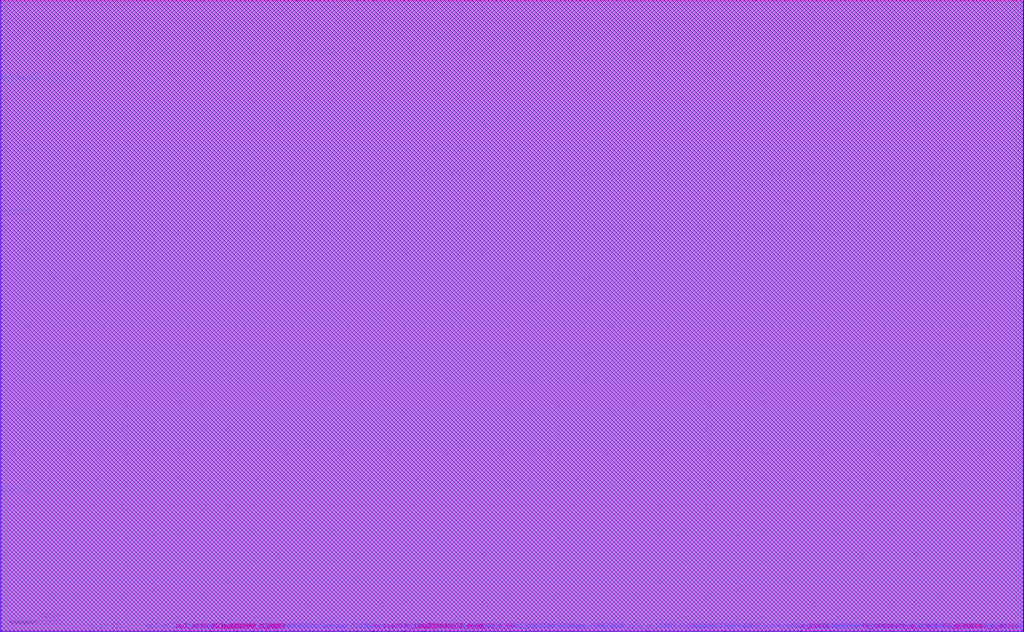
<source format=lef>
VERSION			5.8 ;
NAMESCASESENSITIVE	ON ;
BUSBITCHARS		"[]" ;
DIVIDERCHAR		"/" ;

UNITS
  DATABASE MICRONS	1000 ;
END UNITS

MANUFACTURINGGRID	0.001 ;


LAYER metal1
  TYPE			ROUTING ;
  DIRECTION		HORIZONTAL ;
  PITCH			0.200 ;
  OFFSET		0.000 ;
  WIDTH			0.100 ;
  MINWIDTH		0.100 ;
  SPACINGTABLE
  PARALLELRUNLENGTH     0.00    0.40    0.46    1.40    4.10
  WIDTH    0.00         0.10    0.10    0.10    0.10    0.10
  WIDTH    0.30         0.10    0.12    0.12    0.12    0.12
  WIDTH    0.46         0.10    0.12    0.15    0.15    0.15
  WIDTH    1.40         0.10    0.12    0.15    0.52    0.52
  WIDTH    4.10         0.10    0.12    0.15    0.52    1.40 ;
  SPACING 0.11 ENDOFLINE 0.12 WITHIN 0.045 PARALLELEDGE 0.11 WITHIN 0.11 ;
  AREA 			0.041 ;
END metal1

LAYER via1
  TYPE			CUT ;
  SPACING		0.10 ;
  SPACING		0.13 ADJACENTCUTS 3 WITHIN 0.15 ;
END via1

LAYER metal2
  TYPE			ROUTING ;
  DIRECTION		VERTICAL ;
  PITCH			0.200 ;
  OFFSET		0.100 ;
  WIDTH			0.1 ;
  MINWIDTH		0.1 ;
  SPACINGTABLE
  PARALLELRUNLENGTH     0.00    0.40    0.46    1.40    4.10
  WIDTH    0.00         0.10    0.10    0.10    0.10    0.10
  WIDTH    0.30         0.10    0.12    0.12    0.12    0.12
  WIDTH    0.46         0.10    0.12    0.15    0.15    0.15
  WIDTH    1.40         0.10    0.12    0.15    0.52    0.52
  WIDTH    4.10         0.10    0.12    0.15    0.52    1.40 ;
  SPACING 0.12 ENDOFLINE 0.14 WITHIN 0.045 PARALLELEDGE 0.12 WITHIN 0.12 ;
  AREA			0.051 ;
END metal2

LAYER via2
  TYPE CUT ;
  SPACING		0.10 ;
  SPACING		0.13 ADJACENTCUTS 3 WITHIN 0.15 ;
END via2

LAYER metal3
  TYPE			ROUTING ;
  DIRECTION		HORIZONTAL ;
  PITCH			0.200 ;
  OFFSET		0.000 ;
  WIDTH			0.1 ;
  MINWIDTH		0.1 ;
  SPACINGTABLE
  PARALLELRUNLENGTH     0.00    0.40    0.46    1.40    4.10
  WIDTH    0.00         0.10    0.10    0.10    0.10    0.10
  WIDTH    0.30         0.10    0.12    0.12    0.12    0.12
  WIDTH    0.46         0.10    0.12    0.15    0.15    0.15
  WIDTH    1.40         0.10    0.12    0.15    0.52    0.52
  WIDTH    4.10         0.10    0.12    0.15    0.52    1.40 ;
  SPACING 0.12 ENDOFLINE 0.14 WITHIN 0.045 PARALLELEDGE 0.12 WITHIN 0.12 ;
  AREA			0.051 ;
END metal3

LAYER via3
  TYPE			CUT ;
  SPACING		0.10 ;
  SPACING		0.13 ADJACENTCUTS 3 WITHIN 0.15 ;
END via3

LAYER metal4
  TYPE			ROUTING ;
  DIRECTION		VERTICAL ;
  PITCH			0.200 ;
  OFFSET		0.100 ;
  WIDTH			0.1 ;
  MINWIDTH		0.1 ;
  SPACINGTABLE
  PARALLELRUNLENGTH     0.00    0.40    0.46    1.40    4.10
  WIDTH    0.00         0.10    0.10    0.10    0.10    0.10
  WIDTH    0.30         0.10    0.12    0.12    0.12    0.12
  WIDTH    0.46         0.10    0.12    0.15    0.15    0.15
  WIDTH    1.40         0.10    0.12    0.15    0.52    0.52
  WIDTH    4.10         0.10    0.12    0.15    0.52    1.40 ;
  SPACING 0.12 ENDOFLINE 0.14 WITHIN 0.045 PARALLELEDGE 0.12 WITHIN 0.12  ;
  AREA			0.051 ;
END metal4

LAYER via4
  TYPE CUT ;
  SPACING               0.10 ;
  SPACING               0.13 ADJACENTCUTS 3 WITHIN 0.14 ;
END via4

LAYER metal5
  TYPE			ROUTING ;
  DIRECTION		HORIZONTAL ;
  PITCH			0.200 ;
  OFFSET		0.000 ;
  WIDTH			0.1 ;
  MINWIDTH		0.1 ;
  SPACINGTABLE
  PARALLELRUNLENGTH     0.00    0.40    0.46    1.40    4.10
  WIDTH    0.00         0.10    0.10    0.10    0.10    0.10
  WIDTH    0.30         0.10    0.12    0.12    0.12    0.12
  WIDTH    0.46         0.10    0.12    0.15    0.15    0.15
  WIDTH    1.40         0.10    0.12    0.15    0.52    0.52
  WIDTH    4.10         0.10    0.12    0.15    0.52    1.40 ;
  SPACING 0.12 ENDOFLINE 0.14 WITHIN 0.045 PARALLELEDGE 0.12 WITHIN 0.12  ;
  AREA			0.051 ;
END metal5

VIA VIA12_HV DEFAULT

  LAYER metal1 ;
    RECT -0.090 -0.050  0.090  0.050 ;
  LAYER via1 ;
    RECT -0.050 -0.050  0.050  0.050 ;
  LAYER metal2 ;
    RECT -0.050 -0.090  0.050  0.090 ;
END VIA12_HV

VIA VIA12_HH DEFAULT

  LAYER metal1 ;
    RECT -0.090 -0.050  0.090  0.050 ;
  LAYER via1 ;
    RECT -0.050 -0.050  0.050  0.050 ;
  LAYER metal2 ;
    RECT -0.090 -0.050  0.090  0.050 ;
END VIA12_HH
                 
VIA VIA12_VV DEFAULT

  LAYER metal1 ;
    RECT -0.050 -0.090  0.050  0.090 ;
  LAYER via1 ;
    RECT -0.050 -0.050  0.050  0.050 ;
  LAYER metal2 ;
    RECT -0.050 -0.090  0.050  0.090 ;
END VIA12_VV



VIA VIA12_FAT_HV DEFAULT

  LAYER metal1 ;
    RECT -0.12 -0.050  0.12  0.050 ;
  LAYER via1 ;
    RECT -0.050 -0.050  0.050  0.050 ;
  LAYER metal2 ;
    RECT -0.050 -0.12  0.050  0.12 ;
END VIA12_FAT_HV
             
VIA VIA12_FAT_HH DEFAULT

  LAYER metal1 ;
    RECT -0.12 -0.050  0.12  0.050 ;
  LAYER via1 ;
    RECT -0.050 -0.050  0.050  0.050 ;
  LAYER metal2 ;
    RECT -0.12 -0.050  0.12  0.050 ;
END VIA12_FAT_HH

VIA VIA12_FAT_VV DEFAULT

  LAYER metal1 ;
    RECT -0.050 -0.12  0.050  0.12 ;
  LAYER via1 ;
    RECT -0.050 -0.050  0.050  0.050 ;
  LAYER metal2 ;
    RECT -0.050 -0.12  0.050  0.12 ;
END VIA12_FAT_VV

VIA VIA12_FAT DEFAULT

  LAYER metal1 ;
    RECT -0.090 -0.090  0.090  0.090 ;
  LAYER via1 ;
    RECT -0.050 -0.050  0.050  0.050 ;
  LAYER metal2 ;
    RECT -0.090 -0.090  0.090  0.090 ;
END VIA12_FAT
                 

VIA VIA12_2cut_E DEFAULT
 
  LAYER metal1 ;
    RECT -0.090 -0.050  0.300  0.050 ;
  LAYER via1 ;
    RECT -0.050 -0.050  0.050  0.050 ;
    RECT  0.160 -0.050  0.260  0.050 ;
  LAYER metal2 ;
    RECT -0.050 -0.090  0.260  0.090 ;
END VIA12_2cut_E

VIA VIA12_2cut_W DEFAULT
  
  LAYER metal1 ;
    RECT -0.300 -0.050  0.090  0.050 ;
  LAYER via1 ;
    RECT -0.050 -0.050  0.050  0.050 ;
    RECT -0.260 -0.050 -0.160  0.050 ;
  LAYER metal2 ;
    RECT -0.260 -0.090  0.050  0.090 ;
END VIA12_2cut_W

VIA VIA12_2cut_N DEFAULT
  
  LAYER metal1 ;
    RECT -0.090 -0.050  0.090  0.260 ;
  LAYER via1 ;
    RECT -0.050 -0.050  0.050  0.050 ;
    RECT -0.050  0.160  0.050  0.260 ;
  LAYER metal2 ;
    RECT -0.050 -0.090  0.050  0.300 ;
END VIA12_2cut_N

VIA VIA12_2cut_S DEFAULT
  
  LAYER metal1 ;
    RECT -0.090 -0.260  0.090  0.050 ;
  LAYER via1 ;
    RECT -0.050 -0.050  0.050  0.050 ;
    RECT -0.050 -0.260  0.050 -0.160 ;
  LAYER metal2 ;
    RECT -0.050 -0.300  0.050  0.090 ;
END VIA12_2cut_S

VIA V12_2x1_HH_E DEFAULT
  LAYER metal1 ;
    RECT -0.09 -0.05 0.30 0.05 ;
  LAYER via1 ;
    RECT -0.05 -0.05 0.05 0.05 ;
    RECT 0.16 -0.05 0.26 0.05 ;
  LAYER metal2 ;
    RECT -0.09 -0.05 0.30 0.05 ;
 
END V12_2x1_HH_E

VIA V12_2x1_HH_W DEFAULT
  LAYER metal1 ;
    RECT -0.30 -0.05 0.09 0.05 ;
  LAYER via1 ;
    RECT -0.26 -0.05 -0.16 0.05 ;
    RECT -0.05 -0.05 0.05 0.05 ;
  LAYER metal2 ;
    RECT -0.30 -0.05 0.09 0.05 ;
  
END V12_2x1_HH_W

VIA V12_1x2_VV_N DEFAULT
  LAYER metal1 ;
    RECT -0.05 -0.09 0.05 0.30 ;
  LAYER via1 ;
    RECT -0.05 -0.05 0.05 0.05 ;
    RECT -0.05 0.16 0.05 0.26 ;
  LAYER metal2 ;
    RECT -0.05 -0.09 0.05 0.30 ;
  
END V12_1x2_VV_N

VIA V12_1x2_VV_S DEFAULT
  LAYER metal1 ;
    RECT -0.05 -0.30 0.05 0.09 ;
  LAYER via1 ;
    RECT -0.05 -0.26 0.05 -0.16 ;
    RECT -0.05 -0.05 0.05 0.05 ;
  LAYER metal2 ;
    RECT -0.05 -0.30 0.05 0.09 ;
  
END V12_1x2_VV_S

VIA VIA12_2cut_HN 
  
  LAYER metal1 ;
    RECT -0.050 -0.090  0.050  0.330 ;
  LAYER via1 ;
    RECT -0.050 -0.050  0.050  0.050 ;
    RECT -0.050  0.190  0.050  0.290 ;
  LAYER metal2 ;
    RECT -0.050 -0.090  0.050  0.330 ;
END VIA12_2cut_HN

VIA VIA12_2cut_HS 
  
  LAYER metal1 ;
    RECT -0.050 -0.330  0.050  0.090 ;
  LAYER via1 ;
    RECT -0.050 -0.050  0.050  0.050 ;
    RECT -0.050 -0.290  0.050 -0.190 ;
  LAYER metal2 ;
    RECT -0.050 -0.330  0.050  0.090 ;
END VIA12_2cut_HS

VIA V12_2x2_HV DEFAULT
  LAYER metal1 ;
    RECT -0.205 -0.165 0.205 0.165 ;
  LAYER via1 ;
    RECT -0.165 -0.165 -0.065 -0.065 ;
    RECT 0.065 -0.165 0.165 -0.065 ;
    RECT -0.165 0.065 -0.065 0.165 ;
    RECT 0.065 0.065 0.165 0.165 ;
  LAYER metal2 ;
    RECT -0.165 -0.205 0.165 0.205 ;
  
END V12_2x2_HV

VIA VIA23_VH DEFAULT
  
  LAYER metal2 ;
    RECT -0.050 -0.090  0.050  0.090 ;
  LAYER via2 ;
    RECT -0.050 -0.050  0.050  0.050 ;
  LAYER metal3 ;
    RECT -0.090 -0.050  0.090  0.050 ;
END VIA23_VH

VIA VIA23_VV DEFAULT
 
  LAYER metal2 ;
    RECT -0.050 -0.090  0.050  0.090 ;
  LAYER via2 ;
    RECT -0.050 -0.050  0.050  0.050 ;
  LAYER metal3 ;
    RECT -0.050 -0.090  0.050  0.090 ;
END VIA23_VV
                 
VIA VIA23_HH DEFAULT
  
  LAYER metal2 ;
    RECT -0.090 -0.050  0.090  0.050 ;
  LAYER via2 ;
    RECT -0.050 -0.050  0.050  0.050 ;
  LAYER metal3 ;
    RECT -0.090 -0.050  0.090  0.050 ;
END VIA23_HH



VIA VIA23_FAT_VH DEFAULT
  
  LAYER metal2 ;
    RECT -0.050 -0.12  0.050  0.12 ;
  LAYER via2 ;
    RECT -0.050 -0.050  0.050  0.050 ;
  LAYER metal3 ;
    RECT -0.12 -0.050  0.12  0.050 ;
END VIA23_FAT_VH
             
VIA VIA23_FAT_VV DEFAULT
  
  LAYER metal2 ;
    RECT -0.050 -0.12  0.050  0.12 ;
  LAYER via2 ;
    RECT -0.050 -0.050  0.050  0.050 ;
  LAYER metal3 ;
    RECT -0.050 -0.12  0.050  0.12 ;
END VIA23_FAT_VV

VIA VIA23_FAT_HH DEFAULT
  
  LAYER metal2 ;
    RECT -0.12 -0.050  0.12  0.050 ;
  LAYER via2 ;
    RECT -0.050 -0.050  0.050  0.050 ;
  LAYER metal3 ;
    RECT -0.12 -0.050  0.12  0.050 ;
END VIA23_FAT_HH

VIA VIA23_FAT DEFAULT
  
  LAYER metal2 ;
    RECT -0.090 -0.090  0.090  0.090 ;
  LAYER via2 ;
    RECT -0.050 -0.050  0.050  0.050 ;
  LAYER metal3 ;
    RECT -0.090 -0.090  0.090  0.090 ;
END VIA23_FAT
                 

VIA VIA23_stack_N DEFAULT TOPOFSTACKONLY
 
  LAYER metal2 ;
    RECT -0.050 -0.090  0.050  0.430 ;
  LAYER via2 ;
    RECT -0.050 -0.050  0.050  0.050 ;
  LAYER metal3 ;
    RECT -0.090 -0.050  0.090  0.050 ;
END VIA23_stack_N

VIA VIA23_stack_S DEFAULT TOPOFSTACKONLY
  
  LAYER metal2 ;
    RECT -0.050 -0.430  0.050  0.090 ;
  LAYER via2 ;
    RECT -0.050 -0.050  0.050  0.050 ;
  LAYER metal3 ;
    RECT -0.090 -0.050  0.090  0.050 ;
END VIA23_stack_S


VIA VIA23_2cut_E DEFAULT
  
  LAYER metal2 ;
    RECT -0.050 -0.090  0.260  0.090 ;
  LAYER via2 ;
    RECT -0.050 -0.050  0.050  0.050 ;
    RECT  0.160 -0.050  0.260  0.050 ;
  LAYER metal3 ;
    RECT -0.090 -0.050  0.300  0.050 ;
END VIA23_2cut_E

VIA VIA23_2cut_W DEFAULT
  
  LAYER metal2 ;
    RECT -0.260 -0.090  0.050  0.090 ;
  LAYER via2 ;
    RECT -0.050 -0.050  0.050  0.050 ;
    RECT -0.260 -0.050 -0.160  0.050 ;
  LAYER metal3 ;
    RECT -0.230 -0.050  0.090  0.050 ;
END VIA23_2cut_W

VIA VIA23_2cut_N DEFAULT
  
  LAYER metal2 ;
    RECT -0.050 -0.090  0.050  0.300 ;
  LAYER via2 ;
    RECT -0.050 -0.050  0.050  0.050 ;
    RECT -0.050  0.160  0.050  0.260 ;
  LAYER metal3 ;
    RECT -0.090 -0.050  0.090  0.260 ;
END VIA23_2cut_N

VIA VIA23_2cut_S DEFAULT
  
  LAYER metal2 ;
    RECT -0.050 -0.300  0.050  0.090 ;
  LAYER via2 ;
    RECT -0.050 -0.050  0.050  0.050 ;
    RECT -0.050 -0.260  0.050 -0.160 ;
  LAYER metal3 ;
    RECT -0.090 -0.260  0.090  0.050 ;
END VIA23_2cut_S


VIA V23_2x2_VH DEFAULT
  LAYER metal2 ;
    RECT -0.165 -0.205 0.165 0.205 ;
  LAYER via2 ;
    RECT -0.165 -0.165 -0.065 -0.065 ;
    RECT 0.065 -0.165 0.165 -0.065 ;
    RECT -0.165 0.065 -0.065 0.165 ;
    RECT 0.065 0.065 0.165 0.165 ;
  LAYER metal3 ;
    RECT -0.205 -0.165 0.205 0.165 ;
  
END V23_2x2_VH

VIA VIA34_HV DEFAULT
  
  LAYER metal3 ;
    RECT -0.090 -0.050  0.090  0.050 ;
  LAYER via3 ;
    RECT -0.050 -0.050  0.050  0.050 ;
  LAYER metal4 ;
    RECT -0.050 -0.090  0.050  0.090 ;
END VIA34_HV

VIA VIA34_HH DEFAULT
  
  LAYER metal3 ;
    RECT -0.090 -0.050  0.090  0.050 ;
  LAYER via3 ;
    RECT -0.050 -0.050  0.050  0.050 ;
  LAYER metal4 ;
    RECT -0.090 -0.050  0.090  0.050 ;
END VIA34_HH
                 
VIA VIA34_VV DEFAULT
 
  LAYER metal3 ;
    RECT -0.050 -0.090  0.050  0.090 ;
  LAYER via3 ;
    RECT -0.050 -0.050  0.050  0.050 ;
  LAYER metal4 ;
    RECT -0.050 -0.090  0.050  0.090 ;
END VIA34_VV



VIA VIA34_FAT_HV DEFAULT
 
  LAYER metal3 ;
    RECT -0.12 -0.050  0.12  0.050 ;
  LAYER via3 ;
    RECT -0.050 -0.050  0.050  0.050 ;
  LAYER metal4 ;
    RECT -0.050 -0.12  0.050  0.12 ;
END VIA34_FAT_HV
             
VIA VIA34_FAT_HH DEFAULT
 
  LAYER metal3 ;
    RECT -0.12 -0.050  0.12  0.050 ;
  LAYER via3 ;
    RECT -0.050 -0.050  0.050  0.050 ;
  LAYER metal4 ;
    RECT -0.12 -0.050  0.12  0.050 ;
END VIA34_FAT_HH

VIA VIA34_FAT_VV DEFAULT
 
  LAYER metal3 ;
    RECT -0.050 -0.12  0.050  0.12 ;
  LAYER via3 ;
    RECT -0.050 -0.050  0.050  0.050 ;
  LAYER metal4 ;
    RECT -0.050 -0.12  0.050  0.12 ;
END VIA34_FAT_VV

VIA VIA34_FAT DEFAULT
 
  LAYER metal3 ;
    RECT -0.090 -0.090  0.090  0.090 ;
  LAYER via3 ;
    RECT -0.050 -0.050  0.050  0.050 ;
  LAYER metal4 ;
    RECT -0.090 -0.090  0.090  0.090 ;
END VIA34_FAT
                 
                                        
VIA VIA34_stack_E DEFAULT TOPOFSTACKONLY
  
  LAYER metal3 ;
    RECT -0.090 -0.050  0.430  0.050 ;
  LAYER via3 ;
    RECT -0.050 -0.050  0.050  0.050 ;
  LAYER metal4 ;
    RECT -0.050 -0.090  0.050  0.090 ;
END VIA34_stack_E

VIA VIA34_stack_W DEFAULT TOPOFSTACKONLY
 
  LAYER metal3 ;
    RECT -0.430 -0.050  0.090  0.050 ;
  LAYER via3 ;
    RECT -0.050 -0.050  0.050  0.050 ;
  LAYER metal4 ;
    RECT -0.050 -0.090  0.050  0.090 ;
END VIA34_stack_W


VIA VIA34_2cut_E DEFAULT
  
  LAYER metal3 ;
    RECT -0.090 -0.050  0.300  0.050 ;
  LAYER via3 ;
    RECT -0.050 -0.050  0.050  0.050 ;
    RECT  0.160 -0.050  0.260  0.050 ;
  LAYER metal4 ;
    RECT -0.050 -0.090  0.260  0.090 ;
END VIA34_2cut_E

VIA VIA34_2cut_W DEFAULT
  
  LAYER metal3 ;
    RECT -0.300 -0.050  0.090  0.050 ;
  LAYER via3 ;
    RECT -0.050 -0.050  0.050  0.050 ;
    RECT -0.260 -0.050 -0.160  0.050 ;
  LAYER metal4 ;
    RECT -0.260 -0.090  0.050  0.090 ;
END VIA34_2cut_W

VIA VIA34_2cut_N DEFAULT
  
  LAYER metal3 ;
    RECT -0.090 -0.050  0.090  0.260 ;
  LAYER via3 ;
    RECT -0.050 -0.050  0.050  0.050 ;
    RECT -0.050  0.160  0.050  0.260 ;
  LAYER metal4 ;
    RECT -0.050 -0.090  0.050  0.300 ;
END VIA34_2cut_N

VIA VIA34_2cut_S DEFAULT
 
  LAYER metal3 ;
    RECT -0.090 -0.260  0.090  0.050 ;
  LAYER via3 ;
    RECT -0.050 -0.050  0.050  0.050 ;
    RECT -0.050 -0.260  0.050 -0.160 ;
  LAYER metal4 ;
    RECT -0.050 -0.300  0.050  0.090 ;
END VIA34_2cut_S


VIA V34_2x2_HV DEFAULT
  LAYER metal3 ;
    RECT -0.205 -0.165 0.205 0.165 ;
  LAYER via3 ;
    RECT -0.165 -0.165 -0.065 -0.065 ;
    RECT 0.065 -0.165 0.165 -0.065 ;
    RECT -0.165 0.065 -0.065 0.165 ;
    RECT 0.065 0.065 0.165 0.165 ;
  LAYER metal4 ;
    RECT -0.165 -0.205 0.165 0.205 ;
 
END V34_2x2_HV


VIA VIA45_VH DEFAULT
 
  LAYER metal4 ;
    RECT -0.050 -0.090  0.050  0.090 ;
  LAYER via4 ;
    RECT -0.050 -0.050  0.050  0.050 ;
  LAYER metal5 ;
    RECT -0.090 -0.050  0.090  0.050 ;
END VIA45_VH

VIA VIA45_VV DEFAULT
  
  LAYER metal4 ;
    RECT -0.050 -0.090  0.050  0.090 ;
  LAYER via4 ;
    RECT -0.050 -0.050  0.050  0.050 ;
  LAYER metal5 ;
    RECT -0.050 -0.090  0.050  0.090 ;
END VIA45_VV
                 
VIA VIA45_HH DEFAULT
  
  LAYER metal4 ;
    RECT -0.090 -0.050  0.090  0.050 ;
  LAYER via4 ;
    RECT -0.050 -0.050  0.050  0.050 ;
  LAYER metal5 ;
    RECT -0.090 -0.050  0.090  0.050 ;
END VIA45_HH



VIA VIA45_FAT_VH DEFAULT
 
  LAYER metal4 ;
    RECT -0.050 -0.12  0.050  0.12 ;
  LAYER via4 ;
    RECT -0.050 -0.050  0.050  0.050 ;
  LAYER metal5 ;
    RECT -0.12 -0.050  0.12  0.050 ;
END VIA45_FAT_VH
             
VIA VIA45_FAT_VV DEFAULT
 
  LAYER metal4 ;
    RECT -0.050 -0.12  0.050  0.12 ;
  LAYER via4 ;
    RECT -0.050 -0.050  0.050  0.050 ;
  LAYER metal5 ;
    RECT -0.050 -0.12  0.050  0.12 ;
END VIA45_FAT_VV

VIA VIA45_FAT_HH DEFAULT
 
  LAYER metal4 ;
    RECT -0.12 -0.050  0.12  0.050 ;
  LAYER via4 ;
    RECT -0.050 -0.050  0.050  0.050 ;
  LAYER metal5 ;
    RECT -0.12 -0.050  0.12  0.050 ;
END VIA45_FAT_HH

VIA VIA45_FAT DEFAULT
 
  LAYER metal4 ;
    RECT -0.090 -0.090  0.090  0.090 ;
  LAYER via4 ;
    RECT -0.050 -0.050  0.050  0.050 ;
  LAYER metal5 ;
    RECT -0.090 -0.090  0.090  0.090 ;
END VIA45_FAT
                 

VIA VIA45_1stack_N DEFAULT TOPOFSTACKONLY
 
  LAYER metal4 ;
    RECT -0.050 -0.090  0.050  0.430 ;
  LAYER via4 ;
    RECT -0.050 -0.050  0.050  0.050 ;
  LAYER metal5 ;
    RECT -0.090 -0.050  0.090  0.050 ;
END VIA45_1stack_N

VIA VIA45_1stack_S DEFAULT TOPOFSTACKONLY
 
  LAYER metal4 ;
    RECT -0.050 -0.430  0.050  0.090 ;
  LAYER via4 ;
    RECT -0.050 -0.050  0.050  0.050 ;
  LAYER metal5 ;
    RECT -0.090 -0.050  0.090  0.050 ;
END VIA45_1stack_S


VIA VIA45_2cut_E DEFAULT
 
  LAYER metal4 ;
    RECT -0.050 -0.090  0.260  0.090 ;
  LAYER via4 ;
    RECT -0.050 -0.050  0.050  0.050 ;
    RECT  0.160 -0.050  0.260  0.050 ;
  LAYER metal5 ;
    RECT -0.090 -0.050  0.300  0.050 ;
END VIA45_2cut_E

VIA VIA45_2cut_W DEFAULT
 
  LAYER metal4 ;
    RECT -0.260 -0.090  0.050  0.090 ;
  LAYER via4 ;
    RECT -0.050 -0.050  0.050  0.050 ;
    RECT -0.260 -0.050 -0.160  0.050 ;
  LAYER metal5 ;
    RECT -0.300 -0.050  0.090  0.050 ;
END VIA45_2cut_W

VIA VIA45_2cut_N DEFAULT
 
  LAYER metal4 ;
    RECT -0.050 -0.090  0.050  0.300 ;
  LAYER via4 ;
    RECT -0.050 -0.050  0.050  0.050 ;
    RECT -0.050  0.160  0.050  0.260 ;
  LAYER metal5 ;
    RECT -0.090 -0.050  0.090  0.260 ;
END VIA45_2cut_N

VIA VIA45_2cut_S DEFAULT
 
  LAYER metal4 ;
    RECT -0.050 -0.300  0.050  0.090 ;
  LAYER via4 ;
    RECT -0.050 -0.050  0.050  0.050 ;
    RECT -0.050 -0.260  0.050 -0.160 ;
  LAYER metal5 ;
    RECT -0.090 -0.260  0.090  0.050 ;
END VIA45_2cut_S


VIA V45_2x2_VH DEFAULT
  LAYER metal4 ;
    RECT -0.165 -0.205 0.165 0.205 ;
  LAYER via4 ;
    RECT -0.165 -0.165 -0.065 -0.065 ;
    RECT 0.065 -0.165 0.165 -0.065 ;
    RECT -0.165 0.065 -0.065 0.165 ;
    RECT 0.065 0.065 0.165 0.165 ;
  LAYER metal5 ;
    RECT -0.205 -0.165 0.205 0.165 ;
 
END V45_2x2_VH


VIARULE VIAGEN12 GENERATE
   LAYER metal1 ;
       ENCLOSURE 0.04 0 ; 
       WIDTH 0.09 TO 12.00 ;
   LAYER metal2 ;
       ENCLOSURE 0.04 0 ;
       WIDTH 0.10 TO 12.00 ;
   LAYER via1 ;
       RECT -0.05 -0.05 0.05 0.05 ;
       SPACING 0.20 BY 0.20 ;    
END VIAGEN12        

VIARULE VIAGEN23 GENERATE
   LAYER metal2 ;
       ENCLOSURE 0.04 0 ;  
       WIDTH 0.10 TO 12.00 ;
   LAYER metal3 ;
       ENCLOSURE 0.04 0 ; 
       WIDTH 0.10 TO 12.00 ;
   LAYER via2 ;
       RECT -0.05 -0.05 0.05 0.05 ; 
       SPACING 0.20 BY 0.20 ;    
END VIAGEN23

VIARULE VIAGEN34 GENERATE
   LAYER metal3 ;
       ENCLOSURE 0.04 0 ; 
       WIDTH 0.10 TO 12.00 ;
   LAYER metal4 ;
       ENCLOSURE 0.04 0 ; 
       WIDTH 0.10 TO 12.00 ;
   LAYER via3 ;
       RECT -0.05 -0.05 0.05 0.05 ; 
       SPACING 0.20 BY 0.20 ;    
END VIAGEN34

VIARULE VIAGEN45 GENERATE
   LAYER metal4 ;
       ENCLOSURE 0.04 0 ; 
       WIDTH 0.10 TO 12.00 ;
   LAYER metal5 ;
       ENCLOSURE 0.04 0 ; 
       WIDTH 0.10 TO 12.00 ;
   LAYER via4 ;
       RECT -0.05 -0.05 0.05 0.05 ; 
       SPACING 0.20 BY 0.20 ;    
END VIAGEN45

SITE core
  SIZE 0.20 BY 2.00 ;
  CLASS CORE ;
  SYMMETRY Y  ;
END core

MACRO h9
   CLASS BLOCK ;
   FOREIGN h9 ;
   ORIGIN 0 0 ;
   SIZE 267.4 BY 236.03 ;
   SYMMETRY X Y R90 ;
   PIN FE_OFN1072_n_16034
      DIRECTION OUTPUT ;
      PORT 
         LAYER metal2 ;
             RECT 98.25 0 98.35 0.51 ;
      END
   END FE_OFN1072_n_16034

   PIN FE_OFN12071_n_41544
      DIRECTION OUTPUT ;
      PORT 
         LAYER metal2 ;
             RECT 72.85 235.518 72.95 236.028 ;
      END
   END FE_OFN12071_n_41544

   PIN FE_OFN12072_n_41544
      DIRECTION OUTPUT ;
      PORT 
         LAYER metal5 ;
             RECT 0 225.15 0.51 225.25 ;
      END
   END FE_OFN12072_n_41544

   PIN FE_OFN13275_n_143160
      DIRECTION OUTPUT ;
      PORT 
         LAYER metal4 ;
             RECT 75.45 235.518 75.55 236.028 ;
      END
   END FE_OFN13275_n_143160

   PIN FE_OFN13371_n_41505
      DIRECTION OUTPUT ;
      PORT 
         LAYER metal2 ;
             RECT 79.65 235.518 79.75 236.028 ;
      END
   END FE_OFN13371_n_41505

   PIN FE_OFN13374_n_41505
      DIRECTION OUTPUT ;
      PORT 
         LAYER metal2 ;
             RECT 53.45 235.518 53.55 236.028 ;
      END
   END FE_OFN13374_n_41505

   PIN FE_OFN13923_n_143215
      DIRECTION OUTPUT ;
      PORT 
         LAYER metal5 ;
             RECT 0 225.55 0.51 225.65 ;
      END
   END FE_OFN13923_n_143215

   PIN FE_OFN13929_n_143214
      DIRECTION OUTPUT ;
      PORT 
         LAYER metal5 ;
             RECT 0 191.15 0.51 191.25 ;
      END
   END FE_OFN13929_n_143214

   PIN FE_OFN13930_n_143214
      DIRECTION OUTPUT ;
      PORT 
         LAYER metal2 ;
             RECT 26.25 235.518 26.35 236.028 ;
      END
   END FE_OFN13930_n_143214

   PIN FE_OFN13940_n_143187
      DIRECTION OUTPUT ;
      PORT 
         LAYER metal3 ;
             RECT 0 213.35 0.51 213.45 ;
      END
   END FE_OFN13940_n_143187

   PIN FE_OFN13972_n_41362
      DIRECTION OUTPUT ;
      PORT 
         LAYER metal5 ;
             RECT 0 226.95 0.51 227.05 ;
      END
   END FE_OFN13972_n_41362

   PIN FE_OFN13973_n_41362
      DIRECTION OUTPUT ;
      PORT 
         LAYER metal2 ;
             RECT 53.25 235.518 53.35 236.028 ;
      END
   END FE_OFN13973_n_41362

   PIN FE_OFN14504_n_41536
      DIRECTION OUTPUT ;
      PORT 
         LAYER metal5 ;
             RECT 0 204.55 0.51 204.65 ;
      END
   END FE_OFN14504_n_41536

   PIN FE_OFN14973_n_67017
      DIRECTION OUTPUT ;
      PORT 
         LAYER metal2 ;
             RECT 14.85 0 14.95 0.51 ;
      END
   END FE_OFN14973_n_67017

   PIN FE_OFN17078_n_140296
      DIRECTION OUTPUT ;
      PORT 
         LAYER metal2 ;
             RECT 173.45 235.518 173.55 236.028 ;
      END
   END FE_OFN17078_n_140296

   PIN FE_OFN17700_delay_mul_ln34_unr6_unr8_stage2_stallmux_z_2_
      DIRECTION OUTPUT ;
      PORT 
         LAYER metal2 ;
             RECT 132.05 235.518 132.15 236.028 ;
      END
   END FE_OFN17700_delay_mul_ln34_unr6_unr8_stage2_stallmux_z_2_

   PIN FE_OFN18514_delay_add_ln34_unr2_unr2_stage2_stallmux_q_13_
      DIRECTION OUTPUT ;
      PORT 
         LAYER metal3 ;
             RECT 0 91.95 0.51 92.05 ;
      END
   END FE_OFN18514_delay_add_ln34_unr2_unr2_stage2_stallmux_q_13_

   PIN FE_OFN5666_delay_mul_ln34_unr6_unr3_stage2_stallmux_z_2_
      DIRECTION OUTPUT ;
      PORT 
         LAYER metal3 ;
             RECT 266.89 151.95 267.4 152.05 ;
      END
   END FE_OFN5666_delay_mul_ln34_unr6_unr3_stage2_stallmux_z_2_

   PIN FE_OFN5813_delay_mul_ln34_unr6_unr4_stage2_stallmux_z_2_
      DIRECTION OUTPUT ;
      PORT 
         LAYER metal3 ;
             RECT 266.89 188.15 267.4 188.25 ;
      END
   END FE_OFN5813_delay_mul_ln34_unr6_unr4_stage2_stallmux_z_2_

   PIN FE_OFN5889_n_41535
      DIRECTION OUTPUT ;
      PORT 
         LAYER metal2 ;
             RECT 26.45 235.518 26.55 236.028 ;
      END
   END FE_OFN5889_n_41535

   PIN FE_OFN5896_n_143186
      DIRECTION OUTPUT ;
      PORT 
         LAYER metal5 ;
             RECT 0 213.15 0.51 213.25 ;
      END
   END FE_OFN5896_n_143186

   PIN FE_OFN5963_n_41544
      DIRECTION OUTPUT ;
      PORT 
         LAYER metal3 ;
             RECT 0 200.35 0.51 200.45 ;
      END
   END FE_OFN5963_n_41544

   PIN FE_OFN9229_delay_add_ln34_unr2_unr4_stage2_stallmux_q_15_
      DIRECTION OUTPUT ;
      PORT 
         LAYER metal2 ;
             RECT 238.85 235.518 238.95 236.028 ;
      END
   END FE_OFN9229_delay_add_ln34_unr2_unr4_stage2_stallmux_q_15_

   PIN FE_OFN9234_delay_add_ln34_unr2_unr2_stage2_stallmux_q_14_
      DIRECTION OUTPUT ;
      PORT 
         LAYER metal3 ;
             RECT 0 50.95 0.51 51.05 ;
      END
   END FE_OFN9234_delay_add_ln34_unr2_unr2_stage2_stallmux_q_14_

   PIN delay_mul_ln34_unr6_unr0_stage2_stallmux_q_7_
      DIRECTION OUTPUT ;
      PORT 
         LAYER metal4 ;
             RECT 27.05 235.518 27.15 236.028 ;
      END
   END delay_mul_ln34_unr6_unr0_stage2_stallmux_q_7_

   PIN delay_mul_ln34_unr6_unr3_stage2_stallmux_z_3_
      DIRECTION OUTPUT ;
      PORT 
         LAYER metal3 ;
             RECT 0 229.75 0.51 229.85 ;
      END
   END delay_mul_ln34_unr6_unr3_stage2_stallmux_z_3_

   PIN delay_mul_ln34_unr6_unr3_stage2_stallmux_z_4_
      DIRECTION OUTPUT ;
      PORT 
         LAYER metal2 ;
             RECT 14.05 235.518 14.15 236.028 ;
      END
   END delay_mul_ln34_unr6_unr3_stage2_stallmux_z_4_

   PIN delay_mul_ln34_unr6_unr3_stage2_stallmux_z_5_
      DIRECTION OUTPUT ;
      PORT 
         LAYER metal3 ;
             RECT 0 224.95 0.51 225.05 ;
      END
   END delay_mul_ln34_unr6_unr3_stage2_stallmux_z_5_

   PIN delay_mul_ln34_unr6_unr3_stage2_stallmux_z_6_
      DIRECTION OUTPUT ;
      PORT 
         LAYER metal3 ;
             RECT 0 223.75 0.51 223.85 ;
      END
   END delay_mul_ln34_unr6_unr3_stage2_stallmux_z_6_

   PIN delay_mul_ln34_unr6_unr3_stage2_stallmux_z_7_
      DIRECTION OUTPUT ;
      PORT 
         LAYER metal3 ;
             RECT 0 204.95 0.51 205.05 ;
      END
   END delay_mul_ln34_unr6_unr3_stage2_stallmux_z_7_

   PIN delay_mul_ln34_unr6_unr4_stage2_stallmux_q_14_
      DIRECTION OUTPUT ;
      PORT 
         LAYER metal3 ;
             RECT 266.89 228.95 267.4 229.05 ;
      END
   END delay_mul_ln34_unr6_unr4_stage2_stallmux_q_14_

   PIN delay_mul_ln34_unr6_unr4_stage2_stallmux_z_13_
      DIRECTION OUTPUT ;
      PORT 
         LAYER metal3 ;
             RECT 266.89 211.95 267.4 212.05 ;
      END
   END delay_mul_ln34_unr6_unr4_stage2_stallmux_z_13_

   PIN delay_mul_ln34_unr6_unr4_stage2_stallmux_z_3_
      DIRECTION OUTPUT ;
      PORT 
         LAYER metal3 ;
             RECT 266.89 140.15 267.4 140.25 ;
      END
   END delay_mul_ln34_unr6_unr4_stage2_stallmux_z_3_

   PIN mul_4685_72_n_127
      DIRECTION OUTPUT ;
      PORT 
         LAYER metal3 ;
             RECT 0 223.95 0.51 224.05 ;
      END
   END mul_4685_72_n_127

   PIN mul_4685_72_n_153
      DIRECTION OUTPUT ;
      PORT 
         LAYER metal3 ;
             RECT 0 174.95 0.51 175.05 ;
      END
   END mul_4685_72_n_153

   PIN mul_4685_72_n_81
      DIRECTION OUTPUT ;
      PORT 
         LAYER metal4 ;
             RECT 8.65 235.518 8.75 236.028 ;
      END
   END mul_4685_72_n_81

   PIN mul_4685_72_n_848
      DIRECTION OUTPUT ;
      PORT 
         LAYER metal3 ;
             RECT 0 163.15 0.51 163.25 ;
      END
   END mul_4685_72_n_848

   PIN mul_4686_72_n_172
      DIRECTION OUTPUT ;
      PORT 
         LAYER metal3 ;
             RECT 0 164.75 0.51 164.85 ;
      END
   END mul_4686_72_n_172

   PIN mul_4686_72_n_173
      DIRECTION OUTPUT ;
      PORT 
         LAYER metal3 ;
             RECT 0 175.15 0.51 175.25 ;
      END
   END mul_4686_72_n_173

   PIN mul_4686_72_n_174
      DIRECTION OUTPUT ;
      PORT 
         LAYER metal3 ;
             RECT 0 164.15 0.51 164.25 ;
      END
   END mul_4686_72_n_174

   PIN mul_4686_72_n_175
      DIRECTION OUTPUT ;
      PORT 
         LAYER metal3 ;
             RECT 0 163.35 0.51 163.45 ;
      END
   END mul_4686_72_n_175

   PIN mul_4686_72_n_59
      DIRECTION OUTPUT ;
      PORT 
         LAYER metal3 ;
             RECT 0 128.55 0.51 128.65 ;
      END
   END mul_4686_72_n_59

   PIN mul_4686_72_n_760
      DIRECTION OUTPUT ;
      PORT 
         LAYER metal3 ;
             RECT 0 128.75 0.51 128.85 ;
      END
   END mul_4686_72_n_760

   PIN mul_4686_72_n_765
      DIRECTION OUTPUT ;
      PORT 
         LAYER metal5 ;
             RECT 0 128.15 0.51 128.25 ;
      END
   END mul_4686_72_n_765

   PIN mul_4686_72_n_825
      DIRECTION OUTPUT ;
      PORT 
         LAYER metal3 ;
             RECT 0 127.75 0.51 127.85 ;
      END
   END mul_4686_72_n_825

   PIN mul_4692_72_n_100
      DIRECTION OUTPUT ;
      PORT 
         LAYER metal2 ;
             RECT 9.05 235.518 9.15 236.028 ;
      END
   END mul_4692_72_n_100

   PIN mul_4692_72_n_101
      DIRECTION OUTPUT ;
      PORT 
         LAYER metal2 ;
             RECT 8.65 235.518 8.75 236.028 ;
      END
   END mul_4692_72_n_101

   PIN mul_4692_72_n_125
      DIRECTION OUTPUT ;
      PORT 
         LAYER metal3 ;
             RECT 0 228.75 0.51 228.85 ;
      END
   END mul_4692_72_n_125

   PIN mul_4692_72_n_128
      DIRECTION OUTPUT ;
      PORT 
         LAYER metal3 ;
             RECT 0 217.15 0.51 217.25 ;
      END
   END mul_4692_72_n_128

   PIN mul_4692_72_n_99
      DIRECTION OUTPUT ;
      PORT 
         LAYER metal3 ;
             RECT 0 227.35 0.51 227.45 ;
      END
   END mul_4692_72_n_99

   PIN n_100492
      DIRECTION OUTPUT ;
      PORT 
         LAYER metal3 ;
             RECT 0 216.95 0.51 217.05 ;
      END
   END n_100492

   PIN n_101343
      DIRECTION OUTPUT ;
      PORT 
         LAYER metal5 ;
             RECT 0 213.75 0.51 213.85 ;
      END
   END n_101343

   PIN n_103771
      DIRECTION OUTPUT ;
      PORT 
         LAYER metal5 ;
             RECT 0 222.95 0.51 223.05 ;
      END
   END n_103771

   PIN n_103826
      DIRECTION OUTPUT ;
      PORT 
         LAYER metal4 ;
             RECT 46.65 235.518 46.75 236.028 ;
      END
   END n_103826

   PIN n_104062
      DIRECTION OUTPUT ;
      PORT 
         LAYER metal3 ;
             RECT 0 151.35 0.51 151.45 ;
      END
   END n_104062

   PIN n_104069
      DIRECTION OUTPUT ;
      PORT 
         LAYER metal3 ;
             RECT 0 139.75 0.51 139.85 ;
      END
   END n_104069

   PIN n_106541
      DIRECTION OUTPUT ;
      PORT 
         LAYER metal3 ;
             RECT 0 139.95 0.51 140.05 ;
      END
   END n_106541

   PIN n_109205
      DIRECTION OUTPUT ;
      PORT 
         LAYER metal4 ;
             RECT 34.05 235.518 34.15 236.028 ;
      END
   END n_109205

   PIN n_109222
      DIRECTION OUTPUT ;
      PORT 
         LAYER metal2 ;
             RECT 38.25 235.518 38.35 236.028 ;
      END
   END n_109222

   PIN n_109223
      DIRECTION OUTPUT ;
      PORT 
         LAYER metal2 ;
             RECT 38.45 235.518 38.55 236.028 ;
      END
   END n_109223

   PIN n_110029
      DIRECTION OUTPUT ;
      PORT 
         LAYER metal4 ;
             RECT 58.45 235.518 58.55 236.028 ;
      END
   END n_110029

   PIN n_111074
      DIRECTION OUTPUT ;
      PORT 
         LAYER metal4 ;
             RECT 61.85 235.518 61.95 236.028 ;
      END
   END n_111074

   PIN n_111156
      DIRECTION OUTPUT ;
      PORT 
         LAYER metal5 ;
             RECT 0 227.55 0.51 227.65 ;
      END
   END n_111156

   PIN n_115715
      DIRECTION OUTPUT ;
      PORT 
         LAYER metal3 ;
             RECT 0 164.35 0.51 164.45 ;
      END
   END n_115715

   PIN n_115716
      DIRECTION OUTPUT ;
      PORT 
         LAYER metal5 ;
             RECT 0 164.15 0.51 164.25 ;
      END
   END n_115716

   PIN n_115759
      DIRECTION OUTPUT ;
      PORT 
         LAYER metal3 ;
             RECT 0 176.35 0.51 176.45 ;
      END
   END n_115759

   PIN n_115760
      DIRECTION OUTPUT ;
      PORT 
         LAYER metal3 ;
             RECT 0 176.95 0.51 177.05 ;
      END
   END n_115760

   PIN n_115785
      DIRECTION OUTPUT ;
      PORT 
         LAYER metal3 ;
             RECT 0 188.95 0.51 189.05 ;
      END
   END n_115785

   PIN n_115786
      DIRECTION OUTPUT ;
      PORT 
         LAYER metal3 ;
             RECT 0 177.15 0.51 177.25 ;
      END
   END n_115786

   PIN n_115911
      DIRECTION OUTPUT ;
      PORT 
         LAYER metal3 ;
             RECT 0 187.35 0.51 187.45 ;
      END
   END n_115911

   PIN n_115923
      DIRECTION OUTPUT ;
      PORT 
         LAYER metal3 ;
             RECT 0 151.55 0.51 151.65 ;
      END
   END n_115923

   PIN n_116134
      DIRECTION OUTPUT ;
      PORT 
         LAYER metal3 ;
             RECT 0 140.15 0.51 140.25 ;
      END
   END n_116134

   PIN n_116475
      DIRECTION OUTPUT ;
      PORT 
         LAYER metal3 ;
             RECT 0 152.75 0.51 152.85 ;
      END
   END n_116475

   PIN n_116614
      DIRECTION OUTPUT ;
      PORT 
         LAYER metal5 ;
             RECT 0 198.95 0.51 199.05 ;
      END
   END n_116614

   PIN n_116752
      DIRECTION OUTPUT ;
      PORT 
         LAYER metal5 ;
             RECT 0 176.15 0.51 176.25 ;
      END
   END n_116752

   PIN n_117032
      DIRECTION OUTPUT ;
      PORT 
         LAYER metal5 ;
             RECT 0 152.15 0.51 152.25 ;
      END
   END n_117032

   PIN n_117103
      DIRECTION OUTPUT ;
      PORT 
         LAYER metal5 ;
             RECT 0 139.75 0.51 139.85 ;
      END
   END n_117103

   PIN n_117106
      DIRECTION OUTPUT ;
      PORT 
         LAYER metal4 ;
             RECT 8.85 235.518 8.95 236.028 ;
      END
   END n_117106

   PIN n_117107
      DIRECTION OUTPUT ;
      PORT 
         LAYER metal2 ;
             RECT 8.85 235.518 8.95 236.028 ;
      END
   END n_117107

   PIN n_118624
      DIRECTION OUTPUT ;
      PORT 
         LAYER metal3 ;
             RECT 0 187.55 0.51 187.65 ;
      END
   END n_118624

   PIN n_118625
      DIRECTION OUTPUT ;
      PORT 
         LAYER metal3 ;
             RECT 0 175.35 0.51 175.45 ;
      END
   END n_118625

   PIN n_118635
      DIRECTION OUTPUT ;
      PORT 
         LAYER metal5 ;
             RECT 0 190.35 0.51 190.45 ;
      END
   END n_118635

   PIN n_118682
      DIRECTION OUTPUT ;
      PORT 
         LAYER metal3 ;
             RECT 0 151.75 0.51 151.85 ;
      END
   END n_118682

   PIN n_118902
      DIRECTION OUTPUT ;
      PORT 
         LAYER metal3 ;
             RECT 0 175.55 0.51 175.65 ;
      END
   END n_118902

   PIN n_118915
      DIRECTION OUTPUT ;
      PORT 
         LAYER metal3 ;
             RECT 0 175.75 0.51 175.85 ;
      END
   END n_118915

   PIN n_119242
      DIRECTION OUTPUT ;
      PORT 
         LAYER metal5 ;
             RECT 0 139.95 0.51 140.05 ;
      END
   END n_119242

   PIN n_119264
      DIRECTION OUTPUT ;
      PORT 
         LAYER metal3 ;
             RECT 0 189.15 0.51 189.25 ;
      END
   END n_119264

   PIN n_119265
      DIRECTION OUTPUT ;
      PORT 
         LAYER metal3 ;
             RECT 0 187.75 0.51 187.85 ;
      END
   END n_119265

   PIN n_119270
      DIRECTION OUTPUT ;
      PORT 
         LAYER metal3 ;
             RECT 0 163.55 0.51 163.65 ;
      END
   END n_119270

   PIN n_120529
      DIRECTION OUTPUT ;
      PORT 
         LAYER metal5 ;
             RECT 0 176.35 0.51 176.45 ;
      END
   END n_120529

   PIN n_121375
      DIRECTION OUTPUT ;
      PORT 
         LAYER metal3 ;
             RECT 0 151.95 0.51 152.05 ;
      END
   END n_121375

   PIN n_122150
      DIRECTION OUTPUT ;
      PORT 
         LAYER metal5 ;
             RECT 0 140.15 0.51 140.25 ;
      END
   END n_122150

   PIN n_122430
      DIRECTION OUTPUT ;
      PORT 
         LAYER metal3 ;
             RECT 0 138.95 0.51 139.05 ;
      END
   END n_122430

   PIN n_123046
      DIRECTION OUTPUT ;
      PORT 
         LAYER metal3 ;
             RECT 0 139.15 0.51 139.25 ;
      END
   END n_123046

   PIN n_123047
      DIRECTION OUTPUT ;
      PORT 
         LAYER metal3 ;
             RECT 0 139.35 0.51 139.45 ;
      END
   END n_123047

   PIN n_123456
      DIRECTION OUTPUT ;
      PORT 
         LAYER metal5 ;
             RECT 0 163.55 0.51 163.65 ;
      END
   END n_123456

   PIN n_127398
      DIRECTION OUTPUT ;
      PORT 
         LAYER metal3 ;
             RECT 0 175.95 0.51 176.05 ;
      END
   END n_127398

   PIN n_127918
      DIRECTION OUTPUT ;
      PORT 
         LAYER metal3 ;
             RECT 266.89 68.15 267.4 68.25 ;
      END
   END n_127918

   PIN n_128538
      DIRECTION OUTPUT ;
      PORT 
         LAYER metal3 ;
             RECT 0 127.95 0.51 128.05 ;
      END
   END n_128538

   PIN n_128751
      DIRECTION OUTPUT ;
      PORT 
         LAYER metal3 ;
             RECT 0 128.15 0.51 128.25 ;
      END
   END n_128751

   PIN n_129373
      DIRECTION OUTPUT ;
      PORT 
         LAYER metal5 ;
             RECT 0 176.55 0.51 176.65 ;
      END
   END n_129373

   PIN n_130437
      DIRECTION OUTPUT ;
      PORT 
         LAYER metal3 ;
             RECT 0 163.75 0.51 163.85 ;
      END
   END n_130437

   PIN n_131022
      DIRECTION OUTPUT ;
      PORT 
         LAYER metal5 ;
             RECT 0 127.95 0.51 128.05 ;
      END
   END n_131022

   PIN n_137688
      DIRECTION OUTPUT ;
      PORT 
         LAYER metal3 ;
             RECT 266.89 226.95 267.4 227.05 ;
      END
   END n_137688

   PIN n_137761
      DIRECTION OUTPUT ;
      PORT 
         LAYER metal3 ;
             RECT 266.89 175.95 267.4 176.05 ;
      END
   END n_137761

   PIN n_137849
      DIRECTION OUTPUT ;
      PORT 
         LAYER metal2 ;
             RECT 206.45 235.518 206.55 236.028 ;
      END
   END n_137849

   PIN n_35702
      DIRECTION OUTPUT ;
      PORT 
         LAYER metal3 ;
             RECT 0 164.95 0.51 165.05 ;
      END
   END n_35702

   PIN n_36064
      DIRECTION OUTPUT ;
      PORT 
         LAYER metal3 ;
             RECT 0 199.75 0.51 199.85 ;
      END
   END n_36064

   PIN n_37197
      DIRECTION OUTPUT ;
      PORT 
         LAYER metal3 ;
             RECT 266.89 120.95 267.4 121.05 ;
      END
   END n_37197

   PIN n_37198
      DIRECTION OUTPUT ;
      PORT 
         LAYER metal4 ;
             RECT 259.65 235.518 259.75 236.028 ;
      END
   END n_37198

   PIN n_37774
      DIRECTION OUTPUT ;
      PORT 
         LAYER metal3 ;
             RECT 266.89 227.95 267.4 228.05 ;
      END
   END n_37774

   PIN n_37935
      DIRECTION OUTPUT ;
      PORT 
         LAYER metal3 ;
             RECT 0 212.55 0.51 212.65 ;
      END
   END n_37935

   PIN n_37980
      DIRECTION OUTPUT ;
      PORT 
         LAYER metal5 ;
             RECT 0 219.95 0.51 220.05 ;
      END
   END n_37980

   PIN n_38025
      DIRECTION OUTPUT ;
      PORT 
         LAYER metal3 ;
             RECT 0 187.95 0.51 188.05 ;
      END
   END n_38025

   PIN n_38471
      DIRECTION OUTPUT ;
      PORT 
         LAYER metal3 ;
             RECT 0 212.75 0.51 212.85 ;
      END
   END n_38471

   PIN n_38472
      DIRECTION OUTPUT ;
      PORT 
         LAYER metal3 ;
             RECT 0 212.95 0.51 213.05 ;
      END
   END n_38472

   PIN n_38617
      DIRECTION OUTPUT ;
      PORT 
         LAYER metal3 ;
             RECT 0 218.95 0.51 219.05 ;
      END
   END n_38617

   PIN n_38618
      DIRECTION OUTPUT ;
      PORT 
         LAYER metal3 ;
             RECT 0 219.15 0.51 219.25 ;
      END
   END n_38618

   PIN n_41119
      DIRECTION OUTPUT ;
      PORT 
         LAYER metal2 ;
             RECT 10.25 235.518 10.35 236.028 ;
      END
   END n_41119

   PIN n_41226
      DIRECTION OUTPUT ;
      PORT 
         LAYER metal2 ;
             RECT 56.25 235.518 56.35 236.028 ;
      END
   END n_41226

   PIN n_41377
      DIRECTION OUTPUT ;
      PORT 
         LAYER metal3 ;
             RECT 266.89 130.95 267.4 131.05 ;
      END
   END n_41377

   PIN n_43201
      DIRECTION OUTPUT ;
      PORT 
         LAYER metal2 ;
             RECT 55.65 235.518 55.75 236.028 ;
      END
   END n_43201

   PIN n_43202
      DIRECTION OUTPUT ;
      PORT 
         LAYER metal4 ;
             RECT 55.45 235.518 55.55 236.028 ;
      END
   END n_43202

   PIN n_43396
      DIRECTION OUTPUT ;
      PORT 
         LAYER metal2 ;
             RECT 48.85 235.518 48.95 236.028 ;
      END
   END n_43396

   PIN n_43481
      DIRECTION OUTPUT ;
      PORT 
         LAYER metal2 ;
             RECT 58.25 235.518 58.35 236.028 ;
      END
   END n_43481

   PIN n_43848
      DIRECTION OUTPUT ;
      PORT 
         LAYER metal2 ;
             RECT 50.85 235.518 50.95 236.028 ;
      END
   END n_43848

   PIN n_44677
      DIRECTION OUTPUT ;
      PORT 
         LAYER metal5 ;
             RECT 0 226.15 0.51 226.25 ;
      END
   END n_44677

   PIN n_44678
      DIRECTION OUTPUT ;
      PORT 
         LAYER metal4 ;
             RECT 66.45 235.518 66.55 236.028 ;
      END
   END n_44678

   PIN n_45925
      DIRECTION OUTPUT ;
      PORT 
         LAYER metal5 ;
             RECT 0 225.35 0.51 225.45 ;
      END
   END n_45925

   PIN n_46856
      DIRECTION OUTPUT ;
      PORT 
         LAYER metal5 ;
             RECT 0 190.55 0.51 190.65 ;
      END
   END n_46856

   PIN n_47058
      DIRECTION OUTPUT ;
      PORT 
         LAYER metal3 ;
             RECT 0 199.95 0.51 200.05 ;
      END
   END n_47058

   PIN n_47110
      DIRECTION OUTPUT ;
      PORT 
         LAYER metal5 ;
             RECT 0 212.15 0.51 212.25 ;
      END
   END n_47110

   PIN n_47630
      DIRECTION OUTPUT ;
      PORT 
         LAYER metal3 ;
             RECT 0 128.35 0.51 128.45 ;
      END
   END n_47630

   PIN n_47819
      DIRECTION OUTPUT ;
      PORT 
         LAYER metal3 ;
             RECT 0 163.95 0.51 164.05 ;
      END
   END n_47819

   PIN n_50683
      DIRECTION OUTPUT ;
      PORT 
         LAYER metal3 ;
             RECT 0 141.15 0.51 141.25 ;
      END
   END n_50683

   PIN n_50905
      DIRECTION OUTPUT ;
      PORT 
         LAYER metal5 ;
             RECT 0 227.35 0.51 227.45 ;
      END
   END n_50905

   PIN n_51557
      DIRECTION OUTPUT ;
      PORT 
         LAYER metal5 ;
             RECT 0 226.75 0.51 226.85 ;
      END
   END n_51557

   PIN n_51614
      DIRECTION OUTPUT ;
      PORT 
         LAYER metal5 ;
             RECT 0 212.35 0.51 212.45 ;
      END
   END n_51614

   PIN n_52269
      DIRECTION OUTPUT ;
      PORT 
         LAYER metal5 ;
             RECT 0 212.55 0.51 212.65 ;
      END
   END n_52269

   PIN n_52441
      DIRECTION OUTPUT ;
      PORT 
         LAYER metal2 ;
             RECT 43.65 0 43.75 0.51 ;
      END
   END n_52441

   PIN n_52523
      DIRECTION OUTPUT ;
      PORT 
         LAYER metal4 ;
             RECT 28.25 235.518 28.35 236.028 ;
      END
   END n_52523

   PIN n_53127
      DIRECTION OUTPUT ;
      PORT 
         LAYER metal4 ;
             RECT 67.45 235.518 67.55 236.028 ;
      END
   END n_53127

   PIN n_53989
      DIRECTION OUTPUT ;
      PORT 
         LAYER metal3 ;
             RECT 0 152.15 0.51 152.25 ;
      END
   END n_53989

   PIN n_53990
      DIRECTION OUTPUT ;
      PORT 
         LAYER metal3 ;
             RECT 0 152.95 0.51 153.05 ;
      END
   END n_53990

   PIN n_53991
      DIRECTION OUTPUT ;
      PORT 
         LAYER metal4 ;
             RECT 258.85 0 258.95 0.51 ;
      END
   END n_53991

   PIN n_54177
      DIRECTION OUTPUT ;
      PORT 
         LAYER metal3 ;
             RECT 0 188.15 0.51 188.25 ;
      END
   END n_54177

   PIN n_55834
      DIRECTION OUTPUT ;
      PORT 
         LAYER metal3 ;
             RECT 0 164.55 0.51 164.65 ;
      END
   END n_55834

   PIN n_56504
      DIRECTION OUTPUT ;
      PORT 
         LAYER metal3 ;
             RECT 0 80.15 0.51 80.25 ;
      END
   END n_56504

   PIN n_56505
      DIRECTION OUTPUT ;
      PORT 
         LAYER metal3 ;
             RECT 0 104.15 0.51 104.25 ;
      END
   END n_56505

   PIN n_57641
      DIRECTION OUTPUT ;
      PORT 
         LAYER metal4 ;
             RECT 67.85 235.518 67.95 236.028 ;
      END
   END n_57641

   PIN n_58613
      DIRECTION OUTPUT ;
      PORT 
         LAYER metal5 ;
             RECT 0 152.35 0.51 152.45 ;
      END
   END n_58613

   PIN n_58614
      DIRECTION OUTPUT ;
      PORT 
         LAYER metal5 ;
             RECT 0 204.15 0.51 204.25 ;
      END
   END n_58614

   PIN n_58621
      DIRECTION OUTPUT ;
      PORT 
         LAYER metal3 ;
             RECT 0 188.35 0.51 188.45 ;
      END
   END n_58621

   PIN n_58622
      DIRECTION OUTPUT ;
      PORT 
         LAYER metal3 ;
             RECT 0 201.15 0.51 201.25 ;
      END
   END n_58622

   PIN n_62348
      DIRECTION OUTPUT ;
      PORT 
         LAYER metal3 ;
             RECT 0 176.55 0.51 176.65 ;
      END
   END n_62348

   PIN n_62349
      DIRECTION OUTPUT ;
      PORT 
         LAYER metal3 ;
             RECT 0 200.15 0.51 200.25 ;
      END
   END n_62349

   PIN n_63582
      DIRECTION OUTPUT ;
      PORT 
         LAYER metal3 ;
             RECT 0 140.35 0.51 140.45 ;
      END
   END n_63582

   PIN n_64651
      DIRECTION OUTPUT ;
      PORT 
         LAYER metal3 ;
             RECT 0 140.55 0.51 140.65 ;
      END
   END n_64651

   PIN n_65851
      DIRECTION OUTPUT ;
      PORT 
         LAYER metal5 ;
             RECT 0 163.75 0.51 163.85 ;
      END
   END n_65851

   PIN n_76609
      DIRECTION OUTPUT ;
      PORT 
         LAYER metal5 ;
             RECT 0 140.35 0.51 140.45 ;
      END
   END n_76609

   PIN n_84147
      DIRECTION OUTPUT ;
      PORT 
         LAYER metal4 ;
             RECT 69.05 235.518 69.15 236.028 ;
      END
   END n_84147

   PIN n_88793
      DIRECTION OUTPUT ;
      PORT 
         LAYER metal3 ;
             RECT 0 176.15 0.51 176.25 ;
      END
   END n_88793

   PIN n_89861
      DIRECTION OUTPUT ;
      PORT 
         LAYER metal4 ;
             RECT 66.65 235.518 66.75 236.028 ;
      END
   END n_89861

   PIN n_90532
      DIRECTION OUTPUT ;
      PORT 
         LAYER metal2 ;
             RECT 73.25 235.518 73.35 236.028 ;
      END
   END n_90532

   PIN n_94236
      DIRECTION OUTPUT ;
      PORT 
         LAYER metal2 ;
             RECT 47.45 235.518 47.55 236.028 ;
      END
   END n_94236

   PIN n_96014
      DIRECTION OUTPUT ;
      PORT 
         LAYER metal5 ;
             RECT 0 226.55 0.51 226.65 ;
      END
   END n_96014

   PIN n_96031
      DIRECTION OUTPUT ;
      PORT 
         LAYER metal5 ;
             RECT 0 225.95 0.51 226.05 ;
      END
   END n_96031

   PIN n_96563
      DIRECTION OUTPUT ;
      PORT 
         LAYER metal3 ;
             RECT 0 152.35 0.51 152.45 ;
      END
   END n_96563

   PIN n_98744
      DIRECTION OUTPUT ;
      PORT 
         LAYER metal3 ;
             RECT 0 140.75 0.51 140.85 ;
      END
   END n_98744

   PIN n_98745
      DIRECTION OUTPUT ;
      PORT 
         LAYER metal3 ;
             RECT 0 140.95 0.51 141.05 ;
      END
   END n_98745

   PIN FE_OCPN15689_FE_OFN12113_n_41363
      DIRECTION INPUT ;
      PORT 
         LAYER metal3 ;
             RECT 0 199.55 0.51 199.65 ;
      END
   END FE_OCPN15689_FE_OFN12113_n_41363

   PIN FE_OFN1071_n_16034
      DIRECTION INPUT ;
      PORT 
         LAYER metal2 ;
             RECT 259.85 0 259.95 0.51 ;
      END
   END FE_OFN1071_n_16034

   PIN FE_OFN11840_n_144163
      DIRECTION INPUT ;
      PORT 
         LAYER metal4 ;
             RECT 27.8 235.773 28 236.028 ;
      END
   END FE_OFN11840_n_144163

   PIN FE_OFN11843_n_144163
      DIRECTION INPUT ;
      PORT 
         LAYER metal4 ;
             RECT 61.4 235.773 61.6 236.028 ;
      END
   END FE_OFN11843_n_144163

   PIN FE_OFN11845_n_144163
      DIRECTION INPUT ;
      PORT 
         LAYER metal2 ;
             RECT 74.85 235.518 74.95 236.028 ;
      END
   END FE_OFN11845_n_144163

   PIN FE_OFN11848_n_144163
      DIRECTION INPUT ;
      PORT 
         LAYER metal5 ;
             RECT 0 199.5 0.255 199.7 ;
      END
   END FE_OFN11848_n_144163

   PIN FE_OFN12052_n_41878
      DIRECTION INPUT ;
      PORT 
         LAYER metal2 ;
             RECT 74.45 235.518 74.55 236.028 ;
      END
   END FE_OFN12052_n_41878

   PIN FE_OFN12068_n_41544
      DIRECTION INPUT ;
      PORT 
         LAYER metal2 ;
             RECT 72.45 235.518 72.55 236.028 ;
      END
   END FE_OFN12068_n_41544

   PIN FE_OFN12094_n_41679
      DIRECTION INPUT ;
      PORT 
         LAYER metal2 ;
             RECT 47.65 235.518 47.75 236.028 ;
      END
   END FE_OFN12094_n_41679

   PIN FE_OFN12111_n_41363
      DIRECTION INPUT ;
      PORT 
         LAYER metal2 ;
             RECT 56.65 235.518 56.75 236.028 ;
      END
   END FE_OFN12111_n_41363

   PIN FE_OFN12995_n_41504
      DIRECTION INPUT ;
      PORT 
         LAYER metal4 ;
             RECT 13.8 235.773 14 236.028 ;
      END
   END FE_OFN12995_n_41504

   PIN FE_OFN13259_n_143327
      DIRECTION INPUT ;
      PORT 
         LAYER metal2 ;
             RECT 41.45 235.518 41.55 236.028 ;
      END
   END FE_OFN13259_n_143327

   PIN FE_OFN13274_n_143160
      DIRECTION INPUT ;
      PORT 
         LAYER metal2 ;
             RECT 75.65 235.518 75.75 236.028 ;
      END
   END FE_OFN13274_n_143160

   PIN FE_OFN13276_n_143160
      DIRECTION INPUT ;
      PORT 
         LAYER metal3 ;
             RECT 0 199.35 0.51 199.45 ;
      END
   END FE_OFN13276_n_143160

   PIN FE_OFN13280_n_143159
      DIRECTION INPUT ;
      PORT 
         LAYER metal2 ;
             RECT 91.45 235.518 91.55 236.028 ;
      END
   END FE_OFN13280_n_143159

   PIN FE_OFN13679_n_143468
      DIRECTION INPUT ;
      PORT 
         LAYER metal4 ;
             RECT 71.85 235.518 71.95 236.028 ;
      END
   END FE_OFN13679_n_143468

   PIN FE_OFN13684_n_143467
      DIRECTION INPUT ;
      PORT 
         LAYER metal2 ;
             RECT 52.65 235.518 52.75 236.028 ;
      END
   END FE_OFN13684_n_143467

   PIN FE_OFN13697_n_143411
      DIRECTION INPUT ;
      PORT 
         LAYER metal4 ;
             RECT 39.4 235.773 39.6 236.028 ;
      END
   END FE_OFN13697_n_143411

   PIN FE_OFN13720_n_143132
      DIRECTION INPUT ;
      PORT 
         LAYER metal3 ;
             RECT 0 223.3 0.255 223.5 ;
      END
   END FE_OFN13720_n_143132

   PIN FE_OFN13725_n_143131
      DIRECTION INPUT ;
      PORT 
         LAYER metal2 ;
             RECT 79.05 235.518 79.15 236.028 ;
      END
   END FE_OFN13725_n_143131

   PIN FE_OFN13770_n_41154
      DIRECTION INPUT ;
      PORT 
         LAYER metal2 ;
             RECT 28.25 235.518 28.35 236.028 ;
      END
   END FE_OFN13770_n_41154

   PIN FE_OFN13784_n_41769
      DIRECTION INPUT ;
      PORT 
         LAYER metal3 ;
             RECT 0 165.15 0.51 165.25 ;
      END
   END FE_OFN13784_n_41769

   PIN FE_OFN13836_n_143217
      DIRECTION INPUT ;
      PORT 
         LAYER metal3 ;
             RECT 0 189.35 0.51 189.45 ;
      END
   END FE_OFN13836_n_143217

   PIN FE_OFN13840_n_143189
      DIRECTION INPUT ;
      PORT 
         LAYER metal3 ;
             RECT 0 201.35 0.51 201.45 ;
      END
   END FE_OFN13840_n_143189

   PIN FE_OFN13920_n_143215
      DIRECTION INPUT ;
      PORT 
         LAYER metal4 ;
             RECT 28.45 235.518 28.55 236.028 ;
      END
   END FE_OFN13920_n_143215

   PIN FE_OFN13926_n_143214
      DIRECTION INPUT ;
      PORT 
         LAYER metal2 ;
             RECT 16.45 235.518 16.55 236.028 ;
      END
   END FE_OFN13926_n_143214

   PIN FE_OFN13933_n_143213
      DIRECTION INPUT ;
      PORT 
         LAYER metal3 ;
             RECT 0 200.75 0.51 200.85 ;
      END
   END FE_OFN13933_n_143213

   PIN FE_OFN13937_n_143187
      DIRECTION INPUT ;
      PORT 
         LAYER metal2 ;
             RECT 9.25 235.518 9.35 236.028 ;
      END
   END FE_OFN13937_n_143187

   PIN FE_OFN13942_n_143186
      DIRECTION INPUT ;
      PORT 
         LAYER metal5 ;
             RECT 0 151.95 0.51 152.05 ;
      END
   END FE_OFN13942_n_143186

   PIN FE_OFN13948_n_143185
      DIRECTION INPUT ;
      PORT 
         LAYER metal4 ;
             RECT 101.65 235.518 101.75 236.028 ;
      END
   END FE_OFN13948_n_143185

   PIN FE_OFN13949_n_143185
      DIRECTION INPUT ;
      PORT 
         LAYER metal3 ;
             RECT 0 174.75 0.51 174.85 ;
      END
   END FE_OFN13949_n_143185

   PIN FE_OFN13970_n_41362
      DIRECTION INPUT ;
      PORT 
         LAYER metal2 ;
             RECT 65.85 235.518 65.95 236.028 ;
      END
   END FE_OFN13970_n_41362

   PIN FE_OFN13979_n_41537
      DIRECTION INPUT ;
      PORT 
         LAYER metal2 ;
             RECT 23.45 235.518 23.55 236.028 ;
      END
   END FE_OFN13979_n_41537

   PIN FE_OFN14343_n_67347
      DIRECTION INPUT ;
      PORT 
         LAYER metal2 ;
             RECT 72.65 235.518 72.75 236.028 ;
      END
   END FE_OFN14343_n_67347

   PIN FE_OFN14412_n_41429
      DIRECTION INPUT ;
      PORT 
         LAYER metal2 ;
             RECT 65.05 235.518 65.15 236.028 ;
      END
   END FE_OFN14412_n_41429

   PIN FE_OFN14553_n_67346
      DIRECTION INPUT ;
      PORT 
         LAYER metal2 ;
             RECT 67.85 235.518 67.95 236.028 ;
      END
   END FE_OFN14553_n_67346

   PIN FE_OFN15019_n_41544
      DIRECTION INPUT ;
      PORT 
         LAYER metal4 ;
             RECT 9.25 235.518 9.35 236.028 ;
      END
   END FE_OFN15019_n_41544

   PIN FE_OFN15033_n_41535
      DIRECTION INPUT ;
      PORT 
         LAYER metal2 ;
             RECT 52.85 235.518 52.95 236.028 ;
      END
   END FE_OFN15033_n_41535

   PIN FE_OFN15038_n_41507
      DIRECTION INPUT ;
      PORT 
         LAYER metal4 ;
             RECT 31.85 235.518 31.95 236.028 ;
      END
   END FE_OFN15038_n_41507

   PIN FE_OFN15281_n_67352
      DIRECTION INPUT ;
      PORT 
         LAYER metal3 ;
             RECT 0 213.15 0.51 213.25 ;
      END
   END FE_OFN15281_n_67352

   PIN FE_OFN16051_n_67347
      DIRECTION INPUT ;
      PORT 
         LAYER metal5 ;
             RECT 0 218.15 0.51 218.25 ;
      END
   END FE_OFN16051_n_67347

   PIN FE_OFN4352_n_67017
      DIRECTION INPUT ;
      PORT 
         LAYER metal2 ;
             RECT 15.45 0 15.55 0.51 ;
      END
   END FE_OFN4352_n_67017

   PIN FE_OFN5763_n_41506
      DIRECTION INPUT ;
      PORT 
         LAYER metal2 ;
             RECT 62.05 235.518 62.15 236.028 ;
      END
   END FE_OFN5763_n_41506

   PIN FE_OFN5823_n_143157
      DIRECTION INPUT ;
      PORT 
         LAYER metal2 ;
             RECT 97.05 235.518 97.15 236.028 ;
      END
   END FE_OFN5823_n_143157

   PIN FE_OFN5854_n_143129
      DIRECTION INPUT ;
      PORT 
         LAYER metal2 ;
             RECT 28.65 235.518 28.75 236.028 ;
      END
   END FE_OFN5854_n_143129

   PIN FE_OFN5871_n_143132
      DIRECTION INPUT ;
      PORT 
         LAYER metal2 ;
             RECT 60.25 235.518 60.35 236.028 ;
      END
   END FE_OFN5871_n_143132

   PIN FE_OFN5873_n_41152
      DIRECTION INPUT ;
      PORT 
         LAYER metal4 ;
             RECT 27.4 235.773 27.6 236.028 ;
      END
   END FE_OFN5873_n_41152

   PIN FE_OFN5877_n_143130
      DIRECTION INPUT ;
      PORT 
         LAYER metal2 ;
             RECT 103.45 235.518 103.55 236.028 ;
      END
   END FE_OFN5877_n_143130

   PIN FE_OFN5908_n_41536
      DIRECTION INPUT ;
      PORT 
         LAYER metal2 ;
             RECT 31.25 235.518 31.35 236.028 ;
      END
   END FE_OFN5908_n_41536

   PIN FE_OFN5950_n_41543
      DIRECTION INPUT ;
      PORT 
         LAYER metal2 ;
             RECT 48.05 235.518 48.15 236.028 ;
      END
   END FE_OFN5950_n_41543

   PIN FE_OFN5982_n_143325
      DIRECTION INPUT ;
      PORT 
         LAYER metal4 ;
             RECT 92 235.773 92.2 236.028 ;
      END
   END FE_OFN5982_n_143325

   PIN FE_OFN6009_n_41879
      DIRECTION INPUT ;
      PORT 
         LAYER metal5 ;
             RECT 0 213.55 0.51 213.65 ;
      END
   END FE_OFN6009_n_41879

   PIN FE_OFN6021_n_41878
      DIRECTION INPUT ;
      PORT 
         LAYER metal2 ;
             RECT 81.65 235.518 81.75 236.028 ;
      END
   END FE_OFN6021_n_41878

   PIN FE_OFN6057_n_140218
      DIRECTION INPUT ;
      PORT 
         LAYER metal2 ;
             RECT 63.25 235.518 63.35 236.028 ;
      END
   END FE_OFN6057_n_140218

   PIN FE_OFN6076_n_67348
      DIRECTION INPUT ;
      PORT 
         LAYER metal3 ;
             RECT 0 214.55 0.51 214.65 ;
      END
   END FE_OFN6076_n_67348

   PIN FE_OFN6139_n_67344
      DIRECTION INPUT ;
      PORT 
         LAYER metal2 ;
             RECT 60.05 235.518 60.15 236.028 ;
      END
   END FE_OFN6139_n_67344

   PIN FE_OFN9228_delay_add_ln34_unr2_unr4_stage2_stallmux_q_15_
      DIRECTION INPUT ;
      PORT 
         LAYER metal3 ;
             RECT 0 114.95 0.51 115.05 ;
      END
   END FE_OFN9228_delay_add_ln34_unr2_unr4_stage2_stallmux_q_15_

   PIN b_6_1_5
      DIRECTION INPUT ;
      PORT 
         LAYER metal4 ;
             RECT 10.2 235.773 10.4 236.028 ;
      END
   END b_6_1_5

   PIN b_6_1_6
      DIRECTION INPUT ;
      PORT 
         LAYER metal4 ;
             RECT 9.85 235.518 9.95 236.028 ;
      END
   END b_6_1_6

   PIN b_6_3_0
      DIRECTION INPUT ;
      PORT 
         LAYER metal3 ;
             RECT 0 213.7 0.255 213.9 ;
      END
   END b_6_3_0

   PIN b_6_3_1
      DIRECTION INPUT ;
      PORT 
         LAYER metal3 ;
             RECT 0 217.5 0.255 217.7 ;
      END
   END b_6_3_1

   PIN b_6_3_2
      DIRECTION INPUT ;
      PORT 
         LAYER metal3 ;
             RECT 0 188.75 0.51 188.85 ;
      END
   END b_6_3_2

   PIN b_6_3_3
      DIRECTION INPUT ;
      PORT 
         LAYER metal4 ;
             RECT 26.6 235.773 26.8 236.028 ;
      END
   END b_6_3_3

   PIN b_6_3_5
      DIRECTION INPUT ;
      PORT 
         LAYER metal4 ;
             RECT 9.45 235.518 9.55 236.028 ;
      END
   END b_6_3_5

   PIN b_6_4_0
      DIRECTION INPUT ;
      PORT 
         LAYER metal4 ;
             RECT 109 0 109.2 0.255 ;
      END
   END b_6_4_0

   PIN b_6_4_1
      DIRECTION INPUT ;
      PORT 
         LAYER metal4 ;
             RECT 107.4 235.773 107.6 236.028 ;
      END
   END b_6_4_1

   PIN b_6_4_10
      DIRECTION INPUT ;
      PORT 
         LAYER metal4 ;
             RECT 54.05 235.518 54.15 236.028 ;
      END
   END b_6_4_10

   PIN b_6_4_12
      DIRECTION INPUT ;
      PORT 
         LAYER metal4 ;
             RECT 91.65 235.518 91.75 236.028 ;
      END
   END b_6_4_12

   PIN b_6_4_2
      DIRECTION INPUT ;
      PORT 
         LAYER metal4 ;
             RECT 98.6 235.773 98.8 236.028 ;
      END
   END b_6_4_2

   PIN b_6_4_3
      DIRECTION INPUT ;
      PORT 
         LAYER metal4 ;
             RECT 89.2 235.773 89.4 236.028 ;
      END
   END b_6_4_3

   PIN b_6_4_4
      DIRECTION INPUT ;
      PORT 
         LAYER metal5 ;
             RECT 0 204.9 0.255 205.1 ;
      END
   END b_6_4_4

   PIN b_6_4_5
      DIRECTION INPUT ;
      PORT 
         LAYER metal5 ;
             RECT 0 211.5 0.255 211.7 ;
      END
   END b_6_4_5

   PIN b_6_4_6
      DIRECTION INPUT ;
      PORT 
         LAYER metal3 ;
             RECT 0 177.35 0.51 177.45 ;
      END
   END b_6_4_6

   PIN b_6_4_7
      DIRECTION INPUT ;
      PORT 
         LAYER metal4 ;
             RECT 96.05 235.518 96.15 236.028 ;
      END
   END b_6_4_7

   PIN b_6_4_8
      DIRECTION INPUT ;
      PORT 
         LAYER metal2 ;
             RECT 96.65 0 96.75 0.51 ;
      END
   END b_6_4_8

   PIN b_6_4_9
      DIRECTION INPUT ;
      PORT 
         LAYER metal3 ;
             RECT 0 200.95 0.51 201.05 ;
      END
   END b_6_4_9

   PIN b_6_8_0
      DIRECTION INPUT ;
      PORT 
         LAYER metal2 ;
             RECT 60.45 235.518 60.55 236.028 ;
      END
   END b_6_8_0

   PIN b_6_8_10
      DIRECTION INPUT ;
      PORT 
         LAYER metal4 ;
             RECT 49.05 235.518 49.15 236.028 ;
      END
   END b_6_8_10

   PIN b_6_8_11
      DIRECTION INPUT ;
      PORT 
         LAYER metal2 ;
             RECT 60.65 235.518 60.75 236.028 ;
      END
   END b_6_8_11

   PIN b_6_8_13
      DIRECTION INPUT ;
      PORT 
         LAYER metal2 ;
             RECT 62.25 235.518 62.35 236.028 ;
      END
   END b_6_8_13

   PIN b_6_8_2
      DIRECTION INPUT ;
      PORT 
         LAYER metal2 ;
             RECT 73.05 235.518 73.15 236.028 ;
      END
   END b_6_8_2

   PIN b_6_8_3
      DIRECTION INPUT ;
      PORT 
         LAYER metal2 ;
             RECT 60.85 235.518 60.95 236.028 ;
      END
   END b_6_8_3

   PIN b_6_8_4
      DIRECTION INPUT ;
      PORT 
         LAYER metal2 ;
             RECT 61.85 235.518 61.95 236.028 ;
      END
   END b_6_8_4

   PIN b_6_8_5
      DIRECTION INPUT ;
      PORT 
         LAYER metal2 ;
             RECT 66.65 235.518 66.75 236.028 ;
      END
   END b_6_8_5

   PIN b_6_8_6
      DIRECTION INPUT ;
      PORT 
         LAYER metal2 ;
             RECT 53.05 235.518 53.15 236.028 ;
      END
   END b_6_8_6

   PIN b_6_8_7
      DIRECTION INPUT ;
      PORT 
         LAYER metal2 ;
             RECT 48.45 235.518 48.55 236.028 ;
      END
   END b_6_8_7

   PIN b_6_8_8
      DIRECTION INPUT ;
      PORT 
         LAYER metal2 ;
             RECT 47.85 235.518 47.95 236.028 ;
      END
   END b_6_8_8

   PIN b_6_8_9
      DIRECTION INPUT ;
      PORT 
         LAYER metal4 ;
             RECT 50.45 235.518 50.55 236.028 ;
      END
   END b_6_8_9

   PIN delay_add_ln34_unr2_unr2_stage2_stallmux_q_13_
      DIRECTION INPUT ;
      PORT 
         LAYER metal3 ;
             RECT 266.89 3.15 267.4 3.25 ;
      END
   END delay_add_ln34_unr2_unr2_stage2_stallmux_q_13_

   PIN delay_add_ln34_unr2_unr2_stage2_stallmux_q_14_
      DIRECTION INPUT ;
      PORT 
         LAYER metal3 ;
             RECT 266.89 50.95 267.4 51.05 ;
      END
   END delay_add_ln34_unr2_unr2_stage2_stallmux_q_14_

   PIN delay_mul_ln34_unr6_unr0_stage2_stallmux_z_7_
      DIRECTION INPUT ;
      PORT 
         LAYER metal2 ;
             RECT 24.85 235.518 24.95 236.028 ;
      END
   END delay_mul_ln34_unr6_unr0_stage2_stallmux_z_7_

   PIN delay_mul_ln34_unr6_unr8_stage2_stallmux_z_2_
      DIRECTION INPUT ;
      PORT 
         LAYER metal2 ;
             RECT 132.25 235.518 132.35 236.028 ;
      END
   END delay_mul_ln34_unr6_unr8_stage2_stallmux_z_2_

   PIN ispd_clk
      DIRECTION INPUT ;
      PORT 
         LAYER metal4 ;
             RECT 137.6 235.773 137.8 236.028 ;
      END
   END ispd_clk

   PIN mul_4384_72_n_322
      DIRECTION INPUT ;
      PORT 
         LAYER metal3 ;
             RECT 266.89 148.95 267.4 149.05 ;
      END
   END mul_4384_72_n_322

   PIN mul_4385_72_n_291
      DIRECTION INPUT ;
      PORT 
         LAYER metal2 ;
             RECT 260.05 0 260.15 0.51 ;
      END
   END mul_4385_72_n_291

   PIN mul_4385_72_n_293
      DIRECTION INPUT ;
      PORT 
         LAYER metal3 ;
             RECT 266.89 116.95 267.4 117.05 ;
      END
   END mul_4385_72_n_293

   PIN mul_4685_72_n_113
      DIRECTION INPUT ;
      PORT 
         LAYER metal3 ;
             RECT 0 229.55 0.51 229.65 ;
      END
   END mul_4685_72_n_113

   PIN mul_4685_72_n_114
      DIRECTION INPUT ;
      PORT 
         LAYER metal2 ;
             RECT 12.05 235.518 12.15 236.028 ;
      END
   END mul_4685_72_n_114

   PIN mul_4685_72_n_123
      DIRECTION INPUT ;
      PORT 
         LAYER metal3 ;
             RECT 0 228.35 0.51 228.45 ;
      END
   END mul_4685_72_n_123

   PIN mul_4685_72_n_124
      DIRECTION INPUT ;
      PORT 
         LAYER metal3 ;
             RECT 0 227.55 0.51 227.65 ;
      END
   END mul_4685_72_n_124

   PIN mul_4685_72_n_126
      DIRECTION INPUT ;
      PORT 
         LAYER metal3 ;
             RECT 0 222.95 0.51 223.05 ;
      END
   END mul_4685_72_n_126

   PIN mul_4685_72_n_128
      DIRECTION INPUT ;
      PORT 
         LAYER metal3 ;
             RECT 0 220.35 0.51 220.45 ;
      END
   END mul_4685_72_n_128

   PIN mul_4686_72_n_75
      DIRECTION INPUT ;
      PORT 
         LAYER metal3 ;
             RECT 0 127.55 0.51 127.65 ;
      END
   END mul_4686_72_n_75

   PIN n_100517
      DIRECTION INPUT ;
      PORT 
         LAYER metal2 ;
             RECT 43.85 235.518 43.95 236.028 ;
      END
   END n_100517

   PIN n_100894
      DIRECTION INPUT ;
      PORT 
         LAYER metal3 ;
             RECT 0 199.15 0.51 199.25 ;
      END
   END n_100894

   PIN n_100908
      DIRECTION INPUT ;
      PORT 
         LAYER metal5 ;
             RECT 0 204.35 0.51 204.45 ;
      END
   END n_100908

   PIN n_103167
      DIRECTION INPUT ;
      PORT 
         LAYER metal5 ;
             RECT 0 198.75 0.51 198.85 ;
      END
   END n_103167

   PIN n_104067
      DIRECTION INPUT ;
      PORT 
         LAYER metal3 ;
             RECT 0 200.55 0.51 200.65 ;
      END
   END n_104067

   PIN n_104070
      DIRECTION INPUT ;
      PORT 
         LAYER metal3 ;
             RECT 0 139.55 0.51 139.65 ;
      END
   END n_104070

   PIN n_105146
      DIRECTION INPUT ;
      PORT 
         LAYER metal5 ;
             RECT 0 225.75 0.51 225.85 ;
      END
   END n_105146

   PIN n_107966
      DIRECTION INPUT ;
      PORT 
         LAYER metal5 ;
             RECT 0 190.95 0.51 191.05 ;
      END
   END n_107966

   PIN n_109265
      DIRECTION INPUT ;
      PORT 
         LAYER metal2 ;
             RECT 86.05 235.518 86.15 236.028 ;
      END
   END n_109265

   PIN n_110663
      DIRECTION INPUT ;
      PORT 
         LAYER metal5 ;
             RECT 0 226.35 0.51 226.45 ;
      END
   END n_110663

   PIN n_110915
      DIRECTION INPUT ;
      PORT 
         LAYER metal4 ;
             RECT 51.85 235.518 51.95 236.028 ;
      END
   END n_110915

   PIN n_112026
      DIRECTION INPUT ;
      PORT 
         LAYER metal3 ;
             RECT 0 229.35 0.51 229.45 ;
      END
   END n_112026

   PIN n_116135
      DIRECTION INPUT ;
      PORT 
         LAYER metal3 ;
             RECT 0 151.15 0.51 151.25 ;
      END
   END n_116135

   PIN n_116476
      DIRECTION INPUT ;
      PORT 
         LAYER metal5 ;
             RECT 0 151.75 0.51 151.85 ;
      END
   END n_116476

   PIN n_122251
      DIRECTION INPUT ;
      PORT 
         LAYER metal3 ;
             RECT 266.89 172.95 267.4 173.05 ;
      END
   END n_122251

   PIN n_123110
      DIRECTION INPUT ;
      PORT 
         LAYER metal3 ;
             RECT 0 198.95 0.51 199.05 ;
      END
   END n_123110

   PIN n_123111
      DIRECTION INPUT ;
      PORT 
         LAYER metal3 ;
             RECT 0 187.15 0.51 187.25 ;
      END
   END n_123111

   PIN n_125285
      DIRECTION INPUT ;
      PORT 
         LAYER metal3 ;
             RECT 266.89 173.15 267.4 173.25 ;
      END
   END n_125285

   PIN n_125286
      DIRECTION INPUT ;
      PORT 
         LAYER metal2 ;
             RECT 259.85 235.518 259.95 236.028 ;
      END
   END n_125286

   PIN n_126760
      DIRECTION INPUT ;
      PORT 
         LAYER metal3 ;
             RECT 0 152.55 0.51 152.65 ;
      END
   END n_126760

   PIN n_140296
      DIRECTION INPUT ;
      PORT 
         LAYER metal3 ;
             RECT 266.89 19.95 267.4 20.05 ;
      END
   END n_140296

   PIN n_143329
      DIRECTION INPUT ;
      PORT 
         LAYER metal4 ;
             RECT 20.6 235.773 20.8 236.028 ;
      END
   END n_143329

   PIN n_143413
      DIRECTION INPUT ;
      PORT 
         LAYER metal4 ;
             RECT 19.2 235.773 19.4 236.028 ;
      END
   END n_143413

   PIN n_143595
      DIRECTION INPUT ;
      PORT 
         LAYER metal5 ;
             RECT 0 211.95 0.51 212.05 ;
      END
   END n_143595

   PIN n_143865
      DIRECTION INPUT ;
      PORT 
         LAYER metal5 ;
             RECT 0 190.75 0.51 190.85 ;
      END
   END n_143865

   PIN n_31805
      DIRECTION INPUT ;
      PORT 
         LAYER metal3 ;
             RECT 0 229.15 0.51 229.25 ;
      END
   END n_31805

   PIN n_33135
      DIRECTION INPUT ;
      PORT 
         LAYER metal3 ;
             RECT 0 92.15 0.51 92.25 ;
      END
   END n_33135

   PIN n_34106
      DIRECTION INPUT ;
      PORT 
         LAYER metal4 ;
             RECT 9.65 235.518 9.75 236.028 ;
      END
   END n_34106

   PIN n_34265
      DIRECTION INPUT ;
      PORT 
         LAYER metal3 ;
             RECT 0 116.15 0.51 116.25 ;
      END
   END n_34265

   PIN n_34503
      DIRECTION INPUT ;
      PORT 
         LAYER metal4 ;
             RECT 10.65 235.518 10.75 236.028 ;
      END
   END n_34503

   PIN n_34853
      DIRECTION INPUT ;
      PORT 
         LAYER metal4 ;
             RECT 9.05 235.518 9.15 236.028 ;
      END
   END n_34853

   PIN n_35129
      DIRECTION INPUT ;
      PORT 
         LAYER metal3 ;
             RECT 0 68.15 0.51 68.25 ;
      END
   END n_35129

   PIN n_35323
      DIRECTION INPUT ;
      PORT 
         LAYER metal3 ;
             RECT 0 115.95 0.51 116.05 ;
      END
   END n_35323

   PIN n_36377
      DIRECTION INPUT ;
      PORT 
         LAYER metal2 ;
             RECT 260.25 235.518 260.35 236.028 ;
      END
   END n_36377

   PIN n_37528
      DIRECTION INPUT ;
      PORT 
         LAYER metal3 ;
             RECT 0 227.75 0.51 227.85 ;
      END
   END n_37528

   PIN n_37611
      DIRECTION INPUT ;
      PORT 
         LAYER metal3 ;
             RECT 0 228.95 0.51 229.05 ;
      END
   END n_37611

   PIN n_37704
      DIRECTION INPUT ;
      PORT 
         LAYER metal5 ;
             RECT 0 213.35 0.51 213.45 ;
      END
   END n_37704

   PIN n_38380
      DIRECTION INPUT ;
      PORT 
         LAYER metal5 ;
             RECT 0 212.95 0.51 213.05 ;
      END
   END n_38380

   PIN n_41039
      DIRECTION INPUT ;
      PORT 
         LAYER metal5 ;
             RECT 0 198.55 0.51 198.65 ;
      END
   END n_41039

   PIN n_41241
      DIRECTION INPUT ;
      PORT 
         LAYER metal2 ;
             RECT 63.05 235.518 63.15 236.028 ;
      END
   END n_41241

   PIN n_41333
      DIRECTION INPUT ;
      PORT 
         LAYER metal3 ;
             RECT 0 227.95 0.51 228.05 ;
      END
   END n_41333

   PIN n_41505
      DIRECTION INPUT ;
      PORT 
         LAYER metal2 ;
             RECT 29.85 235.518 29.95 236.028 ;
      END
   END n_41505

   PIN n_41698
      DIRECTION INPUT ;
      PORT 
         LAYER metal2 ;
             RECT 64.85 235.518 64.95 236.028 ;
      END
   END n_41698

   PIN n_43847
      DIRECTION INPUT ;
      PORT 
         LAYER metal2 ;
             RECT 48.65 235.518 48.75 236.028 ;
      END
   END n_43847

   PIN n_44259
      DIRECTION INPUT ;
      PORT 
         LAYER metal4 ;
             RECT 71.45 235.518 71.55 236.028 ;
      END
   END n_44259

   PIN n_46640
      DIRECTION INPUT ;
      PORT 
         LAYER metal4 ;
             RECT 54.25 235.518 54.35 236.028 ;
      END
   END n_46640

   PIN n_47006
      DIRECTION INPUT ;
      PORT 
         LAYER metal3 ;
             RECT 0 212.35 0.51 212.45 ;
      END
   END n_47006

   PIN n_47088
      DIRECTION INPUT ;
      PORT 
         LAYER metal5 ;
             RECT 0 190.15 0.51 190.25 ;
      END
   END n_47088

   PIN n_47111
      DIRECTION INPUT ;
      PORT 
         LAYER metal3 ;
             RECT 0 212.15 0.51 212.25 ;
      END
   END n_47111

   PIN n_47947
      DIRECTION INPUT ;
      PORT 
         LAYER metal3 ;
             RECT 0 176.75 0.51 176.85 ;
      END
   END n_47947

   PIN n_49044
      DIRECTION INPUT ;
      PORT 
         LAYER metal2 ;
             RECT 67.05 235.518 67.15 236.028 ;
      END
   END n_49044

   PIN n_49385
      DIRECTION INPUT ;
      PORT 
         LAYER metal4 ;
             RECT 11.65 235.518 11.75 236.028 ;
      END
   END n_49385

   PIN n_52268
      DIRECTION INPUT ;
      PORT 
         LAYER metal3 ;
             RECT 0 198.75 0.51 198.85 ;
      END
   END n_52268

   PIN n_52442
      DIRECTION INPUT ;
      PORT 
         LAYER metal3 ;
             RECT 0 7.95 0.51 8.05 ;
      END
   END n_52442

   PIN n_52806
      DIRECTION INPUT ;
      PORT 
         LAYER metal4 ;
             RECT 74.05 235.518 74.15 236.028 ;
      END
   END n_52806

   PIN n_53026
      DIRECTION INPUT ;
      PORT 
         LAYER metal3 ;
             RECT 0 188.55 0.51 188.65 ;
      END
   END n_53026

   PIN n_53126
      DIRECTION INPUT ;
      PORT 
         LAYER metal2 ;
             RECT 67.65 235.518 67.75 236.028 ;
      END
   END n_53126

   PIN n_55075
      DIRECTION INPUT ;
      PORT 
         LAYER metal5 ;
             RECT 0 227.75 0.51 227.85 ;
      END
   END n_55075

   PIN n_55277
      DIRECTION INPUT ;
      PORT 
         LAYER metal4 ;
             RECT 49.45 235.518 49.55 236.028 ;
      END
   END n_55277

   PIN n_55441
      DIRECTION INPUT ;
      PORT 
         LAYER metal2 ;
             RECT 46.45 235.518 46.55 236.028 ;
      END
   END n_55441

   PIN n_56027
      DIRECTION INPUT ;
      PORT 
         LAYER metal3 ;
             RECT 0 208.95 0.51 209.05 ;
      END
   END n_56027

   PIN n_57044
      DIRECTION INPUT ;
      PORT 
         LAYER metal2 ;
             RECT 68.05 235.518 68.15 236.028 ;
      END
   END n_57044

   PIN n_57047
      DIRECTION INPUT ;
      PORT 
         LAYER metal2 ;
             RECT 67.45 235.518 67.55 236.028 ;
      END
   END n_57047

   PIN n_58615
      DIRECTION INPUT ;
      PORT 
         LAYER metal5 ;
             RECT 0 209.95 0.51 210.05 ;
      END
   END n_58615

   PIN n_76128
      DIRECTION INPUT ;
      PORT 
         LAYER metal5 ;
             RECT 0 212.75 0.51 212.85 ;
      END
   END n_76128

   PIN n_80052
      DIRECTION INPUT ;
      PORT 
         LAYER metal4 ;
             RECT 52.05 235.518 52.15 236.028 ;
      END
   END n_80052

   PIN n_80708
      DIRECTION INPUT ;
      PORT 
         LAYER metal3 ;
             RECT 0 162.95 0.51 163.05 ;
      END
   END n_80708

   PIN n_81744
      DIRECTION INPUT ;
      PORT 
         LAYER metal2 ;
             RECT 51.45 235.518 51.55 236.028 ;
      END
   END n_81744

   PIN n_82461
      DIRECTION INPUT ;
      PORT 
         LAYER metal3 ;
             RECT 0 186.95 0.51 187.05 ;
      END
   END n_82461

   PIN n_83267
      DIRECTION INPUT ;
      PORT 
         LAYER metal2 ;
             RECT 41.25 235.518 41.35 236.028 ;
      END
   END n_83267

   PIN n_85057
      DIRECTION INPUT ;
      PORT 
         LAYER metal4 ;
             RECT 51.05 235.518 51.15 236.028 ;
      END
   END n_85057

   PIN n_89837
      DIRECTION INPUT ;
      PORT 
         LAYER metal3 ;
             RECT 0 211.95 0.51 212.05 ;
      END
   END n_89837

   PIN n_89839
      DIRECTION INPUT ;
      PORT 
         LAYER metal4 ;
             RECT 47.05 235.518 47.15 236.028 ;
      END
   END n_89839

   PIN n_90520
      DIRECTION INPUT ;
      PORT 
         LAYER metal5 ;
             RECT 0 199.15 0.51 199.25 ;
      END
   END n_90520

   PIN n_90524
      DIRECTION INPUT ;
      PORT 
         LAYER metal5 ;
             RECT 0 163.95 0.51 164.05 ;
      END
   END n_90524

   PIN n_92013
      DIRECTION INPUT ;
      PORT 
         LAYER metal4 ;
             RECT 42.05 235.518 42.15 236.028 ;
      END
   END n_92013

   PIN n_94239
      DIRECTION INPUT ;
      PORT 
         LAYER metal2 ;
             RECT 69.05 235.518 69.15 236.028 ;
      END
   END n_94239

   PIN n_94241
      DIRECTION INPUT ;
      PORT 
         LAYER metal4 ;
             RECT 68.85 235.518 68.95 236.028 ;
      END
   END n_94241

   PIN n_96030
      DIRECTION INPUT ;
      PORT 
         LAYER metal2 ;
             RECT 40.85 235.518 40.95 236.028 ;
      END
   END n_96030

   OBS
      LAYER via1 ;
         RECT 0 0 267.4 236.03 ;
      LAYER metal5 ;
         RECT 0.63 0.00 267.40 236.03 ;
      LAYER metal4 ;
         RECT 0.00 0.63 267.40 235.39 ;
      LAYER metal3 ;
         RECT 0.63 0.00 266.77 236.03 ;
      LAYER metal2 ;
         RECT 0.00 0.63 267.40 235.39 ;
      LAYER metal1 ;
         RECT 0.00 0.00 267.40 236.03 ;
   END
END h9

MACRO h8
   CLASS BLOCK ;
   FOREIGN h8 ;
   ORIGIN 0 0 ;
   SIZE 310.8 BY 336 ;
   SYMMETRY X Y R90 ;
   PIN FE_OFN15134_n_30145
      DIRECTION OUTPUT ;
      PORT 
         LAYER metal5 ;
             RECT 0 164.15 0.51 164.25 ;
      END
   END FE_OFN15134_n_30145

   PIN FE_OFN15136_n_31158
      DIRECTION OUTPUT ;
      PORT 
         LAYER metal3 ;
             RECT 0 276.95 0.51 277.05 ;
      END
   END FE_OFN15136_n_31158

   PIN FE_OFN16292_n_22751
      DIRECTION OUTPUT ;
      PORT 
         LAYER metal2 ;
             RECT 103.45 0 103.55 0.51 ;
      END
   END FE_OFN16292_n_22751

   PIN FE_OFN17812_delay_mul_ln34_unr7_unr9_stage2_stallmux_z_11_
      DIRECTION OUTPUT ;
      PORT 
         LAYER metal4 ;
             RECT 40.45 0 40.55 0.51 ;
      END
   END FE_OFN17812_delay_mul_ln34_unr7_unr9_stage2_stallmux_z_11_

   PIN FE_OFN17822_n_137819
      DIRECTION OUTPUT ;
      PORT 
         LAYER metal2 ;
             RECT 127.25 0 127.35 0.51 ;
      END
   END FE_OFN17822_n_137819

   PIN FE_OFN18396_n_31131
      DIRECTION OUTPUT ;
      PORT 
         LAYER metal2 ;
             RECT 55.65 335.49 55.75 336 ;
      END
   END FE_OFN18396_n_31131

   PIN FE_OFN18402_n_30571
      DIRECTION OUTPUT ;
      PORT 
         LAYER metal2 ;
             RECT 60.85 335.49 60.95 336 ;
      END
   END FE_OFN18402_n_30571

   PIN FE_OFN18458_n_29943
      DIRECTION OUTPUT ;
      PORT 
         LAYER metal2 ;
             RECT 2.05 335.49 2.15 336 ;
      END
   END FE_OFN18458_n_29943

   PIN FE_OFN18462_n_28644
      DIRECTION OUTPUT ;
      PORT 
         LAYER metal3 ;
             RECT 0 186.95 0.51 187.05 ;
      END
   END FE_OFN18462_n_28644

   PIN FE_OFN18464_n_28105
      DIRECTION OUTPUT ;
      PORT 
         LAYER metal3 ;
             RECT 0 178.95 0.51 179.05 ;
      END
   END FE_OFN18464_n_28105

   PIN FE_OFN18466_n_27225
      DIRECTION OUTPUT ;
      PORT 
         LAYER metal5 ;
             RECT 0 168.95 0.51 169.05 ;
      END
   END FE_OFN18466_n_27225

   PIN FE_OFN6270_delay_mul_ln34_unr7_unr4_stage2_stallmux_z_10_
      DIRECTION OUTPUT ;
      PORT 
         LAYER metal4 ;
             RECT 115.45 0 115.55 0.51 ;
      END
   END FE_OFN6270_delay_mul_ln34_unr7_unr4_stage2_stallmux_z_10_

   PIN FE_OFN6274_delay_mul_ln34_unr7_unr4_stage2_stallmux_z_9_
      DIRECTION OUTPUT ;
      PORT 
         LAYER metal2 ;
             RECT 223.65 0 223.75 0.51 ;
      END
   END FE_OFN6274_delay_mul_ln34_unr7_unr4_stage2_stallmux_z_9_

   PIN FE_OFN6330_delay_mul_ln34_unr7_unr4_stage2_stallmux_z_8_
      DIRECTION OUTPUT ;
      PORT 
         LAYER metal2 ;
             RECT 223.85 0 223.95 0.51 ;
      END
   END FE_OFN6330_delay_mul_ln34_unr7_unr4_stage2_stallmux_z_8_

   PIN FE_OFN6338_delay_mul_ln34_unr7_unr4_stage2_stallmux_z_6_
      DIRECTION OUTPUT ;
      PORT 
         LAYER metal4 ;
             RECT 131.85 0 131.95 0.51 ;
      END
   END FE_OFN6338_delay_mul_ln34_unr7_unr4_stage2_stallmux_z_6_

   PIN FE_OFN6340_delay_mul_ln34_unr7_unr4_stage2_stallmux_z_5_
      DIRECTION OUTPUT ;
      PORT 
         LAYER metal4 ;
             RECT 223.85 0 223.95 0.51 ;
      END
   END FE_OFN6340_delay_mul_ln34_unr7_unr4_stage2_stallmux_z_5_

   PIN FE_OFN8209_n_30818
      DIRECTION OUTPUT ;
      PORT 
         LAYER metal3 ;
             RECT 0 308.15 0.51 308.25 ;
      END
   END FE_OFN8209_n_30818

   PIN FE_OFN8218_n_31243
      DIRECTION OUTPUT ;
      PORT 
         LAYER metal2 ;
             RECT 125.65 335.49 125.75 336 ;
      END
   END FE_OFN8218_n_31243

   PIN FE_OFN8458_n_27222
      DIRECTION OUTPUT ;
      PORT 
         LAYER metal3 ;
             RECT 0 254.95 0.51 255.05 ;
      END
   END FE_OFN8458_n_27222

   PIN FE_OFN8463_n_25371
      DIRECTION OUTPUT ;
      PORT 
         LAYER metal3 ;
             RECT 0 196.95 0.51 197.05 ;
      END
   END FE_OFN8463_n_25371

   PIN FE_OFN8467_n_24044
      DIRECTION OUTPUT ;
      PORT 
         LAYER metal3 ;
             RECT 0 271.75 0.51 271.85 ;
      END
   END FE_OFN8467_n_24044

   PIN FE_OFN8627_n_30345
      DIRECTION OUTPUT ;
      PORT 
         LAYER metal2 ;
             RECT 116.65 335.49 116.75 336 ;
      END
   END FE_OFN8627_n_30345

   PIN FE_OFN8630_n_30620
      DIRECTION OUTPUT ;
      PORT 
         LAYER metal3 ;
             RECT 0 294.95 0.51 295.05 ;
      END
   END FE_OFN8630_n_30620

   PIN FE_OFN8631_n_30852
      DIRECTION OUTPUT ;
      PORT 
         LAYER metal2 ;
             RECT 33.65 335.49 33.75 336 ;
      END
   END FE_OFN8631_n_30852

   PIN FE_OFN8633_n_31042
      DIRECTION OUTPUT ;
      PORT 
         LAYER metal3 ;
             RECT 0 240.95 0.51 241.05 ;
      END
   END FE_OFN8633_n_31042

   PIN FE_OFN8640_n_30028
      DIRECTION OUTPUT ;
      PORT 
         LAYER metal2 ;
             RECT 113.85 335.49 113.95 336 ;
      END
   END FE_OFN8640_n_30028

   PIN FE_OFN8642_n_29615
      DIRECTION OUTPUT ;
      PORT 
         LAYER metal3 ;
             RECT 0 295.95 0.51 296.05 ;
      END
   END FE_OFN8642_n_29615

   PIN FE_OFN8663_n_28865
      DIRECTION OUTPUT ;
      PORT 
         LAYER metal3 ;
             RECT 0 79.95 0.51 80.05 ;
      END
   END FE_OFN8663_n_28865

   PIN FE_OFN8665_n_29329
      DIRECTION OUTPUT ;
      PORT 
         LAYER metal3 ;
             RECT 0 67.95 0.51 68.05 ;
      END
   END FE_OFN8665_n_29329

   PIN FE_OFN8668_n_30136
      DIRECTION OUTPUT ;
      PORT 
         LAYER metal2 ;
             RECT 120.85 0 120.95 0.51 ;
      END
   END FE_OFN8668_n_30136

   PIN FE_OFN8673_n_27200
      DIRECTION OUTPUT ;
      PORT 
         LAYER metal2 ;
             RECT 103.65 0 103.75 0.51 ;
      END
   END FE_OFN8673_n_27200

   PIN FE_OFN8689_n_6646
      DIRECTION OUTPUT ;
      PORT 
         LAYER metal4 ;
             RECT 92.05 0 92.15 0.51 ;
      END
   END FE_OFN8689_n_6646

   PIN FE_OFN8711_n_27536
      DIRECTION OUTPUT ;
      PORT 
         LAYER metal3 ;
             RECT 0 182.95 0.51 183.05 ;
      END
   END FE_OFN8711_n_27536

   PIN FE_OFN8834_n_25354
      DIRECTION OUTPUT ;
      PORT 
         LAYER metal2 ;
             RECT 139.45 0 139.55 0.51 ;
      END
   END FE_OFN8834_n_25354

   PIN FE_OFN8838_n_24020
      DIRECTION OUTPUT ;
      PORT 
         LAYER metal2 ;
             RECT 163.45 0 163.55 0.51 ;
      END
   END FE_OFN8838_n_24020

   PIN FE_OFN8841_n_22184
      DIRECTION OUTPUT ;
      PORT 
         LAYER metal2 ;
             RECT 103.85 0 103.95 0.51 ;
      END
   END FE_OFN8841_n_22184

   PIN FE_OFN9032_n_18065
      DIRECTION OUTPUT ;
      PORT 
         LAYER metal2 ;
             RECT 7.85 0 7.95 0.51 ;
      END
   END FE_OFN9032_n_18065

   PIN delay_mul_ln34_unr7_unr0_stage2_stallmux_q_10_
      DIRECTION OUTPUT ;
      PORT 
         LAYER metal4 ;
             RECT 139.65 0 139.75 0.51 ;
      END
   END delay_mul_ln34_unr7_unr0_stage2_stallmux_q_10_

   PIN delay_mul_ln34_unr7_unr0_stage2_stallmux_q_11_
      DIRECTION OUTPUT ;
      PORT 
         LAYER metal4 ;
             RECT 163.85 0 163.95 0.51 ;
      END
   END delay_mul_ln34_unr7_unr0_stage2_stallmux_q_11_

   PIN delay_mul_ln34_unr7_unr0_stage2_stallmux_q_13_
      DIRECTION OUTPUT ;
      PORT 
         LAYER metal2 ;
             RECT 175.65 0 175.75 0.51 ;
      END
   END delay_mul_ln34_unr7_unr0_stage2_stallmux_q_13_

   PIN delay_mul_ln34_unr7_unr0_stage2_stallmux_q_14_
      DIRECTION OUTPUT ;
      PORT 
         LAYER metal2 ;
             RECT 187.85 0 187.95 0.51 ;
      END
   END delay_mul_ln34_unr7_unr0_stage2_stallmux_q_14_

   PIN delay_mul_ln34_unr7_unr0_stage2_stallmux_q_7_
      DIRECTION OUTPUT ;
      PORT 
         LAYER metal2 ;
             RECT 71.85 0 71.95 0.51 ;
      END
   END delay_mul_ln34_unr7_unr0_stage2_stallmux_q_7_

   PIN delay_mul_ln34_unr7_unr0_stage2_stallmux_q_8_
      DIRECTION OUTPUT ;
      PORT 
         LAYER metal4 ;
             RECT 55.25 0 55.35 0.51 ;
      END
   END delay_mul_ln34_unr7_unr0_stage2_stallmux_q_8_

   PIN delay_mul_ln34_unr7_unr0_stage2_stallmux_q_9_
      DIRECTION OUTPUT ;
      PORT 
         LAYER metal4 ;
             RECT 55.45 0 55.55 0.51 ;
      END
   END delay_mul_ln34_unr7_unr0_stage2_stallmux_q_9_

   PIN delay_mul_ln34_unr7_unr2_stage2_stallmux_q_15_
      DIRECTION OUTPUT ;
      PORT 
         LAYER metal2 ;
             RECT 91.85 0 91.95 0.51 ;
      END
   END delay_mul_ln34_unr7_unr2_stage2_stallmux_q_15_

   PIN delay_mul_ln34_unr7_unr4_stage2_stallmux_q_0_
      DIRECTION OUTPUT ;
      PORT 
         LAYER metal2 ;
             RECT 235.65 0 235.75 0.51 ;
      END
   END delay_mul_ln34_unr7_unr4_stage2_stallmux_q_0_

   PIN delay_mul_ln34_unr7_unr4_stage2_stallmux_q_11_
      DIRECTION OUTPUT ;
      PORT 
         LAYER metal4 ;
             RECT 295.85 0 295.95 0.51 ;
      END
   END delay_mul_ln34_unr7_unr4_stage2_stallmux_q_11_

   PIN delay_mul_ln34_unr7_unr4_stage2_stallmux_q_12_
      DIRECTION OUTPUT ;
      PORT 
         LAYER metal4 ;
             RECT 259.85 0 259.95 0.51 ;
      END
   END delay_mul_ln34_unr7_unr4_stage2_stallmux_q_12_

   PIN delay_mul_ln34_unr7_unr4_stage2_stallmux_q_13_
      DIRECTION OUTPUT ;
      PORT 
         LAYER metal3 ;
             RECT 310.29 88.95 310.8 89.05 ;
      END
   END delay_mul_ln34_unr7_unr4_stage2_stallmux_q_13_

   PIN delay_mul_ln34_unr7_unr4_stage2_stallmux_q_14_
      DIRECTION OUTPUT ;
      PORT 
         LAYER metal3 ;
             RECT 310.29 94.95 310.8 95.05 ;
      END
   END delay_mul_ln34_unr7_unr4_stage2_stallmux_q_14_

   PIN delay_mul_ln34_unr7_unr4_stage2_stallmux_q_15_
      DIRECTION OUTPUT ;
      PORT 
         LAYER metal2 ;
             RECT 284.25 0 284.35 0.51 ;
      END
   END delay_mul_ln34_unr7_unr4_stage2_stallmux_q_15_

   PIN delay_mul_ln34_unr7_unr4_stage2_stallmux_q_1_
      DIRECTION OUTPUT ;
      PORT 
         LAYER metal2 ;
             RECT 224.05 0 224.15 0.51 ;
      END
   END delay_mul_ln34_unr7_unr4_stage2_stallmux_q_1_

   PIN delay_mul_ln34_unr7_unr4_stage2_stallmux_q_2_
      DIRECTION OUTPUT ;
      PORT 
         LAYER metal4 ;
             RECT 235.85 0 235.95 0.51 ;
      END
   END delay_mul_ln34_unr7_unr4_stage2_stallmux_q_2_

   PIN delay_mul_ln34_unr7_unr4_stage2_stallmux_q_3_
      DIRECTION OUTPUT ;
      PORT 
         LAYER metal2 ;
             RECT 235.85 0 235.95 0.51 ;
      END
   END delay_mul_ln34_unr7_unr4_stage2_stallmux_q_3_

   PIN delay_mul_ln34_unr7_unr4_stage2_stallmux_q_4_
      DIRECTION OUTPUT ;
      PORT 
         LAYER metal2 ;
             RECT 271.85 0 271.95 0.51 ;
      END
   END delay_mul_ln34_unr7_unr4_stage2_stallmux_q_4_

   PIN delay_mul_ln34_unr7_unr4_stage2_stallmux_q_7_
      DIRECTION OUTPUT ;
      PORT 
         LAYER metal2 ;
             RECT 296.05 0 296.15 0.51 ;
      END
   END delay_mul_ln34_unr7_unr4_stage2_stallmux_q_7_

   PIN delay_mul_ln34_unr7_unr6_stage2_stallmux_q_10_
      DIRECTION OUTPUT ;
      PORT 
         LAYER metal4 ;
             RECT 175.85 0 175.95 0.51 ;
      END
   END delay_mul_ln34_unr7_unr6_stage2_stallmux_q_10_

   PIN delay_mul_ln34_unr7_unr6_stage2_stallmux_q_11_
      DIRECTION OUTPUT ;
      PORT 
         LAYER metal2 ;
             RECT 175.85 0 175.95 0.51 ;
      END
   END delay_mul_ln34_unr7_unr6_stage2_stallmux_q_11_

   PIN delay_mul_ln34_unr7_unr6_stage2_stallmux_q_12_
      DIRECTION OUTPUT ;
      PORT 
         LAYER metal4 ;
             RECT 112.05 0 112.15 0.51 ;
      END
   END delay_mul_ln34_unr7_unr6_stage2_stallmux_q_12_

   PIN delay_mul_ln34_unr7_unr6_stage2_stallmux_q_14_
      DIRECTION OUTPUT ;
      PORT 
         LAYER metal4 ;
             RECT 152.05 0 152.15 0.51 ;
      END
   END delay_mul_ln34_unr7_unr6_stage2_stallmux_q_14_

   PIN delay_mul_ln34_unr7_unr6_stage2_stallmux_q_15_
      DIRECTION OUTPUT ;
      PORT 
         LAYER metal4 ;
             RECT 199.85 0 199.95 0.51 ;
      END
   END delay_mul_ln34_unr7_unr6_stage2_stallmux_q_15_

   PIN delay_mul_ln34_unr7_unr6_stage2_stallmux_q_1_
      DIRECTION OUTPUT ;
      PORT 
         LAYER metal4 ;
             RECT 139.85 0 139.95 0.51 ;
      END
   END delay_mul_ln34_unr7_unr6_stage2_stallmux_q_1_

   PIN delay_mul_ln34_unr7_unr6_stage2_stallmux_q_4_
      DIRECTION OUTPUT ;
      PORT 
         LAYER metal4 ;
             RECT 32.25 0 32.35 0.51 ;
      END
   END delay_mul_ln34_unr7_unr6_stage2_stallmux_q_4_

   PIN delay_mul_ln34_unr7_unr6_stage2_stallmux_q_7_
      DIRECTION OUTPUT ;
      PORT 
         LAYER metal2 ;
             RECT 163.85 0 163.95 0.51 ;
      END
   END delay_mul_ln34_unr7_unr6_stage2_stallmux_q_7_

   PIN delay_mul_ln34_unr7_unr6_stage2_stallmux_q_8_
      DIRECTION OUTPUT ;
      PORT 
         LAYER metal4 ;
             RECT 91.85 0 91.95 0.51 ;
      END
   END delay_mul_ln34_unr7_unr6_stage2_stallmux_q_8_

   PIN delay_mul_ln34_unr7_unr6_stage2_stallmux_q_9_
      DIRECTION OUTPUT ;
      PORT 
         LAYER metal2 ;
             RECT 176.05 0 176.15 0.51 ;
      END
   END delay_mul_ln34_unr7_unr6_stage2_stallmux_q_9_

   PIN delay_mul_ln34_unr7_unr9_stage2_stallmux_z_10_
      DIRECTION OUTPUT ;
      PORT 
         LAYER metal4 ;
             RECT 19.85 0 19.95 0.51 ;
      END
   END delay_mul_ln34_unr7_unr9_stage2_stallmux_z_10_

   PIN delay_mul_ln34_unr7_unr9_stage2_stallmux_z_6_
      DIRECTION OUTPUT ;
      PORT 
         LAYER metal4 ;
             RECT 15.25 0 15.35 0.51 ;
      END
   END delay_mul_ln34_unr7_unr9_stage2_stallmux_z_6_

   PIN delay_mul_ln34_unr7_unr9_stage2_stallmux_z_7_
      DIRECTION OUTPUT ;
      PORT 
         LAYER metal2 ;
             RECT 16.25 0 16.35 0.51 ;
      END
   END delay_mul_ln34_unr7_unr9_stage2_stallmux_z_7_

   PIN delay_mul_ln34_unr7_unr9_stage2_stallmux_z_8_
      DIRECTION OUTPUT ;
      PORT 
         LAYER metal3 ;
             RECT 310.29 14.95 310.8 15.05 ;
      END
   END delay_mul_ln34_unr7_unr9_stage2_stallmux_z_8_

   PIN delay_mul_ln34_unr7_unr9_stage2_stallmux_z_9_
      DIRECTION OUTPUT ;
      PORT 
         LAYER metal2 ;
             RECT 14.85 0 14.95 0.51 ;
      END
   END delay_mul_ln34_unr7_unr9_stage2_stallmux_z_9_

   PIN delay_mul_ln34_unr8_unr7_stage2_stallmux_q_15_
      DIRECTION OUTPUT ;
      PORT 
         LAYER metal3 ;
             RECT 0 59.15 0.51 59.25 ;
      END
   END delay_mul_ln34_unr8_unr7_stage2_stallmux_q_15_

   PIN delay_mul_ln34_unr9_unr6_stage2_stallmux_q_12_
      DIRECTION OUTPUT ;
      PORT 
         LAYER metal2 ;
             RECT 110.65 0 110.75 0.51 ;
      END
   END delay_mul_ln34_unr9_unr6_stage2_stallmux_q_12_

   PIN delay_mul_ln34_unr9_unr6_stage2_stallmux_q_13_
      DIRECTION OUTPUT ;
      PORT 
         LAYER metal2 ;
             RECT 101.05 0 101.15 0.51 ;
      END
   END delay_mul_ln34_unr9_unr6_stage2_stallmux_q_13_

   PIN delay_mul_ln34_unr9_unr6_stage2_stallmux_q_14_
      DIRECTION OUTPUT ;
      PORT 
         LAYER metal2 ;
             RECT 102.45 0 102.55 0.51 ;
      END
   END delay_mul_ln34_unr9_unr6_stage2_stallmux_q_14_

   PIN delay_mul_ln34_unr9_unr6_stage2_stallmux_q_15_
      DIRECTION OUTPUT ;
      PORT 
         LAYER metal2 ;
             RECT 64.65 0 64.75 0.51 ;
      END
   END delay_mul_ln34_unr9_unr6_stage2_stallmux_q_15_

   PIN delay_mul_ln34_unr9_unr6_stage2_stallmux_z_10_
      DIRECTION OUTPUT ;
      PORT 
         LAYER metal2 ;
             RECT 76.65 0 76.75 0.51 ;
      END
   END delay_mul_ln34_unr9_unr6_stage2_stallmux_z_10_

   PIN delay_mul_ln34_unr9_unr6_stage2_stallmux_z_11_
      DIRECTION OUTPUT ;
      PORT 
         LAYER metal4 ;
             RECT 132.05 0 132.15 0.51 ;
      END
   END delay_mul_ln34_unr9_unr6_stage2_stallmux_z_11_

   PIN delay_mul_ln34_unr9_unr6_stage2_stallmux_z_9_
      DIRECTION OUTPUT ;
      PORT 
         LAYER metal4 ;
             RECT 80.25 0 80.35 0.51 ;
      END
   END delay_mul_ln34_unr9_unr6_stage2_stallmux_z_9_

   PIN n_104375
      DIRECTION OUTPUT ;
      PORT 
         LAYER metal3 ;
             RECT 0 43.75 0.51 43.85 ;
      END
   END n_104375

   PIN n_106153
      DIRECTION OUTPUT ;
      PORT 
         LAYER metal5 ;
             RECT 0 44.15 0.51 44.25 ;
      END
   END n_106153

   PIN n_107402
      DIRECTION OUTPUT ;
      PORT 
         LAYER metal5 ;
             RECT 0 262.95 0.51 263.05 ;
      END
   END n_107402

   PIN n_110538
      DIRECTION OUTPUT ;
      PORT 
         LAYER metal3 ;
             RECT 0 20.75 0.51 20.85 ;
      END
   END n_110538

   PIN n_122192
      DIRECTION OUTPUT ;
      PORT 
         LAYER metal3 ;
             RECT 0 249.15 0.51 249.25 ;
      END
   END n_122192

   PIN n_144102
      DIRECTION OUTPUT ;
      PORT 
         LAYER metal4 ;
             RECT 78.65 0 78.75 0.51 ;
      END
   END n_144102

   PIN n_18141
      DIRECTION OUTPUT ;
      PORT 
         LAYER metal4 ;
             RECT 140.05 0 140.15 0.51 ;
      END
   END n_18141

   PIN n_18874
      DIRECTION OUTPUT ;
      PORT 
         LAYER metal4 ;
             RECT 55.85 335.49 55.95 336 ;
      END
   END n_18874

   PIN n_19306
      DIRECTION OUTPUT ;
      PORT 
         LAYER metal2 ;
             RECT 47.65 0 47.75 0.51 ;
      END
   END n_19306

   PIN n_19638
      DIRECTION OUTPUT ;
      PORT 
         LAYER metal3 ;
             RECT 0 139.15 0.51 139.25 ;
      END
   END n_19638

   PIN n_19982
      DIRECTION OUTPUT ;
      PORT 
         LAYER metal3 ;
             RECT 0 231.15 0.51 231.25 ;
      END
   END n_19982

   PIN n_19998
      DIRECTION OUTPUT ;
      PORT 
         LAYER metal5 ;
             RECT 0 223.95 0.51 224.05 ;
      END
   END n_19998

   PIN n_21907
      DIRECTION OUTPUT ;
      PORT 
         LAYER metal4 ;
             RECT 84.45 0 84.55 0.51 ;
      END
   END n_21907

   PIN n_23034
      DIRECTION OUTPUT ;
      PORT 
         LAYER metal2 ;
             RECT 102.05 335.49 102.15 336 ;
      END
   END n_23034

   PIN n_23348
      DIRECTION OUTPUT ;
      PORT 
         LAYER metal2 ;
             RECT 164.05 0 164.15 0.51 ;
      END
   END n_23348

   PIN n_23375
      DIRECTION OUTPUT ;
      PORT 
         LAYER metal3 ;
             RECT 0 296.15 0.51 296.25 ;
      END
   END n_23375

   PIN n_24065
      DIRECTION OUTPUT ;
      PORT 
         LAYER metal4 ;
             RECT 41.45 0 41.55 0.51 ;
      END
   END n_24065

   PIN n_24315
      DIRECTION OUTPUT ;
      PORT 
         LAYER metal3 ;
             RECT 0 135.15 0.51 135.25 ;
      END
   END n_24315

   PIN n_24449
      DIRECTION OUTPUT ;
      PORT 
         LAYER metal2 ;
             RECT 156.85 0 156.95 0.51 ;
      END
   END n_24449

   PIN n_24653
      DIRECTION OUTPUT ;
      PORT 
         LAYER metal2 ;
             RECT 148.85 0 148.95 0.51 ;
      END
   END n_24653

   PIN n_24674
      DIRECTION OUTPUT ;
      PORT 
         LAYER metal3 ;
             RECT 0 247.95 0.51 248.05 ;
      END
   END n_24674

   PIN n_24729
      DIRECTION OUTPUT ;
      PORT 
         LAYER metal2 ;
             RECT 157.65 0 157.75 0.51 ;
      END
   END n_24729

   PIN n_24782
      DIRECTION OUTPUT ;
      PORT 
         LAYER metal2 ;
             RECT 156.05 0 156.15 0.51 ;
      END
   END n_24782

   PIN n_24783
      DIRECTION OUTPUT ;
      PORT 
         LAYER metal2 ;
             RECT 155.65 0 155.75 0.51 ;
      END
   END n_24783

   PIN n_25168
      DIRECTION OUTPUT ;
      PORT 
         LAYER metal2 ;
             RECT 150.25 0 150.35 0.51 ;
      END
   END n_25168

   PIN n_25376
      DIRECTION OUTPUT ;
      PORT 
         LAYER metal3 ;
             RECT 0 122.95 0.51 123.05 ;
      END
   END n_25376

   PIN n_25386
      DIRECTION OUTPUT ;
      PORT 
         LAYER metal2 ;
             RECT 38.65 0 38.75 0.51 ;
      END
   END n_25386

   PIN n_25409
      DIRECTION OUTPUT ;
      PORT 
         LAYER metal3 ;
             RECT 0 308.35 0.51 308.45 ;
      END
   END n_25409

   PIN n_25453
      DIRECTION OUTPUT ;
      PORT 
         LAYER metal2 ;
             RECT 295.85 0 295.95 0.51 ;
      END
   END n_25453

   PIN n_25807
      DIRECTION OUTPUT ;
      PORT 
         LAYER metal2 ;
             RECT 150.65 0 150.75 0.51 ;
      END
   END n_25807

   PIN n_26004
      DIRECTION OUTPUT ;
      PORT 
         LAYER metal2 ;
             RECT 250.65 335.49 250.75 336 ;
      END
   END n_26004

   PIN n_26006
      DIRECTION OUTPUT ;
      PORT 
         LAYER metal3 ;
             RECT 0 140.95 0.51 141.05 ;
      END
   END n_26006

   PIN n_26016
      DIRECTION OUTPUT ;
      PORT 
         LAYER metal2 ;
             RECT 102.85 0 102.95 0.51 ;
      END
   END n_26016

   PIN n_26061
      DIRECTION OUTPUT ;
      PORT 
         LAYER metal2 ;
             RECT 139.85 0 139.95 0.51 ;
      END
   END n_26061

   PIN n_26618
      DIRECTION OUTPUT ;
      PORT 
         LAYER metal2 ;
             RECT 132.05 0 132.15 0.51 ;
      END
   END n_26618

   PIN n_26619
      DIRECTION OUTPUT ;
      PORT 
         LAYER metal2 ;
             RECT 139.65 0 139.75 0.51 ;
      END
   END n_26619

   PIN n_26638
      DIRECTION OUTPUT ;
      PORT 
         LAYER metal5 ;
             RECT 0 144.95 0.51 145.05 ;
      END
   END n_26638

   PIN n_26650
      DIRECTION OUTPUT ;
      PORT 
         LAYER metal3 ;
             RECT 0 320.15 0.51 320.25 ;
      END
   END n_26650

   PIN n_26651
      DIRECTION OUTPUT ;
      PORT 
         LAYER metal2 ;
             RECT 103.05 0 103.15 0.51 ;
      END
   END n_26651

   PIN n_26674
      DIRECTION OUTPUT ;
      PORT 
         LAYER metal3 ;
             RECT 0 175.35 0.51 175.45 ;
      END
   END n_26674

   PIN n_27195
      DIRECTION OUTPUT ;
      PORT 
         LAYER metal2 ;
             RECT 126.65 0 126.75 0.51 ;
      END
   END n_27195

   PIN n_27239
      DIRECTION OUTPUT ;
      PORT 
         LAYER metal4 ;
             RECT 47.45 0 47.55 0.51 ;
      END
   END n_27239

   PIN n_27295
      DIRECTION OUTPUT ;
      PORT 
         LAYER metal3 ;
             RECT 0 188.15 0.51 188.25 ;
      END
   END n_27295

   PIN n_27323
      DIRECTION OUTPUT ;
      PORT 
         LAYER metal2 ;
             RECT 136.45 0 136.55 0.51 ;
      END
   END n_27323

   PIN n_27563
      DIRECTION OUTPUT ;
      PORT 
         LAYER metal4 ;
             RECT 103.25 0 103.35 0.51 ;
      END
   END n_27563

   PIN n_27656
      DIRECTION OUTPUT ;
      PORT 
         LAYER metal2 ;
             RECT 77.05 0 77.15 0.51 ;
      END
   END n_27656

   PIN n_27657
      DIRECTION OUTPUT ;
      PORT 
         LAYER metal2 ;
             RECT 77.25 0 77.35 0.51 ;
      END
   END n_27657

   PIN n_27696
      DIRECTION OUTPUT ;
      PORT 
         LAYER metal2 ;
             RECT 125.85 0 125.95 0.51 ;
      END
   END n_27696

   PIN n_27719
      DIRECTION OUTPUT ;
      PORT 
         LAYER metal2 ;
             RECT 127.45 0 127.55 0.51 ;
      END
   END n_27719

   PIN n_27864
      DIRECTION OUTPUT ;
      PORT 
         LAYER metal3 ;
             RECT 0 320.35 0.51 320.45 ;
      END
   END n_27864

   PIN n_27896
      DIRECTION OUTPUT ;
      PORT 
         LAYER metal3 ;
             RECT 0 152.95 0.51 153.05 ;
      END
   END n_27896

   PIN n_27914
      DIRECTION OUTPUT ;
      PORT 
         LAYER metal2 ;
             RECT 131.05 0 131.15 0.51 ;
      END
   END n_27914

   PIN n_27936
      DIRECTION OUTPUT ;
      PORT 
         LAYER metal2 ;
             RECT 125.45 0 125.55 0.51 ;
      END
   END n_27936

   PIN n_28388
      DIRECTION OUTPUT ;
      PORT 
         LAYER metal3 ;
             RECT 0 320.55 0.51 320.65 ;
      END
   END n_28388

   PIN n_28444
      DIRECTION OUTPUT ;
      PORT 
         LAYER metal3 ;
             RECT 0 149.35 0.51 149.45 ;
      END
   END n_28444

   PIN n_28624
      DIRECTION OUTPUT ;
      PORT 
         LAYER metal3 ;
             RECT 0 136.95 0.51 137.05 ;
      END
   END n_28624

   PIN n_28690
      DIRECTION OUTPUT ;
      PORT 
         LAYER metal3 ;
             RECT 0 144.95 0.51 145.05 ;
      END
   END n_28690

   PIN n_28758
      DIRECTION OUTPUT ;
      PORT 
         LAYER metal3 ;
             RECT 0 138.95 0.51 139.05 ;
      END
   END n_28758

   PIN n_28891
      DIRECTION OUTPUT ;
      PORT 
         LAYER metal4 ;
             RECT 19.85 335.49 19.95 336 ;
      END
   END n_28891

   PIN n_29119
      DIRECTION OUTPUT ;
      PORT 
         LAYER metal4 ;
             RECT 2.45 335.49 2.55 336 ;
      END
   END n_29119

   PIN n_29177
      DIRECTION OUTPUT ;
      PORT 
         LAYER metal3 ;
             RECT 0 163.75 0.51 163.85 ;
      END
   END n_29177

   PIN n_29352
      DIRECTION OUTPUT ;
      PORT 
         LAYER metal3 ;
             RECT 0 308.55 0.51 308.65 ;
      END
   END n_29352

   PIN n_29433
      DIRECTION OUTPUT ;
      PORT 
         LAYER metal4 ;
             RECT 113.65 0 113.75 0.51 ;
      END
   END n_29433

   PIN n_29550
      DIRECTION OUTPUT ;
      PORT 
         LAYER metal3 ;
             RECT 0 179.15 0.51 179.25 ;
      END
   END n_29550

   PIN n_29572
      DIRECTION OUTPUT ;
      PORT 
         LAYER metal2 ;
             RECT 70.25 335.49 70.35 336 ;
      END
   END n_29572

   PIN n_29666
      DIRECTION OUTPUT ;
      PORT 
         LAYER metal2 ;
             RECT 114.65 0 114.75 0.51 ;
      END
   END n_29666

   PIN n_29667
      DIRECTION OUTPUT ;
      PORT 
         LAYER metal2 ;
             RECT 113.85 0 113.95 0.51 ;
      END
   END n_29667

   PIN n_29966
      DIRECTION OUTPUT ;
      PORT 
         LAYER metal2 ;
             RECT 71.05 335.49 71.15 336 ;
      END
   END n_29966

   PIN n_30272
      DIRECTION OUTPUT ;
      PORT 
         LAYER metal3 ;
             RECT 0 194.95 0.51 195.05 ;
      END
   END n_30272

   PIN n_30290
      DIRECTION OUTPUT ;
      PORT 
         LAYER metal2 ;
             RECT 63.25 335.49 63.35 336 ;
      END
   END n_30290

   PIN n_30440
      DIRECTION OUTPUT ;
      PORT 
         LAYER metal3 ;
             RECT 310.29 10.95 310.8 11.05 ;
      END
   END n_30440

   PIN n_30553
      DIRECTION OUTPUT ;
      PORT 
         LAYER metal3 ;
             RECT 0 204.95 0.51 205.05 ;
      END
   END n_30553

   PIN n_30797
      DIRECTION OUTPUT ;
      PORT 
         LAYER metal3 ;
             RECT 0 175.55 0.51 175.65 ;
      END
   END n_30797

   PIN n_30876
      DIRECTION OUTPUT ;
      PORT 
         LAYER metal3 ;
             RECT 0 197.15 0.51 197.25 ;
      END
   END n_30876

   PIN n_31014
      DIRECTION OUTPUT ;
      PORT 
         LAYER metal2 ;
             RECT 43.85 335.49 43.95 336 ;
      END
   END n_31014

   PIN n_31307
      DIRECTION OUTPUT ;
      PORT 
         LAYER metal3 ;
             RECT 0 32.75 0.51 32.85 ;
      END
   END n_31307

   PIN n_31336
      DIRECTION OUTPUT ;
      PORT 
         LAYER metal2 ;
             RECT 259.85 335.49 259.95 336 ;
      END
   END n_31336

   PIN n_31495
      DIRECTION OUTPUT ;
      PORT 
         LAYER metal3 ;
             RECT 0 32.95 0.51 33.05 ;
      END
   END n_31495

   PIN n_31518
      DIRECTION OUTPUT ;
      PORT 
         LAYER metal2 ;
             RECT 20.65 335.49 20.75 336 ;
      END
   END n_31518

   PIN n_41192
      DIRECTION OUTPUT ;
      PORT 
         LAYER metal3 ;
             RECT 0 116.15 0.51 116.25 ;
      END
   END n_41192

   PIN n_4674
      DIRECTION OUTPUT ;
      PORT 
         LAYER metal2 ;
             RECT 95.25 0 95.35 0.51 ;
      END
   END n_4674

   PIN n_4824
      DIRECTION OUTPUT ;
      PORT 
         LAYER metal2 ;
             RECT 78.85 0 78.95 0.51 ;
      END
   END n_4824

   PIN n_4835
      DIRECTION OUTPUT ;
      PORT 
         LAYER metal2 ;
             RECT 91.65 0 91.75 0.51 ;
      END
   END n_4835

   PIN n_50249
      DIRECTION OUTPUT ;
      PORT 
         LAYER metal4 ;
             RECT 66.45 0 66.55 0.51 ;
      END
   END n_50249

   PIN n_50280
      DIRECTION OUTPUT ;
      PORT 
         LAYER metal5 ;
             RECT 0 32.15 0.51 32.25 ;
      END
   END n_50280

   PIN n_50309
      DIRECTION OUTPUT ;
      PORT 
         LAYER metal5 ;
             RECT 0 24.15 0.51 24.25 ;
      END
   END n_50309

   PIN n_52277
      DIRECTION OUTPUT ;
      PORT 
         LAYER metal3 ;
             RECT 0 4.15 0.51 4.25 ;
      END
   END n_52277

   PIN n_55135
      DIRECTION OUTPUT ;
      PORT 
         LAYER metal5 ;
             RECT 0 3.95 0.51 4.05 ;
      END
   END n_55135

   PIN n_58287
      DIRECTION OUTPUT ;
      PORT 
         LAYER metal3 ;
             RECT 0 4.95 0.51 5.05 ;
      END
   END n_58287

   PIN n_60578
      DIRECTION OUTPUT ;
      PORT 
         LAYER metal2 ;
             RECT 2.05 0 2.15 0.51 ;
      END
   END n_60578

   PIN n_61454
      DIRECTION OUTPUT ;
      PORT 
         LAYER metal3 ;
             RECT 0 139.35 0.51 139.45 ;
      END
   END n_61454

   PIN n_62185
      DIRECTION OUTPUT ;
      PORT 
         LAYER metal3 ;
             RECT 0 257.35 0.51 257.45 ;
      END
   END n_62185

   PIN n_62568
      DIRECTION OUTPUT ;
      PORT 
         LAYER metal3 ;
             RECT 0 92.15 0.51 92.25 ;
      END
   END n_62568

   PIN n_65731
      DIRECTION OUTPUT ;
      PORT 
         LAYER metal5 ;
             RECT 0 55.75 0.51 55.85 ;
      END
   END n_65731

   PIN n_65737
      DIRECTION OUTPUT ;
      PORT 
         LAYER metal3 ;
             RECT 0 55.55 0.51 55.65 ;
      END
   END n_65737

   PIN n_71280
      DIRECTION OUTPUT ;
      PORT 
         LAYER metal4 ;
             RECT 76.25 0 76.35 0.51 ;
      END
   END n_71280

   PIN n_71289
      DIRECTION OUTPUT ;
      PORT 
         LAYER metal2 ;
             RECT 57.45 0 57.55 0.51 ;
      END
   END n_71289

   PIN n_95526
      DIRECTION OUTPUT ;
      PORT 
         LAYER metal4 ;
             RECT 35.65 0 35.75 0.51 ;
      END
   END n_95526

   PIN n_95541
      DIRECTION OUTPUT ;
      PORT 
         LAYER metal5 ;
             RECT 0 24.35 0.51 24.45 ;
      END
   END n_95541

   PIN n_97764
      DIRECTION OUTPUT ;
      PORT 
         LAYER metal5 ;
             RECT 0 32.35 0.51 32.45 ;
      END
   END n_97764

   PIN FE_OFN13766_n_21642
      DIRECTION INPUT ;
      PORT 
         LAYER metal4 ;
             RECT 73.85 0 73.95 0.51 ;
      END
   END FE_OFN13766_n_21642

   PIN FE_OFN17030_n_96760
      DIRECTION INPUT ;
      PORT 
         LAYER metal3 ;
             RECT 0 257.15 0.51 257.25 ;
      END
   END FE_OFN17030_n_96760

   PIN FE_OFN17827_delay_mul_ln34_unr7_unr0_stage2_stallmux_z_11_
      DIRECTION INPUT ;
      PORT 
         LAYER metal3 ;
             RECT 0 284.35 0.51 284.45 ;
      END
   END FE_OFN17827_delay_mul_ln34_unr7_unr0_stage2_stallmux_z_11_

   PIN FE_OFN17829_delay_mul_ln34_unr7_unr0_stage2_stallmux_z_10_
      DIRECTION INPUT ;
      PORT 
         LAYER metal3 ;
             RECT 0 103.95 0.51 104.05 ;
      END
   END FE_OFN17829_delay_mul_ln34_unr7_unr0_stage2_stallmux_z_10_

   PIN FE_OFN17831_delay_mul_ln34_unr7_unr0_stage2_stallmux_z_9_
      DIRECTION INPUT ;
      PORT 
         LAYER metal3 ;
             RECT 0 187.95 0.51 188.05 ;
      END
   END FE_OFN17831_delay_mul_ln34_unr7_unr0_stage2_stallmux_z_9_

   PIN FE_OFN18446_n_30620
      DIRECTION INPUT ;
      PORT 
         LAYER metal4 ;
             RECT 55.65 0 55.75 0.51 ;
      END
   END FE_OFN18446_n_30620

   PIN FE_OFN18448_n_30852
      DIRECTION INPUT ;
      PORT 
         LAYER metal2 ;
             RECT 50.85 0 50.95 0.51 ;
      END
   END FE_OFN18448_n_30852

   PIN FE_OFN18457_n_27906
      DIRECTION INPUT ;
      PORT 
         LAYER metal2 ;
             RECT 76.45 0 76.55 0.51 ;
      END
   END FE_OFN18457_n_27906

   PIN FE_OFN18870_n_30145
      DIRECTION INPUT ;
      PORT 
         LAYER metal3 ;
             RECT 310.29 76.95 310.8 77.05 ;
      END
   END FE_OFN18870_n_30145

   PIN FE_OFN2315_delay_mul_ln34_unr9_unr5_stage2_stallmux_z_14_
      DIRECTION INPUT ;
      PORT 
         LAYER metal3 ;
             RECT 0 248.15 0.51 248.25 ;
      END
   END FE_OFN2315_delay_mul_ln34_unr9_unr5_stage2_stallmux_z_14_

   PIN FE_OFN2340_delay_mul_ln34_unr9_unr5_stage2_stallmux_z_13_
      DIRECTION INPUT ;
      PORT 
         LAYER metal3 ;
             RECT 0 270.95 0.51 271.05 ;
      END
   END FE_OFN2340_delay_mul_ln34_unr9_unr5_stage2_stallmux_z_13_

   PIN FE_OFN2342_delay_mul_ln34_unr9_unr5_stage2_stallmux_z_12_
      DIRECTION INPUT ;
      PORT 
         LAYER metal3 ;
             RECT 0 275.15 0.51 275.25 ;
      END
   END FE_OFN2342_delay_mul_ln34_unr9_unr5_stage2_stallmux_z_12_

   PIN FE_OFN271_delay_mul_ln34_unr8_unr5_stage2_stallmux_z_11_
      DIRECTION INPUT ;
      PORT 
         LAYER metal3 ;
             RECT 0 172.95 0.51 173.05 ;
      END
   END FE_OFN271_delay_mul_ln34_unr8_unr5_stage2_stallmux_z_11_

   PIN FE_OFN273_delay_mul_ln34_unr8_unr5_stage2_stallmux_z_10_
      DIRECTION INPUT ;
      PORT 
         LAYER metal3 ;
             RECT 0 164.95 0.51 165.05 ;
      END
   END FE_OFN273_delay_mul_ln34_unr8_unr5_stage2_stallmux_z_10_

   PIN FE_OFN275_delay_mul_ln34_unr8_unr5_stage2_stallmux_z_9_
      DIRECTION INPUT ;
      PORT 
         LAYER metal3 ;
             RECT 0 159.15 0.51 159.25 ;
      END
   END FE_OFN275_delay_mul_ln34_unr8_unr5_stage2_stallmux_z_9_

   PIN FE_OFN287_delay_mul_ln34_unr8_unr5_stage2_stallmux_z_7_
      DIRECTION INPUT ;
      PORT 
         LAYER metal3 ;
             RECT 0 44.35 0.51 44.45 ;
      END
   END FE_OFN287_delay_mul_ln34_unr8_unr5_stage2_stallmux_z_7_

   PIN FE_OFN6173_n_8289
      DIRECTION INPUT ;
      PORT 
         LAYER metal5 ;
             RECT 0 116.15 0.51 116.25 ;
      END
   END FE_OFN6173_n_8289

   PIN FE_OFN6175_n_6867
      DIRECTION INPUT ;
      PORT 
         LAYER metal3 ;
             RECT 0 151.35 0.51 151.45 ;
      END
   END FE_OFN6175_n_6867

   PIN FE_OFN6245_delay_mul_ln34_unr7_unr5_stage2_stallmux_z_14_
      DIRECTION INPUT ;
      PORT 
         LAYER metal2 ;
             RECT 8.45 0 8.55 0.51 ;
      END
   END FE_OFN6245_delay_mul_ln34_unr7_unr5_stage2_stallmux_z_14_

   PIN FE_OFN6275_delay_mul_ln34_unr7_unr2_stage2_stallmux_z_7_
      DIRECTION INPUT ;
      PORT 
         LAYER metal3 ;
             RECT 0 163.55 0.51 163.65 ;
      END
   END FE_OFN6275_delay_mul_ln34_unr7_unr2_stage2_stallmux_z_7_

   PIN FE_OFN6277_delay_mul_ln34_unr7_unr2_stage2_stallmux_z_6_
      DIRECTION INPUT ;
      PORT 
         LAYER metal3 ;
             RECT 0 65.15 0.51 65.25 ;
      END
   END FE_OFN6277_delay_mul_ln34_unr7_unr2_stage2_stallmux_z_6_

   PIN FE_OFN6279_delay_mul_ln34_unr7_unr2_stage2_stallmux_z_5_
      DIRECTION INPUT ;
      PORT 
         LAYER metal3 ;
             RECT 0 91.95 0.51 92.05 ;
      END
   END FE_OFN6279_delay_mul_ln34_unr7_unr2_stage2_stallmux_z_5_

   PIN FE_OFN6281_delay_mul_ln34_unr7_unr2_stage2_stallmux_z_4_
      DIRECTION INPUT ;
      PORT 
         LAYER metal3 ;
             RECT 0 67.75 0.51 67.85 ;
      END
   END FE_OFN6281_delay_mul_ln34_unr7_unr2_stage2_stallmux_z_4_

   PIN FE_OFN6321_delay_mul_ln34_unr7_unr0_stage2_stallmux_z_8_
      DIRECTION INPUT ;
      PORT 
         LAYER metal3 ;
             RECT 0 79.75 0.51 79.85 ;
      END
   END FE_OFN6321_delay_mul_ln34_unr7_unr0_stage2_stallmux_z_8_

   PIN FE_OFN6326_delay_mul_ln34_unr7_unr0_stage2_stallmux_z_7_
      DIRECTION INPUT ;
      PORT 
         LAYER metal5 ;
             RECT 0 108.15 0.51 108.25 ;
      END
   END FE_OFN6326_delay_mul_ln34_unr7_unr0_stage2_stallmux_z_7_

   PIN FE_OFN6347_delay_mul_ln34_unr7_unr0_stage2_stallmux_z_6_
      DIRECTION INPUT ;
      PORT 
         LAYER metal3 ;
             RECT 0 76.95 0.51 77.05 ;
      END
   END FE_OFN6347_delay_mul_ln34_unr7_unr0_stage2_stallmux_z_6_

   PIN FE_OFN6350_delay_mul_ln34_unr7_unr0_stage2_stallmux_z_5_
      DIRECTION INPUT ;
      PORT 
         LAYER metal3 ;
             RECT 0 52.95 0.51 53.05 ;
      END
   END FE_OFN6350_delay_mul_ln34_unr7_unr0_stage2_stallmux_z_5_

   PIN FE_OFN6354_delay_mul_ln34_unr7_unr0_stage2_stallmux_z_4_
      DIRECTION INPUT ;
      PORT 
         LAYER metal3 ;
             RECT 0 91.75 0.51 91.85 ;
      END
   END FE_OFN6354_delay_mul_ln34_unr7_unr0_stage2_stallmux_z_4_

   PIN FE_OFN6429_delay_mul_ln34_unr7_unr2_stage2_stallmux_z_3_
      DIRECTION INPUT ;
      PORT 
         LAYER metal5 ;
             RECT 0 56.95 0.51 57.05 ;
      END
   END FE_OFN6429_delay_mul_ln34_unr7_unr2_stage2_stallmux_z_3_

   PIN FE_OFN6431_n_137681
      DIRECTION INPUT ;
      PORT 
         LAYER metal5 ;
             RECT 0 127.95 0.51 128.05 ;
      END
   END FE_OFN6431_n_137681

   PIN FE_OFN6433_delay_mul_ln34_unr7_unr2_stage2_stallmux_z_2_
      DIRECTION INPUT ;
      PORT 
         LAYER metal5 ;
             RECT 0 139.95 0.51 140.05 ;
      END
   END FE_OFN6433_delay_mul_ln34_unr7_unr2_stage2_stallmux_z_2_

   PIN FE_OFN6479_n_137683
      DIRECTION INPUT ;
      PORT 
         LAYER metal5 ;
             RECT 0 68.15 0.51 68.25 ;
      END
   END FE_OFN6479_n_137683

   PIN FE_OFN6662_n_41611
      DIRECTION INPUT ;
      PORT 
         LAYER metal3 ;
             RECT 0 7.3 0.255 7.5 ;
      END
   END FE_OFN6662_n_41611

   PIN FE_OFN6700_n_41708
      DIRECTION INPUT ;
      PORT 
         LAYER metal3 ;
             RECT 0 20.55 0.51 20.65 ;
      END
   END FE_OFN6700_n_41708

   PIN FE_OFN8635_n_31158
      DIRECTION INPUT ;
      PORT 
         LAYER metal3 ;
             RECT 0 68.35 0.51 68.45 ;
      END
   END FE_OFN8635_n_31158

   PIN FE_OFN8637_n_31365
      DIRECTION INPUT ;
      PORT 
         LAYER metal3 ;
             RECT 0 128.15 0.51 128.25 ;
      END
   END FE_OFN8637_n_31365

   PIN FE_OFN8669_n_30440
      DIRECTION INPUT ;
      PORT 
         LAYER metal3 ;
             RECT 310.29 8.95 310.8 9.05 ;
      END
   END FE_OFN8669_n_30440

   PIN FE_OFN8781_n_22213
      DIRECTION INPUT ;
      PORT 
         LAYER metal4 ;
             RECT 78.85 0 78.95 0.51 ;
      END
   END FE_OFN8781_n_22213

   PIN FE_OFN8824_n_28157
      DIRECTION INPUT ;
      PORT 
         LAYER metal3 ;
             RECT 0 127.15 0.51 127.25 ;
      END
   END FE_OFN8824_n_28157

   PIN FE_OFN8827_n_26678
      DIRECTION INPUT ;
      PORT 
         LAYER metal3 ;
             RECT 0 86.95 0.51 87.05 ;
      END
   END FE_OFN8827_n_26678

   PIN FE_OFN8830_n_26043
      DIRECTION INPUT ;
      PORT 
         LAYER metal5 ;
             RECT 0 128.15 0.51 128.25 ;
      END
   END FE_OFN8830_n_26043

   PIN FE_OFN8832_n_25413
      DIRECTION INPUT ;
      PORT 
         LAYER metal3 ;
             RECT 0 149.15 0.51 149.25 ;
      END
   END FE_OFN8832_n_25413

   PIN FE_OFN8942_n_30544
      DIRECTION INPUT ;
      PORT 
         LAYER metal3 ;
             RECT 0 46.95 0.51 47.05 ;
      END
   END FE_OFN8942_n_30544

   PIN FE_OFN8993_n_25980
      DIRECTION INPUT ;
      PORT 
         LAYER metal4 ;
             RECT 93.85 0 93.95 0.51 ;
      END
   END FE_OFN8993_n_25980

   PIN FE_OFN8995_n_26605
      DIRECTION INPUT ;
      PORT 
         LAYER metal2 ;
             RECT 97.05 0 97.15 0.51 ;
      END
   END FE_OFN8995_n_26605

   PIN FE_OFN8997_n_27189
      DIRECTION INPUT ;
      PORT 
         LAYER metal2 ;
             RECT 100.85 0 100.95 0.51 ;
      END
   END FE_OFN8997_n_27189

   PIN FE_OFN9000_n_27824
      DIRECTION INPUT ;
      PORT 
         LAYER metal4 ;
             RECT 104.45 0 104.55 0.51 ;
      END
   END FE_OFN9000_n_27824

   PIN FE_OFN9002_n_28346
      DIRECTION INPUT ;
      PORT 
         LAYER metal4 ;
             RECT 107.45 0 107.55 0.51 ;
      END
   END FE_OFN9002_n_28346

   PIN FE_OFN9004_n_28856
      DIRECTION INPUT ;
      PORT 
         LAYER metal4 ;
             RECT 112.25 0 112.35 0.51 ;
      END
   END FE_OFN9004_n_28856

   PIN FE_OFN9005_n_25363
      DIRECTION INPUT ;
      PORT 
         LAYER metal4 ;
             RECT 92.65 0 92.75 0.51 ;
      END
   END FE_OFN9005_n_25363

   PIN FE_OFN9008_n_24657
      DIRECTION INPUT ;
      PORT 
         LAYER metal2 ;
             RECT 86.65 0 86.75 0.51 ;
      END
   END FE_OFN9008_n_24657

   PIN FE_OFN9009_n_24023
      DIRECTION INPUT ;
      PORT 
         LAYER metal4 ;
             RECT 86.65 0 86.75 0.51 ;
      END
   END FE_OFN9009_n_24023

   PIN FE_OFN9011_n_23352
      DIRECTION INPUT ;
      PORT 
         LAYER metal4 ;
             RECT 83.45 0 83.55 0.51 ;
      END
   END FE_OFN9011_n_23352

   PIN FE_OFN9013_n_22755
      DIRECTION INPUT ;
      PORT 
         LAYER metal4 ;
             RECT 81.65 0 81.75 0.51 ;
      END
   END FE_OFN9013_n_22755

   PIN FE_OFN9015_n_22188
      DIRECTION INPUT ;
      PORT 
         LAYER metal2 ;
             RECT 76.05 0 76.15 0.51 ;
      END
   END FE_OFN9015_n_22188

   PIN FE_OFN9019_n_21114
      DIRECTION INPUT ;
      PORT 
         LAYER metal2 ;
             RECT 71.65 0 71.75 0.51 ;
      END
   END FE_OFN9019_n_21114

   PIN FE_OFN9021_n_20861
      DIRECTION INPUT ;
      PORT 
         LAYER metal2 ;
             RECT 77.65 0 77.75 0.51 ;
      END
   END FE_OFN9021_n_20861

   PIN FE_OFN9025_n_16099
      DIRECTION INPUT ;
      PORT 
         LAYER metal4 ;
             RECT 67.45 0 67.55 0.51 ;
      END
   END FE_OFN9025_n_16099

   PIN FE_OFN9031_n_18065
      DIRECTION INPUT ;
      PORT 
         LAYER metal3 ;
             RECT 310.29 259.95 310.8 260.05 ;
      END
   END FE_OFN9031_n_18065

   PIN FE_OFN9051_n_26309
      DIRECTION INPUT ;
      PORT 
         LAYER metal2 ;
             RECT 58.45 0 58.55 0.51 ;
      END
   END FE_OFN9051_n_26309

   PIN FE_OFN9053_n_26017
      DIRECTION INPUT ;
      PORT 
         LAYER metal4 ;
             RECT 47.25 0 47.35 0.51 ;
      END
   END FE_OFN9053_n_26017

   PIN FE_OFN9055_n_25387
      DIRECTION INPUT ;
      PORT 
         LAYER metal2 ;
             RECT 44.65 0 44.75 0.51 ;
      END
   END FE_OFN9055_n_25387

   PIN FE_OFN9057_n_24692
      DIRECTION INPUT ;
      PORT 
         LAYER metal4 ;
             RECT 39.45 0 39.55 0.51 ;
      END
   END FE_OFN9057_n_24692

   PIN FE_OFN9059_n_24066
      DIRECTION INPUT ;
      PORT 
         LAYER metal4 ;
             RECT 20.05 0 20.15 0.51 ;
      END
   END FE_OFN9059_n_24066

   PIN FE_OFN9061_n_22807
      DIRECTION INPUT ;
      PORT 
         LAYER metal4 ;
             RECT 39.05 0 39.15 0.51 ;
      END
   END FE_OFN9061_n_22807

   PIN FE_OFN9065_n_18510
      DIRECTION INPUT ;
      PORT 
         LAYER metal4 ;
             RECT 44.45 0 44.55 0.51 ;
      END
   END FE_OFN9065_n_18510

   PIN FE_OFN9227_delay_add_ln34_unr2_unr5_stage2_stallmux_q_15_
      DIRECTION INPUT ;
      PORT 
         LAYER metal3 ;
             RECT 0 93.95 0.51 94.05 ;
      END
   END FE_OFN9227_delay_add_ln34_unr2_unr5_stage2_stallmux_q_15_

   PIN FE_OFN9455_b_7_9_1
      DIRECTION INPUT ;
      PORT 
         LAYER metal3 ;
             RECT 0 6.95 0.51 7.05 ;
      END
   END FE_OFN9455_b_7_9_1

   PIN FE_OFN9459_b_7_9_0
      DIRECTION INPUT ;
      PORT 
         LAYER metal3 ;
             RECT 0 3.95 0.51 4.05 ;
      END
   END FE_OFN9459_b_7_9_0

   PIN delay_mul_ln34_unr7_unr0_stage2_stallmux_q_2_
      DIRECTION INPUT ;
      PORT 
         LAYER metal3 ;
             RECT 0 247.35 0.51 247.45 ;
      END
   END delay_mul_ln34_unr7_unr0_stage2_stallmux_q_2_

   PIN delay_mul_ln34_unr7_unr0_stage2_stallmux_q_3_
      DIRECTION INPUT ;
      PORT 
         LAYER metal5 ;
             RECT 0 276.15 0.51 276.25 ;
      END
   END delay_mul_ln34_unr7_unr0_stage2_stallmux_q_3_

   PIN delay_mul_ln34_unr7_unr0_stage2_stallmux_z_13_
      DIRECTION INPUT ;
      PORT 
         LAYER metal3 ;
             RECT 0 223.15 0.51 223.25 ;
      END
   END delay_mul_ln34_unr7_unr0_stage2_stallmux_z_13_

   PIN delay_mul_ln34_unr7_unr0_stage2_stallmux_z_14_
      DIRECTION INPUT ;
      PORT 
         LAYER metal5 ;
             RECT 0 192.15 0.51 192.25 ;
      END
   END delay_mul_ln34_unr7_unr0_stage2_stallmux_z_14_

   PIN delay_mul_ln34_unr7_unr2_stage2_stallmux_z_12_
      DIRECTION INPUT ;
      PORT 
         LAYER metal5 ;
             RECT 0 236.15 0.51 236.25 ;
      END
   END delay_mul_ln34_unr7_unr2_stage2_stallmux_z_12_

   PIN delay_mul_ln34_unr7_unr2_stage2_stallmux_z_13_
      DIRECTION INPUT ;
      PORT 
         LAYER metal3 ;
             RECT 0 247.75 0.51 247.85 ;
      END
   END delay_mul_ln34_unr7_unr2_stage2_stallmux_z_13_

   PIN delay_mul_ln34_unr7_unr2_stage2_stallmux_z_14_
      DIRECTION INPUT ;
      PORT 
         LAYER metal5 ;
             RECT 0 248.15 0.51 248.25 ;
      END
   END delay_mul_ln34_unr7_unr2_stage2_stallmux_z_14_

   PIN delay_mul_ln34_unr7_unr4_stage2_stallmux_z_10_
      DIRECTION INPUT ;
      PORT 
         LAYER metal5 ;
             RECT 0 152.15 0.51 152.25 ;
      END
   END delay_mul_ln34_unr7_unr4_stage2_stallmux_z_10_

   PIN delay_mul_ln34_unr7_unr4_stage2_stallmux_z_11_
      DIRECTION INPUT ;
      PORT 
         LAYER metal5 ;
             RECT 0 212.15 0.51 212.25 ;
      END
   END delay_mul_ln34_unr7_unr4_stage2_stallmux_z_11_

   PIN delay_mul_ln34_unr7_unr4_stage2_stallmux_z_12_
      DIRECTION INPUT ;
      PORT 
         LAYER metal3 ;
             RECT 0 259.15 0.51 259.25 ;
      END
   END delay_mul_ln34_unr7_unr4_stage2_stallmux_z_12_

   PIN delay_mul_ln34_unr7_unr4_stage2_stallmux_z_13_
      DIRECTION INPUT ;
      PORT 
         LAYER metal3 ;
             RECT 0 284.15 0.51 284.25 ;
      END
   END delay_mul_ln34_unr7_unr4_stage2_stallmux_z_13_

   PIN delay_mul_ln34_unr7_unr4_stage2_stallmux_z_14_
      DIRECTION INPUT ;
      PORT 
         LAYER metal3 ;
             RECT 0 307.95 0.51 308.05 ;
      END
   END delay_mul_ln34_unr7_unr4_stage2_stallmux_z_14_

   PIN delay_mul_ln34_unr7_unr4_stage2_stallmux_z_2_
      DIRECTION INPUT ;
      PORT 
         LAYER metal3 ;
             RECT 0 187.75 0.51 187.85 ;
      END
   END delay_mul_ln34_unr7_unr4_stage2_stallmux_z_2_

   PIN delay_mul_ln34_unr7_unr4_stage2_stallmux_z_3_
      DIRECTION INPUT ;
      PORT 
         LAYER metal3 ;
             RECT 0 199.35 0.51 199.45 ;
      END
   END delay_mul_ln34_unr7_unr4_stage2_stallmux_z_3_

   PIN delay_mul_ln34_unr7_unr4_stage2_stallmux_z_4_
      DIRECTION INPUT ;
      PORT 
         LAYER metal5 ;
             RECT 0 200.15 0.51 200.25 ;
      END
   END delay_mul_ln34_unr7_unr4_stage2_stallmux_z_4_

   PIN delay_mul_ln34_unr7_unr4_stage2_stallmux_z_5_
      DIRECTION INPUT ;
      PORT 
         LAYER metal3 ;
             RECT 0 175.15 0.51 175.25 ;
      END
   END delay_mul_ln34_unr7_unr4_stage2_stallmux_z_5_

   PIN delay_mul_ln34_unr7_unr4_stage2_stallmux_z_6_
      DIRECTION INPUT ;
      PORT 
         LAYER metal3 ;
             RECT 0 211.15 0.51 211.25 ;
      END
   END delay_mul_ln34_unr7_unr4_stage2_stallmux_z_6_

   PIN delay_mul_ln34_unr7_unr4_stage2_stallmux_z_7_
      DIRECTION INPUT ;
      PORT 
         LAYER metal3 ;
             RECT 0 210.95 0.51 211.05 ;
      END
   END delay_mul_ln34_unr7_unr4_stage2_stallmux_z_7_

   PIN delay_mul_ln34_unr7_unr4_stage2_stallmux_z_8_
      DIRECTION INPUT ;
      PORT 
         LAYER metal5 ;
             RECT 0 178.15 0.51 178.25 ;
      END
   END delay_mul_ln34_unr7_unr4_stage2_stallmux_z_8_

   PIN delay_mul_ln34_unr7_unr4_stage2_stallmux_z_9_
      DIRECTION INPUT ;
      PORT 
         LAYER metal3 ;
             RECT 0 235.15 0.51 235.25 ;
      END
   END delay_mul_ln34_unr7_unr4_stage2_stallmux_z_9_

   PIN delay_mul_ln34_unr7_unr5_stage2_stallmux_z_12_
      DIRECTION INPUT ;
      PORT 
         LAYER metal4 ;
             RECT 18.25 0 18.35 0.51 ;
      END
   END delay_mul_ln34_unr7_unr5_stage2_stallmux_z_12_

   PIN delay_mul_ln34_unr7_unr5_stage2_stallmux_z_13_
      DIRECTION INPUT ;
      PORT 
         LAYER metal2 ;
             RECT 14.65 0 14.75 0.51 ;
      END
   END delay_mul_ln34_unr7_unr5_stage2_stallmux_z_13_

   PIN delay_mul_ln34_unr7_unr6_stage2_stallmux_z_12_
      DIRECTION INPUT ;
      PORT 
         LAYER metal3 ;
             RECT 0 58.95 0.51 59.05 ;
      END
   END delay_mul_ln34_unr7_unr6_stage2_stallmux_z_12_

   PIN delay_mul_ln34_unr7_unr6_stage2_stallmux_z_14_
      DIRECTION INPUT ;
      PORT 
         LAYER metal3 ;
             RECT 0 115.95 0.51 116.05 ;
      END
   END delay_mul_ln34_unr7_unr6_stage2_stallmux_z_14_

   PIN delay_mul_ln34_unr7_unr6_stage2_stallmux_z_4_
      DIRECTION INPUT ;
      PORT 
         LAYER metal3 ;
             RECT 0 79.55 0.51 79.65 ;
      END
   END delay_mul_ln34_unr7_unr6_stage2_stallmux_z_4_

   PIN delay_mul_ln34_unr7_unr6_stage2_stallmux_z_7_
      DIRECTION INPUT ;
      PORT 
         LAYER metal3 ;
             RECT 0 91.55 0.51 91.65 ;
      END
   END delay_mul_ln34_unr7_unr6_stage2_stallmux_z_7_

   PIN delay_mul_ln34_unr8_unr1_stage2_stallmux_q_0_
      DIRECTION INPUT ;
      PORT 
         LAYER metal3 ;
             RECT 310.29 138.35 310.8 138.45 ;
      END
   END delay_mul_ln34_unr8_unr1_stage2_stallmux_q_0_

   PIN delay_mul_ln34_unr8_unr1_stage2_stallmux_q_11_
      DIRECTION INPUT ;
      PORT 
         LAYER metal3 ;
             RECT 310.29 180.95 310.8 181.05 ;
      END
   END delay_mul_ln34_unr8_unr1_stage2_stallmux_q_11_

   PIN delay_mul_ln34_unr8_unr1_stage2_stallmux_q_12_
      DIRECTION INPUT ;
      PORT 
         LAYER metal3 ;
             RECT 310.29 196.95 310.8 197.05 ;
      END
   END delay_mul_ln34_unr8_unr1_stage2_stallmux_q_12_

   PIN delay_mul_ln34_unr8_unr1_stage2_stallmux_q_2_
      DIRECTION INPUT ;
      PORT 
         LAYER metal3 ;
             RECT 310.29 107.95 310.8 108.05 ;
      END
   END delay_mul_ln34_unr8_unr1_stage2_stallmux_q_2_

   PIN delay_mul_ln34_unr8_unr1_stage2_stallmux_q_6_
      DIRECTION INPUT ;
      PORT 
         LAYER metal3 ;
             RECT 0 154.95 0.51 155.05 ;
      END
   END delay_mul_ln34_unr8_unr1_stage2_stallmux_q_6_

   PIN delay_mul_ln34_unr8_unr1_stage2_stallmux_q_7_
      DIRECTION INPUT ;
      PORT 
         LAYER metal3 ;
             RECT 0 319.95 0.51 320.05 ;
      END
   END delay_mul_ln34_unr8_unr1_stage2_stallmux_q_7_

   PIN delay_mul_ln34_unr8_unr1_stage2_stallmux_q_8_
      DIRECTION INPUT ;
      PORT 
         LAYER metal3 ;
             RECT 0 116.75 0.51 116.85 ;
      END
   END delay_mul_ln34_unr8_unr1_stage2_stallmux_q_8_

   PIN delay_mul_ln34_unr8_unr1_stage2_stallmux_z_10_
      DIRECTION INPUT ;
      PORT 
         LAYER metal3 ;
             RECT 310.29 174.95 310.8 175.05 ;
      END
   END delay_mul_ln34_unr8_unr1_stage2_stallmux_z_10_

   PIN delay_mul_ln34_unr8_unr1_stage2_stallmux_z_13_
      DIRECTION INPUT ;
      PORT 
         LAYER metal3 ;
             RECT 310.29 206.95 310.8 207.05 ;
      END
   END delay_mul_ln34_unr8_unr1_stage2_stallmux_z_13_

   PIN delay_mul_ln34_unr8_unr1_stage2_stallmux_z_14_
      DIRECTION INPUT ;
      PORT 
         LAYER metal3 ;
             RECT 310.29 224.15 310.8 224.25 ;
      END
   END delay_mul_ln34_unr8_unr1_stage2_stallmux_z_14_

   PIN delay_mul_ln34_unr8_unr1_stage2_stallmux_z_3_
      DIRECTION INPUT ;
      PORT 
         LAYER metal5 ;
             RECT 310.29 140.95 310.8 141.05 ;
      END
   END delay_mul_ln34_unr8_unr1_stage2_stallmux_z_3_

   PIN delay_mul_ln34_unr8_unr1_stage2_stallmux_z_4_
      DIRECTION INPUT ;
      PORT 
         LAYER metal3 ;
             RECT 310.29 147.35 310.8 147.45 ;
      END
   END delay_mul_ln34_unr8_unr1_stage2_stallmux_z_4_

   PIN delay_mul_ln34_unr8_unr1_stage2_stallmux_z_5_
      DIRECTION INPUT ;
      PORT 
         LAYER metal3 ;
             RECT 310.29 150.95 310.8 151.05 ;
      END
   END delay_mul_ln34_unr8_unr1_stage2_stallmux_z_5_

   PIN delay_mul_ln34_unr8_unr1_stage2_stallmux_z_9_
      DIRECTION INPUT ;
      PORT 
         LAYER metal3 ;
             RECT 310.29 170.95 310.8 171.05 ;
      END
   END delay_mul_ln34_unr8_unr1_stage2_stallmux_z_9_

   PIN delay_mul_ln34_unr8_unr2_stage2_stallmux_q_10_
      DIRECTION INPUT ;
      PORT 
         LAYER metal2 ;
             RECT 126.85 0 126.95 0.51 ;
      END
   END delay_mul_ln34_unr8_unr2_stage2_stallmux_q_10_

   PIN delay_mul_ln34_unr8_unr2_stage2_stallmux_q_11_
      DIRECTION INPUT ;
      PORT 
         LAYER metal2 ;
             RECT 139.05 0 139.15 0.51 ;
      END
   END delay_mul_ln34_unr8_unr2_stage2_stallmux_q_11_

   PIN delay_mul_ln34_unr8_unr2_stage2_stallmux_q_12_
      DIRECTION INPUT ;
      PORT 
         LAYER metal2 ;
             RECT 120.05 0 120.15 0.51 ;
      END
   END delay_mul_ln34_unr8_unr2_stage2_stallmux_q_12_

   PIN delay_mul_ln34_unr8_unr2_stage2_stallmux_q_13_
      DIRECTION INPUT ;
      PORT 
         LAYER metal4 ;
             RECT 113.45 0 113.55 0.51 ;
      END
   END delay_mul_ln34_unr8_unr2_stage2_stallmux_q_13_

   PIN delay_mul_ln34_unr8_unr2_stage2_stallmux_q_14_
      DIRECTION INPUT ;
      PORT 
         LAYER metal2 ;
             RECT 118.05 0 118.15 0.51 ;
      END
   END delay_mul_ln34_unr8_unr2_stage2_stallmux_q_14_

   PIN delay_mul_ln34_unr8_unr2_stage2_stallmux_q_15_
      DIRECTION INPUT ;
      PORT 
         LAYER metal2 ;
             RECT 95.45 0 95.55 0.51 ;
      END
   END delay_mul_ln34_unr8_unr2_stage2_stallmux_q_15_

   PIN delay_mul_ln34_unr8_unr2_stage2_stallmux_q_5_
      DIRECTION INPUT ;
      PORT 
         LAYER metal2 ;
             RECT 163.65 0 163.75 0.51 ;
      END
   END delay_mul_ln34_unr8_unr2_stage2_stallmux_q_5_

   PIN delay_mul_ln34_unr8_unr2_stage2_stallmux_q_8_
      DIRECTION INPUT ;
      PORT 
         LAYER metal2 ;
             RECT 140.05 0 140.15 0.51 ;
      END
   END delay_mul_ln34_unr8_unr2_stage2_stallmux_q_8_

   PIN delay_mul_ln34_unr8_unr3_stage2_stallmux_q_7_
      DIRECTION INPUT ;
      PORT 
         LAYER metal3 ;
             RECT 0 126.95 0.51 127.05 ;
      END
   END delay_mul_ln34_unr8_unr3_stage2_stallmux_q_7_

   PIN delay_mul_ln34_unr8_unr3_stage2_stallmux_z_2_
      DIRECTION INPUT ;
      PORT 
         LAYER metal3 ;
             RECT 310.29 148.95 310.8 149.05 ;
      END
   END delay_mul_ln34_unr8_unr3_stage2_stallmux_z_2_

   PIN delay_mul_ln34_unr8_unr3_stage2_stallmux_z_3_
      DIRECTION INPUT ;
      PORT 
         LAYER metal3 ;
             RECT 310.29 139.95 310.8 140.05 ;
      END
   END delay_mul_ln34_unr8_unr3_stage2_stallmux_z_3_

   PIN delay_mul_ln34_unr8_unr3_stage2_stallmux_z_4_
      DIRECTION INPUT ;
      PORT 
         LAYER metal3 ;
             RECT 310.29 139.75 310.8 139.85 ;
      END
   END delay_mul_ln34_unr8_unr3_stage2_stallmux_z_4_

   PIN delay_mul_ln34_unr8_unr3_stage2_stallmux_z_5_
      DIRECTION INPUT ;
      PORT 
         LAYER metal3 ;
             RECT 310.29 147.15 310.8 147.25 ;
      END
   END delay_mul_ln34_unr8_unr3_stage2_stallmux_z_5_

   PIN delay_mul_ln34_unr8_unr3_stage2_stallmux_z_6_
      DIRECTION INPUT ;
      PORT 
         LAYER metal3 ;
             RECT 310.29 142.95 310.8 143.05 ;
      END
   END delay_mul_ln34_unr8_unr3_stage2_stallmux_z_6_

   PIN delay_mul_ln34_unr8_unr5_stage2_stallmux_q_0_
      DIRECTION INPUT ;
      PORT 
         LAYER metal2 ;
             RECT 284.05 0 284.15 0.51 ;
      END
   END delay_mul_ln34_unr8_unr5_stage2_stallmux_q_0_

   PIN delay_mul_ln34_unr8_unr5_stage2_stallmux_q_12_
      DIRECTION INPUT ;
      PORT 
         LAYER metal3 ;
             RECT 0 181.15 0.51 181.25 ;
      END
   END delay_mul_ln34_unr8_unr5_stage2_stallmux_q_12_

   PIN delay_mul_ln34_unr8_unr5_stage2_stallmux_q_13_
      DIRECTION INPUT ;
      PORT 
         LAYER metal3 ;
             RECT 310.29 186.95 310.8 187.05 ;
      END
   END delay_mul_ln34_unr8_unr5_stage2_stallmux_q_13_

   PIN delay_mul_ln34_unr8_unr5_stage2_stallmux_q_14_
      DIRECTION INPUT ;
      PORT 
         LAYER metal3 ;
             RECT 310.29 184.95 310.8 185.05 ;
      END
   END delay_mul_ln34_unr8_unr5_stage2_stallmux_q_14_

   PIN delay_mul_ln34_unr8_unr5_stage2_stallmux_q_1_
      DIRECTION INPUT ;
      PORT 
         LAYER metal3 ;
             RECT 0 80.35 0.51 80.45 ;
      END
   END delay_mul_ln34_unr8_unr5_stage2_stallmux_q_1_

   PIN delay_mul_ln34_unr8_unr5_stage2_stallmux_q_2_
      DIRECTION INPUT ;
      PORT 
         LAYER metal5 ;
             RECT 0 55.95 0.51 56.05 ;
      END
   END delay_mul_ln34_unr8_unr5_stage2_stallmux_q_2_

   PIN delay_mul_ln34_unr8_unr5_stage2_stallmux_q_3_
      DIRECTION INPUT ;
      PORT 
         LAYER metal3 ;
             RECT 0 124.95 0.51 125.05 ;
      END
   END delay_mul_ln34_unr8_unr5_stage2_stallmux_q_3_

   PIN delay_mul_ln34_unr8_unr5_stage2_stallmux_q_4_
      DIRECTION INPUT ;
      PORT 
         LAYER metal4 ;
             RECT 55.85 0 55.95 0.51 ;
      END
   END delay_mul_ln34_unr8_unr5_stage2_stallmux_q_4_

   PIN delay_mul_ln34_unr8_unr5_stage2_stallmux_q_5_
      DIRECTION INPUT ;
      PORT 
         LAYER metal2 ;
             RECT 93.05 335.49 93.15 336 ;
      END
   END delay_mul_ln34_unr8_unr5_stage2_stallmux_q_5_

   PIN delay_mul_ln34_unr8_unr5_stage2_stallmux_q_6_
      DIRECTION INPUT ;
      PORT 
         LAYER metal3 ;
             RECT 310.29 103.95 310.8 104.05 ;
      END
   END delay_mul_ln34_unr8_unr5_stage2_stallmux_q_6_

   PIN delay_mul_ln34_unr8_unr5_stage2_stallmux_q_8_
      DIRECTION INPUT ;
      PORT 
         LAYER metal3 ;
             RECT 0 150.95 0.51 151.05 ;
      END
   END delay_mul_ln34_unr8_unr5_stage2_stallmux_q_8_

   PIN delay_mul_ln34_unr8_unr8_stage2_stallmux_q_0_
      DIRECTION INPUT ;
      PORT 
         LAYER metal2 ;
             RECT 283.85 0 283.95 0.51 ;
      END
   END delay_mul_ln34_unr8_unr8_stage2_stallmux_q_0_

   PIN delay_mul_ln34_unr8_unr8_stage2_stallmux_q_1_
      DIRECTION INPUT ;
      PORT 
         LAYER metal2 ;
             RECT 199.85 0 199.95 0.51 ;
      END
   END delay_mul_ln34_unr8_unr8_stage2_stallmux_q_1_

   PIN delay_mul_ln34_unr8_unr8_stage2_stallmux_q_2_
      DIRECTION INPUT ;
      PORT 
         LAYER metal2 ;
             RECT 211.85 0 211.95 0.51 ;
      END
   END delay_mul_ln34_unr8_unr8_stage2_stallmux_q_2_

   PIN delay_mul_ln34_unr8_unr8_stage2_stallmux_q_3_
      DIRECTION INPUT ;
      PORT 
         LAYER metal2 ;
             RECT 247.85 0 247.95 0.51 ;
      END
   END delay_mul_ln34_unr8_unr8_stage2_stallmux_q_3_

   PIN delay_mul_ln34_unr8_unr8_stage2_stallmux_q_4_
      DIRECTION INPUT ;
      PORT 
         LAYER metal2 ;
             RECT 247.65 0 247.75 0.51 ;
      END
   END delay_mul_ln34_unr8_unr8_stage2_stallmux_q_4_

   PIN delay_mul_ln34_unr8_unr8_stage2_stallmux_q_5_
      DIRECTION INPUT ;
      PORT 
         LAYER metal2 ;
             RECT 247.45 0 247.55 0.51 ;
      END
   END delay_mul_ln34_unr8_unr8_stage2_stallmux_q_5_

   PIN delay_mul_ln34_unr9_unr5_stage2_stallmux_q_0_
      DIRECTION INPUT ;
      PORT 
         LAYER metal3 ;
             RECT 0 230.95 0.51 231.05 ;
      END
   END delay_mul_ln34_unr9_unr5_stage2_stallmux_q_0_

   PIN delay_mul_ln34_unr9_unr5_stage2_stallmux_z_11_
      DIRECTION INPUT ;
      PORT 
         LAYER metal3 ;
             RECT 0 274.95 0.51 275.05 ;
      END
   END delay_mul_ln34_unr9_unr5_stage2_stallmux_z_11_

   PIN ispd_clk
      DIRECTION INPUT ;
      PORT 
         LAYER metal2 ;
             RECT 68.05 0 68.15 0.51 ;
      END
   END ispd_clk

   PIN mul_4731_72_n_174
      DIRECTION INPUT ;
      PORT 
         LAYER metal3 ;
             RECT 0 223.35 0.51 223.45 ;
      END
   END mul_4731_72_n_174

   PIN mul_4731_72_n_176
      DIRECTION INPUT ;
      PORT 
         LAYER metal3 ;
             RECT 0 261.55 0.51 261.65 ;
      END
   END mul_4731_72_n_176

   PIN n_100254
      DIRECTION INPUT ;
      PORT 
         LAYER metal5 ;
             RECT 0 10.15 0.51 10.25 ;
      END
   END n_100254

   PIN n_104153
      DIRECTION INPUT ;
      PORT 
         LAYER metal3 ;
             RECT 0 261.95 0.51 262.05 ;
      END
   END n_104153

   PIN n_104383
      DIRECTION INPUT ;
      PORT 
         LAYER metal5 ;
             RECT 0 3.75 0.51 3.85 ;
      END
   END n_104383

   PIN n_104960
      DIRECTION INPUT ;
      PORT 
         LAYER metal3 ;
             RECT 0 20.35 0.51 20.45 ;
      END
   END n_104960

   PIN n_106245
      DIRECTION INPUT ;
      PORT 
         LAYER metal3 ;
             RECT 0 3.75 0.51 3.85 ;
      END
   END n_106245

   PIN n_107448
      DIRECTION INPUT ;
      PORT 
         LAYER metal4 ;
             RECT 32.05 0 32.15 0.51 ;
      END
   END n_107448

   PIN n_11190
      DIRECTION INPUT ;
      PORT 
         LAYER metal3 ;
             RECT 0 115.75 0.51 115.85 ;
      END
   END n_11190

   PIN n_11199
      DIRECTION INPUT ;
      PORT 
         LAYER metal3 ;
             RECT 0 222.95 0.51 223.05 ;
      END
   END n_11199

   PIN n_115952
      DIRECTION INPUT ;
      PORT 
         LAYER metal3 ;
             RECT 0 249.35 0.51 249.45 ;
      END
   END n_115952

   PIN n_116008
      DIRECTION INPUT ;
      PORT 
         LAYER metal3 ;
             RECT 0 248.95 0.51 249.05 ;
      END
   END n_116008

   PIN n_119100
      DIRECTION INPUT ;
      PORT 
         LAYER metal3 ;
             RECT 0 211.75 0.51 211.85 ;
      END
   END n_119100

   PIN n_123852
      DIRECTION INPUT ;
      PORT 
         LAYER metal3 ;
             RECT 0 249.95 0.51 250.05 ;
      END
   END n_123852

   PIN n_137677
      DIRECTION INPUT ;
      PORT 
         LAYER metal5 ;
             RECT 0 80.15 0.51 80.25 ;
      END
   END n_137677

   PIN n_137679
      DIRECTION INPUT ;
      PORT 
         LAYER metal3 ;
             RECT 0 115.55 0.51 115.65 ;
      END
   END n_137679

   PIN n_137732
      DIRECTION INPUT ;
      PORT 
         LAYER metal3 ;
             RECT 310.29 146.95 310.8 147.05 ;
      END
   END n_137732

   PIN n_137734
      DIRECTION INPUT ;
      PORT 
         LAYER metal3 ;
             RECT 310.29 136.95 310.8 137.05 ;
      END
   END n_137734

   PIN n_137750
      DIRECTION INPUT ;
      PORT 
         LAYER metal3 ;
             RECT 0 283.95 0.51 284.05 ;
      END
   END n_137750

   PIN n_137752
      DIRECTION INPUT ;
      PORT 
         LAYER metal3 ;
             RECT 0 64.95 0.51 65.05 ;
      END
   END n_137752

   PIN n_137754
      DIRECTION INPUT ;
      PORT 
         LAYER metal5 ;
             RECT 0 94.15 0.51 94.25 ;
      END
   END n_137754

   PIN n_137812
      DIRECTION INPUT ;
      PORT 
         LAYER metal3 ;
             RECT 310.29 128.15 310.8 128.25 ;
      END
   END n_137812

   PIN n_137819
      DIRECTION INPUT ;
      PORT 
         LAYER metal3 ;
             RECT 0 163.35 0.51 163.45 ;
      END
   END n_137819

   PIN n_137834
      DIRECTION INPUT ;
      PORT 
         LAYER metal3 ;
             RECT 0 271.55 0.51 271.65 ;
      END
   END n_137834

   PIN n_137848
      DIRECTION INPUT ;
      PORT 
         LAYER metal3 ;
             RECT 0 283.75 0.51 283.85 ;
      END
   END n_137848

   PIN n_137853
      DIRECTION INPUT ;
      PORT 
         LAYER metal3 ;
             RECT 0 68.15 0.51 68.25 ;
      END
   END n_137853

   PIN n_137861
      DIRECTION INPUT ;
      PORT 
         LAYER metal5 ;
             RECT 0 24.55 0.51 24.65 ;
      END
   END n_137861

   PIN n_137863
      DIRECTION INPUT ;
      PORT 
         LAYER metal3 ;
             RECT 0 127.55 0.51 127.65 ;
      END
   END n_137863

   PIN n_137869
      DIRECTION INPUT ;
      PORT 
         LAYER metal3 ;
             RECT 310.29 79.95 310.8 80.05 ;
      END
   END n_137869

   PIN n_143924
      DIRECTION INPUT ;
      PORT 
         LAYER metal2 ;
             RECT 52.05 0 52.15 0.51 ;
      END
   END n_143924

   PIN n_144146
      DIRECTION INPUT ;
      PORT 
         LAYER metal5 ;
             RECT 0 14.95 0.51 15.05 ;
      END
   END n_144146

   PIN n_144150
      DIRECTION INPUT ;
      PORT 
         LAYER metal3 ;
             RECT 0 19.15 0.51 19.25 ;
      END
   END n_144150

   PIN n_18035
      DIRECTION INPUT ;
      PORT 
         LAYER metal2 ;
             RECT 103.25 0 103.35 0.51 ;
      END
   END n_18035

   PIN n_18900
      DIRECTION INPUT ;
      PORT 
         LAYER metal2 ;
             RECT 7.05 0 7.15 0.51 ;
      END
   END n_18900

   PIN n_19304
      DIRECTION INPUT ;
      PORT 
         LAYER metal2 ;
             RECT 104.65 0 104.75 0.51 ;
      END
   END n_19304

   PIN n_19335
      DIRECTION INPUT ;
      PORT 
         LAYER metal2 ;
             RECT 20.05 0 20.15 0.51 ;
      END
   END n_19335

   PIN n_21912
      DIRECTION INPUT ;
      PORT 
         LAYER metal4 ;
             RECT 106.65 0 106.75 0.51 ;
      END
   END n_21912

   PIN n_22782
      DIRECTION INPUT ;
      PORT 
         LAYER metal2 ;
             RECT 112.85 0 112.95 0.51 ;
      END
   END n_22782

   PIN n_23039
      DIRECTION INPUT ;
      PORT 
         LAYER metal3 ;
             RECT 0 132.95 0.51 133.05 ;
      END
   END n_23039

   PIN n_23380
      DIRECTION INPUT ;
      PORT 
         LAYER metal2 ;
             RECT 127.05 0 127.15 0.51 ;
      END
   END n_23380

   PIN n_24049
      DIRECTION INPUT ;
      PORT 
         LAYER metal2 ;
             RECT 163.25 0 163.35 0.51 ;
      END
   END n_24049

   PIN n_24052
      DIRECTION INPUT ;
      PORT 
         LAYER metal3 ;
             RECT 0 107.95 0.51 108.05 ;
      END
   END n_24052

   PIN n_24067
      DIRECTION INPUT ;
      PORT 
         LAYER metal4 ;
             RECT 104.65 0 104.75 0.51 ;
      END
   END n_24067

   PIN n_24075
      DIRECTION INPUT ;
      PORT 
         LAYER metal4 ;
             RECT 20.45 0 20.55 0.51 ;
      END
   END n_24075

   PIN n_24451
      DIRECTION INPUT ;
      PORT 
         LAYER metal2 ;
             RECT 156.25 0 156.35 0.51 ;
      END
   END n_24451

   PIN n_24681
      DIRECTION INPUT ;
      PORT 
         LAYER metal3 ;
             RECT 0 139.55 0.51 139.65 ;
      END
   END n_24681

   PIN n_24728
      DIRECTION INPUT ;
      PORT 
         LAYER metal2 ;
             RECT 157.85 0 157.95 0.51 ;
      END
   END n_24728

   PIN n_25378
      DIRECTION INPUT ;
      PORT 
         LAYER metal4 ;
             RECT 6.45 0 6.55 0.51 ;
      END
   END n_25378

   PIN n_25389
      DIRECTION INPUT ;
      PORT 
         LAYER metal2 ;
             RECT 101.25 0 101.35 0.51 ;
      END
   END n_25389

   PIN n_25428
      DIRECTION INPUT ;
      PORT 
         LAYER metal2 ;
             RECT 150.45 0 150.55 0.51 ;
      END
   END n_25428

   PIN n_25497
      DIRECTION INPUT ;
      PORT 
         LAYER metal2 ;
             RECT 251.65 0 251.75 0.51 ;
      END
   END n_25497

   PIN n_26008
      DIRECTION INPUT ;
      PORT 
         LAYER metal3 ;
             RECT 0 148.95 0.51 149.05 ;
      END
   END n_26008

   PIN n_26018
      DIRECTION INPUT ;
      PORT 
         LAYER metal4 ;
             RECT 98.45 0 98.55 0.51 ;
      END
   END n_26018

   PIN n_26060
      DIRECTION INPUT ;
      PORT 
         LAYER metal2 ;
             RECT 146.25 0 146.35 0.51 ;
      END
   END n_26060

   PIN n_26293
      DIRECTION INPUT ;
      PORT 
         LAYER metal3 ;
             RECT 0 153.95 0.51 154.05 ;
      END
   END n_26293

   PIN n_26654
      DIRECTION INPUT ;
      PORT 
         LAYER metal2 ;
             RECT 94.65 0 94.75 0.51 ;
      END
   END n_26654

   PIN n_26694
      DIRECTION INPUT ;
      PORT 
         LAYER metal2 ;
             RECT 142.65 0 142.75 0.51 ;
      END
   END n_26694

   PIN n_26911
      DIRECTION INPUT ;
      PORT 
         LAYER metal3 ;
             RECT 0 158.95 0.51 159.05 ;
      END
   END n_26911

   PIN n_27078
      DIRECTION INPUT ;
      PORT 
         LAYER metal2 ;
             RECT 131.45 0 131.55 0.51 ;
      END
   END n_27078

   PIN n_27222
      DIRECTION INPUT ;
      PORT 
         LAYER metal4 ;
             RECT 283.85 0 283.95 0.51 ;
      END
   END n_27222

   PIN n_27243
      DIRECTION INPUT ;
      PORT 
         LAYER metal4 ;
             RECT 92.45 0 92.55 0.51 ;
      END
   END n_27243

   PIN n_27301
      DIRECTION INPUT ;
      PORT 
         LAYER metal3 ;
             RECT 0 80.15 0.51 80.25 ;
      END
   END n_27301

   PIN n_27353
      DIRECTION INPUT ;
      PORT 
         LAYER metal2 ;
             RECT 134.65 0 134.75 0.51 ;
      END
   END n_27353

   PIN n_27538
      DIRECTION INPUT ;
      PORT 
         LAYER metal3 ;
             RECT 0 165.15 0.51 165.25 ;
      END
   END n_27538

   PIN n_27569
      DIRECTION INPUT ;
      PORT 
         LAYER metal2 ;
             RECT 90.25 0 90.35 0.51 ;
      END
   END n_27569

   PIN n_27604
      DIRECTION INPUT ;
      PORT 
         LAYER metal2 ;
             RECT 15.25 0 15.35 0.51 ;
      END
   END n_27604

   PIN n_27697
      DIRECTION INPUT ;
      PORT 
         LAYER metal2 ;
             RECT 139.25 0 139.35 0.51 ;
      END
   END n_27697

   PIN n_27935
      DIRECTION INPUT ;
      PORT 
         LAYER metal2 ;
             RECT 125.65 0 125.75 0.51 ;
      END
   END n_27935

   PIN n_28103
      DIRECTION INPUT ;
      PORT 
         LAYER metal3 ;
             RECT 0 170.95 0.51 171.05 ;
      END
   END n_28103

   PIN n_28131
      DIRECTION INPUT ;
      PORT 
         LAYER metal4 ;
             RECT 79.05 0 79.15 0.51 ;
      END
   END n_28131

   PIN n_28235
      DIRECTION INPUT ;
      PORT 
         LAYER metal2 ;
             RECT 124.85 0 124.95 0.51 ;
      END
   END n_28235

   PIN n_28622
      DIRECTION INPUT ;
      PORT 
         LAYER metal3 ;
             RECT 0 134.95 0.51 135.05 ;
      END
   END n_28622

   PIN n_28635
      DIRECTION INPUT ;
      PORT 
         LAYER metal3 ;
             RECT 0 174.95 0.51 175.05 ;
      END
   END n_28635

   PIN n_28669
      DIRECTION INPUT ;
      PORT 
         LAYER metal2 ;
             RECT 79.45 0 79.55 0.51 ;
      END
   END n_28669

   PIN n_29117
      DIRECTION INPUT ;
      PORT 
         LAYER metal3 ;
             RECT 0 180.95 0.51 181.05 ;
      END
   END n_29117

   PIN n_29147
      DIRECTION INPUT ;
      PORT 
         LAYER metal4 ;
             RECT 66.25 0 66.35 0.51 ;
      END
   END n_29147

   PIN n_29434
      DIRECTION INPUT ;
      PORT 
         LAYER metal2 ;
             RECT 115.05 0 115.15 0.51 ;
      END
   END n_29434

   PIN n_29508
      DIRECTION INPUT ;
      PORT 
         LAYER metal2 ;
             RECT 39.25 0 39.35 0.51 ;
      END
   END n_29508

   PIN n_29509
      DIRECTION INPUT ;
      PORT 
         LAYER metal2 ;
             RECT 36.45 0 36.55 0.51 ;
      END
   END n_29509

   PIN n_29548
      DIRECTION INPUT ;
      PORT 
         LAYER metal2 ;
             RECT 10.25 0 10.35 0.51 ;
      END
   END n_29548

   PIN n_29575
      DIRECTION INPUT ;
      PORT 
         LAYER metal2 ;
             RECT 26.25 0 26.35 0.51 ;
      END
   END n_29575

   PIN n_29577
      DIRECTION INPUT ;
      PORT 
         LAYER metal2 ;
             RECT 61.45 0 61.55 0.51 ;
      END
   END n_29577

   PIN n_29615
      DIRECTION INPUT ;
      PORT 
         LAYER metal3 ;
             RECT 310.29 139.55 310.8 139.65 ;
      END
   END n_29615

   PIN n_29650
      DIRECTION INPUT ;
      PORT 
         LAYER metal2 ;
             RECT 40.65 0 40.75 0.51 ;
      END
   END n_29650

   PIN n_29942
      DIRECTION INPUT ;
      PORT 
         LAYER metal3 ;
             RECT 0 200.95 0.51 201.05 ;
      END
   END n_29942

   PIN n_29972
      DIRECTION INPUT ;
      PORT 
         LAYER metal4 ;
             RECT 22.85 0 22.95 0.51 ;
      END
   END n_29972

   PIN n_30014
      DIRECTION INPUT ;
      PORT 
         LAYER metal3 ;
             RECT 310.29 187.95 310.8 188.05 ;
      END
   END n_30014

   PIN n_30028
      DIRECTION INPUT ;
      PORT 
         LAYER metal3 ;
             RECT 310.29 216.95 310.8 217.05 ;
      END
   END n_30028

   PIN n_30271
      DIRECTION INPUT ;
      PORT 
         LAYER metal3 ;
             RECT 0 197.95 0.51 198.05 ;
      END
   END n_30271

   PIN n_30292
      DIRECTION INPUT ;
      PORT 
         LAYER metal2 ;
             RECT 20.45 0 20.55 0.51 ;
      END
   END n_30292

   PIN n_30345
      DIRECTION INPUT ;
      PORT 
         LAYER metal3 ;
             RECT 310.29 258.95 310.8 259.05 ;
      END
   END n_30345

   PIN n_31042
      DIRECTION INPUT ;
      PORT 
         LAYER metal3 ;
             RECT 310.29 240.95 310.8 241.05 ;
      END
   END n_31042

   PIN n_31092
      DIRECTION INPUT ;
      PORT 
         LAYER metal4 ;
             RECT 163.65 0 163.75 0.51 ;
      END
   END n_31092

   PIN n_31487
      DIRECTION INPUT ;
      PORT 
         LAYER metal3 ;
             RECT 0 211.35 0.51 211.45 ;
      END
   END n_31487

   PIN n_42338
      DIRECTION INPUT ;
      PORT 
         LAYER metal3 ;
             RECT 0 10.35 0.51 10.45 ;
      END
   END n_42338

   PIN n_42471
      DIRECTION INPUT ;
      PORT 
         LAYER metal3 ;
             RECT 0 9.75 0.51 9.85 ;
      END
   END n_42471

   PIN n_42480
      DIRECTION INPUT ;
      PORT 
         LAYER metal3 ;
             RECT 0 211.95 0.51 212.05 ;
      END
   END n_42480

   PIN n_42529
      DIRECTION INPUT ;
      PORT 
         LAYER metal3 ;
             RECT 0 212.95 0.51 213.05 ;
      END
   END n_42529

   PIN n_42530
      DIRECTION INPUT ;
      PORT 
         LAYER metal3 ;
             RECT 0 213.95 0.51 214.05 ;
      END
   END n_42530

   PIN n_42652
      DIRECTION INPUT ;
      PORT 
         LAYER metal3 ;
             RECT 0 221.95 0.51 222.05 ;
      END
   END n_42652

   PIN n_42729
      DIRECTION INPUT ;
      PORT 
         LAYER metal3 ;
             RECT 0 229.15 0.51 229.25 ;
      END
   END n_42729

   PIN n_42730
      DIRECTION INPUT ;
      PORT 
         LAYER metal3 ;
             RECT 0 228.95 0.51 229.05 ;
      END
   END n_42730

   PIN n_42791
      DIRECTION INPUT ;
      PORT 
         LAYER metal3 ;
             RECT 0 213.75 0.51 213.85 ;
      END
   END n_42791

   PIN n_42798
      DIRECTION INPUT ;
      PORT 
         LAYER metal3 ;
             RECT 0 116.55 0.51 116.65 ;
      END
   END n_42798

   PIN n_42801
      DIRECTION INPUT ;
      PORT 
         LAYER metal3 ;
             RECT 0 237.95 0.51 238.05 ;
      END
   END n_42801

   PIN n_42843
      DIRECTION INPUT ;
      PORT 
         LAYER metal3 ;
             RECT 0 127.95 0.51 128.05 ;
      END
   END n_42843

   PIN n_42847
      DIRECTION INPUT ;
      PORT 
         LAYER metal3 ;
             RECT 0 214.95 0.51 215.05 ;
      END
   END n_42847

   PIN n_42872
      DIRECTION INPUT ;
      PORT 
         LAYER metal3 ;
             RECT 0 116.35 0.51 116.45 ;
      END
   END n_42872

   PIN n_42953
      DIRECTION INPUT ;
      PORT 
         LAYER metal3 ;
             RECT 0 247.15 0.51 247.25 ;
      END
   END n_42953

   PIN n_43001
      DIRECTION INPUT ;
      PORT 
         LAYER metal3 ;
             RECT 0 229.35 0.51 229.45 ;
      END
   END n_43001

   PIN n_43074
      DIRECTION INPUT ;
      PORT 
         LAYER metal3 ;
             RECT 0 236.95 0.51 237.05 ;
      END
   END n_43074

   PIN n_43167
      DIRECTION INPUT ;
      PORT 
         LAYER metal3 ;
             RECT 0 127.75 0.51 127.85 ;
      END
   END n_43167

   PIN n_43681
      DIRECTION INPUT ;
      PORT 
         LAYER metal3 ;
             RECT 0 13.15 0.51 13.25 ;
      END
   END n_43681

   PIN n_44033
      DIRECTION INPUT ;
      PORT 
         LAYER metal3 ;
             RECT 0 226.95 0.51 227.05 ;
      END
   END n_44033

   PIN n_44061
      DIRECTION INPUT ;
      PORT 
         LAYER metal5 ;
             RECT 0 225.55 0.51 225.65 ;
      END
   END n_44061

   PIN n_44522
      DIRECTION INPUT ;
      PORT 
         LAYER metal3 ;
             RECT 0 224.95 0.51 225.05 ;
      END
   END n_44522

   PIN n_44523
      DIRECTION INPUT ;
      PORT 
         LAYER metal3 ;
             RECT 0 226.35 0.51 226.45 ;
      END
   END n_44523

   PIN n_4772
      DIRECTION INPUT ;
      PORT 
         LAYER metal2 ;
             RECT 149.25 0 149.35 0.51 ;
      END
   END n_4772

   PIN n_49431
      DIRECTION INPUT ;
      PORT 
         LAYER metal3 ;
             RECT 0 55.75 0.51 55.85 ;
      END
   END n_49431

   PIN n_49913
      DIRECTION INPUT ;
      PORT 
         LAYER metal3 ;
             RECT 0 211.55 0.51 211.65 ;
      END
   END n_49913

   PIN n_50250
      DIRECTION INPUT ;
      PORT 
         LAYER metal2 ;
             RECT 66.45 0 66.55 0.51 ;
      END
   END n_50250

   PIN n_50281
      DIRECTION INPUT ;
      PORT 
         LAYER metal3 ;
             RECT 0 20.15 0.51 20.25 ;
      END
   END n_50281

   PIN n_50308
      DIRECTION INPUT ;
      PORT 
         LAYER metal5 ;
             RECT 0 3.55 0.51 3.65 ;
      END
   END n_50308

   PIN n_50379
      DIRECTION INPUT ;
      PORT 
         LAYER metal3 ;
             RECT 0 217.15 0.51 217.25 ;
      END
   END n_50379

   PIN n_50454
      DIRECTION INPUT ;
      PORT 
         LAYER metal3 ;
             RECT 0 199.55 0.51 199.65 ;
      END
   END n_50454

   PIN n_52028
      DIRECTION INPUT ;
      PORT 
         LAYER metal5 ;
             RECT 0 67.95 0.51 68.05 ;
      END
   END n_52028

   PIN n_52512
      DIRECTION INPUT ;
      PORT 
         LAYER metal3 ;
             RECT 0 104.15 0.51 104.25 ;
      END
   END n_52512

   PIN n_52572
      DIRECTION INPUT ;
      PORT 
         LAYER metal3 ;
             RECT 0 12.95 0.51 13.05 ;
      END
   END n_52572

   PIN n_52708
      DIRECTION INPUT ;
      PORT 
         LAYER metal3 ;
             RECT 0 128.35 0.51 128.45 ;
      END
   END n_52708

   PIN n_53209
      DIRECTION INPUT ;
      PORT 
         LAYER metal3 ;
             RECT 0 216.95 0.51 217.05 ;
      END
   END n_53209

   PIN n_54797
      DIRECTION INPUT ;
      PORT 
         LAYER metal3 ;
             RECT 0 247.55 0.51 247.65 ;
      END
   END n_54797

   PIN n_54849
      DIRECTION INPUT ;
      PORT 
         LAYER metal5 ;
             RECT 0 24.75 0.51 24.85 ;
      END
   END n_54849

   PIN n_54877
      DIRECTION INPUT ;
      PORT 
         LAYER metal3 ;
             RECT 0 32.15 0.51 32.25 ;
      END
   END n_54877

   PIN n_54956
      DIRECTION INPUT ;
      PORT 
         LAYER metal3 ;
             RECT 0 19.95 0.51 20.05 ;
      END
   END n_54956

   PIN n_54970
      DIRECTION INPUT ;
      PORT 
         LAYER metal3 ;
             RECT 0 31.75 0.51 31.85 ;
      END
   END n_54970

   PIN n_54980
      DIRECTION INPUT ;
      PORT 
         LAYER metal3 ;
             RECT 0 220.95 0.51 221.05 ;
      END
   END n_54980

   PIN n_55005
      DIRECTION INPUT ;
      PORT 
         LAYER metal3 ;
             RECT 0 235.35 0.51 235.45 ;
      END
   END n_55005

   PIN n_55011
      DIRECTION INPUT ;
      PORT 
         LAYER metal3 ;
             RECT 0 241.15 0.51 241.25 ;
      END
   END n_55011

   PIN n_55098
      DIRECTION INPUT ;
      PORT 
         LAYER metal3 ;
             RECT 0 31.55 0.51 31.65 ;
      END
   END n_55098

   PIN n_55101
      DIRECTION INPUT ;
      PORT 
         LAYER metal2 ;
             RECT 70.25 0 70.35 0.51 ;
      END
   END n_55101

   PIN n_55136
      DIRECTION INPUT ;
      PORT 
         LAYER metal2 ;
             RECT 31.25 0 31.35 0.51 ;
      END
   END n_55136

   PIN n_55151
      DIRECTION INPUT ;
      PORT 
         LAYER metal2 ;
             RECT 70.45 0 70.55 0.51 ;
      END
   END n_55151

   PIN n_56232
      DIRECTION INPUT ;
      PORT 
         LAYER metal3 ;
             RECT 0 15.15 0.51 15.25 ;
      END
   END n_56232

   PIN n_56234
      DIRECTION INPUT ;
      PORT 
         LAYER metal3 ;
             RECT 0 14.95 0.51 15.05 ;
      END
   END n_56234

   PIN n_57438
      DIRECTION INPUT ;
      PORT 
         LAYER metal2 ;
             RECT 56.45 0 56.55 0.51 ;
      END
   END n_57438

   PIN n_57499
      DIRECTION INPUT ;
      PORT 
         LAYER metal2 ;
             RECT 76.25 0 76.35 0.51 ;
      END
   END n_57499

   PIN n_57501
      DIRECTION INPUT ;
      PORT 
         LAYER metal2 ;
             RECT 75.05 0 75.15 0.51 ;
      END
   END n_57501

   PIN n_57508
      DIRECTION INPUT ;
      PORT 
         LAYER metal2 ;
             RECT 19.85 0 19.95 0.51 ;
      END
   END n_57508

   PIN n_57682
      DIRECTION INPUT ;
      PORT 
         LAYER metal3 ;
             RECT 0 3.15 0.51 3.25 ;
      END
   END n_57682

   PIN n_57709
      DIRECTION INPUT ;
      PORT 
         LAYER metal3 ;
             RECT 0 261.35 0.51 261.45 ;
      END
   END n_57709

   PIN n_57710
      DIRECTION INPUT ;
      PORT 
         LAYER metal3 ;
             RECT 0 261.15 0.51 261.25 ;
      END
   END n_57710

   PIN n_57792
      DIRECTION INPUT ;
      PORT 
         LAYER metal3 ;
             RECT 0 236.55 0.51 236.65 ;
      END
   END n_57792

   PIN n_57799
      DIRECTION INPUT ;
      PORT 
         LAYER metal5 ;
             RECT 0 43.95 0.51 44.05 ;
      END
   END n_57799

   PIN n_57875
      DIRECTION INPUT ;
      PORT 
         LAYER metal3 ;
             RECT 0 31.35 0.51 31.45 ;
      END
   END n_57875

   PIN n_57882
      DIRECTION INPUT ;
      PORT 
         LAYER metal3 ;
             RECT 0 18.95 0.51 19.05 ;
      END
   END n_57882

   PIN n_57917
      DIRECTION INPUT ;
      PORT 
         LAYER metal5 ;
             RECT 0 31.55 0.51 31.65 ;
      END
   END n_57917

   PIN n_58050
      DIRECTION INPUT ;
      PORT 
         LAYER metal3 ;
             RECT 0 221.75 0.51 221.85 ;
      END
   END n_58050

   PIN n_58096
      DIRECTION INPUT ;
      PORT 
         LAYER metal5 ;
             RECT 0 5.15 0.51 5.25 ;
      END
   END n_58096

   PIN n_58458
      DIRECTION INPUT ;
      PORT 
         LAYER metal5 ;
             RECT 0 31.95 0.51 32.05 ;
      END
   END n_58458

   PIN n_58653
      DIRECTION INPUT ;
      PORT 
         LAYER metal5 ;
             RECT 0 2.95 0.51 3.05 ;
      END
   END n_58653

   PIN n_58825
      DIRECTION INPUT ;
      PORT 
         LAYER metal3 ;
             RECT 0 231.95 0.51 232.05 ;
      END
   END n_58825

   PIN n_58842
      DIRECTION INPUT ;
      PORT 
         LAYER metal3 ;
             RECT 0 163.95 0.51 164.05 ;
      END
   END n_58842

   PIN n_58893
      DIRECTION INPUT ;
      PORT 
         LAYER metal3 ;
             RECT 0 261.75 0.51 261.85 ;
      END
   END n_58893

   PIN n_58929
      DIRECTION INPUT ;
      PORT 
         LAYER metal3 ;
             RECT 0 10.95 0.51 11.05 ;
      END
   END n_58929

   PIN n_58997
      DIRECTION INPUT ;
      PORT 
         LAYER metal4 ;
             RECT 32.45 0 32.55 0.51 ;
      END
   END n_58997

   PIN n_58998
      DIRECTION INPUT ;
      PORT 
         LAYER metal2 ;
             RECT 55.45 0 55.55 0.51 ;
      END
   END n_58998

   PIN n_59262
      DIRECTION INPUT ;
      PORT 
         LAYER metal3 ;
             RECT 0 31.95 0.51 32.05 ;
      END
   END n_59262

   PIN n_59928
      DIRECTION INPUT ;
      PORT 
         LAYER metal4 ;
             RECT 60.05 0 60.15 0.51 ;
      END
   END n_59928

   PIN n_60313
      DIRECTION INPUT ;
      PORT 
         LAYER metal4 ;
             RECT 65.25 0 65.35 0.51 ;
      END
   END n_60313

   PIN n_60331
      DIRECTION INPUT ;
      PORT 
         LAYER metal4 ;
             RECT 58.65 0 58.75 0.51 ;
      END
   END n_60331

   PIN n_60641
      DIRECTION INPUT ;
      PORT 
         LAYER metal3 ;
             RECT 0 21.15 0.51 21.25 ;
      END
   END n_60641

   PIN n_60716
      DIRECTION INPUT ;
      PORT 
         LAYER metal3 ;
             RECT 0 260.95 0.51 261.05 ;
      END
   END n_60716

   PIN n_60751
      DIRECTION INPUT ;
      PORT 
         LAYER metal3 ;
             RECT 0 20.95 0.51 21.05 ;
      END
   END n_60751

   PIN n_61044
      DIRECTION INPUT ;
      PORT 
         LAYER metal5 ;
             RECT 0 3.15 0.51 3.25 ;
      END
   END n_61044

   PIN n_61084
      DIRECTION INPUT ;
      PORT 
         LAYER metal2 ;
             RECT 31.05 0 31.15 0.51 ;
      END
   END n_61084

   PIN n_61701
      DIRECTION INPUT ;
      PORT 
         LAYER metal5 ;
             RECT 0 31.75 0.51 31.85 ;
      END
   END n_61701

   PIN n_62186
      DIRECTION INPUT ;
      PORT 
         LAYER metal3 ;
             RECT 0 256.95 0.51 257.05 ;
      END
   END n_62186

   PIN n_62600
      DIRECTION INPUT ;
      PORT 
         LAYER metal3 ;
             RECT 0 32.55 0.51 32.65 ;
      END
   END n_62600

   PIN n_62607
      DIRECTION INPUT ;
      PORT 
         LAYER metal3 ;
             RECT 0 32.35 0.51 32.45 ;
      END
   END n_62607

   PIN n_63108
      DIRECTION INPUT ;
      PORT 
         LAYER metal2 ;
             RECT 4.85 0 4.95 0.51 ;
      END
   END n_63108

   PIN n_63353
      DIRECTION INPUT ;
      PORT 
         LAYER metal4 ;
             RECT 45.25 0 45.35 0.51 ;
      END
   END n_63353

   PIN n_63538
      DIRECTION INPUT ;
      PORT 
         LAYER metal3 ;
             RECT 0 243.75 0.51 243.85 ;
      END
   END n_63538

   PIN n_63691
      DIRECTION INPUT ;
      PORT 
         LAYER metal3 ;
             RECT 0 127.35 0.51 127.45 ;
      END
   END n_63691

   PIN n_65307
      DIRECTION INPUT ;
      PORT 
         LAYER metal3 ;
             RECT 0 43.55 0.51 43.65 ;
      END
   END n_65307

   PIN n_6646
      DIRECTION INPUT ;
      PORT 
         LAYER metal2 ;
             RECT 92.25 0 92.35 0.51 ;
      END
   END n_6646

   PIN n_71288
      DIRECTION INPUT ;
      PORT 
         LAYER metal2 ;
             RECT 57.65 0 57.75 0.51 ;
      END
   END n_71288

   PIN n_71418
      DIRECTION INPUT ;
      PORT 
         LAYER metal3 ;
             RECT 0 44.15 0.51 44.25 ;
      END
   END n_71418

   PIN n_71433
      DIRECTION INPUT ;
      PORT 
         LAYER metal3 ;
             RECT 0 43.95 0.51 44.05 ;
      END
   END n_71433

   PIN n_7178
      DIRECTION INPUT ;
      PORT 
         LAYER metal3 ;
             RECT 0 103.75 0.51 103.85 ;
      END
   END n_7178

   PIN n_71966
      DIRECTION INPUT ;
      PORT 
         LAYER metal3 ;
             RECT 0 67.55 0.51 67.65 ;
      END
   END n_71966

   PIN n_81058
      DIRECTION INPUT ;
      PORT 
         LAYER metal2 ;
             RECT 60.45 0 60.55 0.51 ;
      END
   END n_81058

   PIN n_8266
      DIRECTION INPUT ;
      PORT 
         LAYER metal3 ;
             RECT 0 50.95 0.51 51.05 ;
      END
   END n_8266

   PIN n_83289
      DIRECTION INPUT ;
      PORT 
         LAYER metal2 ;
             RECT 45.85 0 45.95 0.51 ;
      END
   END n_83289

   PIN n_83679
      DIRECTION INPUT ;
      PORT 
         LAYER metal2 ;
             RECT 51.85 0 51.95 0.51 ;
      END
   END n_83679

   PIN n_8374
      DIRECTION INPUT ;
      PORT 
         LAYER metal3 ;
             RECT 0 100.95 0.51 101.05 ;
      END
   END n_8374

   PIN n_8393
      DIRECTION INPUT ;
      PORT 
         LAYER metal3 ;
             RECT 0 115.35 0.51 115.45 ;
      END
   END n_8393

   PIN n_85475
      DIRECTION INPUT ;
      PORT 
         LAYER metal2 ;
             RECT 42.05 0 42.15 0.51 ;
      END
   END n_85475

   PIN n_85700
      DIRECTION INPUT ;
      PORT 
         LAYER metal3 ;
             RECT 0 24.95 0.51 25.05 ;
      END
   END n_85700

   PIN n_85705
      DIRECTION INPUT ;
      PORT 
         LAYER metal5 ;
             RECT 0 24.95 0.51 25.05 ;
      END
   END n_85705

   PIN n_89145
      DIRECTION INPUT ;
      PORT 
         LAYER metal2 ;
             RECT 48.45 0 48.55 0.51 ;
      END
   END n_89145

   PIN n_89166
      DIRECTION INPUT ;
      PORT 
         LAYER metal2 ;
             RECT 45.25 0 45.35 0.51 ;
      END
   END n_89166

   PIN n_89167
      DIRECTION INPUT ;
      PORT 
         LAYER metal2 ;
             RECT 46.05 0 46.15 0.51 ;
      END
   END n_89167

   PIN n_91981
      DIRECTION INPUT ;
      PORT 
         LAYER metal3 ;
             RECT 0 23.95 0.51 24.05 ;
      END
   END n_91981

   PIN n_92794
      DIRECTION INPUT ;
      PORT 
         LAYER metal5 ;
             RECT 0 3.35 0.51 3.45 ;
      END
   END n_92794

   PIN n_92795
      DIRECTION INPUT ;
      PORT 
         LAYER metal2 ;
             RECT 33.65 0 33.75 0.51 ;
      END
   END n_92795

   PIN n_94774
      DIRECTION INPUT ;
      PORT 
         LAYER metal2 ;
             RECT 2.45 0 2.55 0.51 ;
      END
   END n_94774

   PIN n_94777
      DIRECTION INPUT ;
      PORT 
         LAYER metal2 ;
             RECT 2.25 0 2.35 0.51 ;
      END
   END n_94777

   PIN n_95516
      DIRECTION INPUT ;
      PORT 
         LAYER metal4 ;
             RECT 42.25 0 42.35 0.51 ;
      END
   END n_95516

   PIN n_95527
      DIRECTION INPUT ;
      PORT 
         LAYER metal2 ;
             RECT 36.85 0 36.95 0.51 ;
      END
   END n_95527

   PIN n_95530
      DIRECTION INPUT ;
      PORT 
         LAYER metal2 ;
             RECT 37.05 0 37.15 0.51 ;
      END
   END n_95530

   PIN n_95531
      DIRECTION INPUT ;
      PORT 
         LAYER metal4 ;
             RECT 20.25 0 20.35 0.51 ;
      END
   END n_95531

   PIN n_95538
      DIRECTION INPUT ;
      PORT 
         LAYER metal3 ;
             RECT 0 3.55 0.51 3.65 ;
      END
   END n_95538

   PIN n_95542
      DIRECTION INPUT ;
      PORT 
         LAYER metal3 ;
             RECT 0 3.35 0.51 3.45 ;
      END
   END n_95542

   PIN n_97281
      DIRECTION INPUT ;
      PORT 
         LAYER metal4 ;
             RECT 80.65 0 80.75 0.51 ;
      END
   END n_97281

   PIN n_97761
      DIRECTION INPUT ;
      PORT 
         LAYER metal5 ;
             RECT 0 43.75 0.51 43.85 ;
      END
   END n_97761

   PIN n_99215
      DIRECTION INPUT ;
      PORT 
         LAYER metal2 ;
             RECT 36.65 0 36.75 0.51 ;
      END
   END n_99215

   OBS
      LAYER via1 ;
         RECT 0 0 310.8 336 ;
      LAYER metal5 ;
         RECT 0.63 0.00 310.17 336 ;
      LAYER metal4 ;
         RECT 0.00 0.63 310.8 335.37 ;
      LAYER metal3 ;
         RECT 0.63 0.00 310.17 336 ;
      LAYER metal2 ;
         RECT 0.00 0.63 310.8 335.37 ;
      LAYER metal1 ;
         RECT 0.00 0.00 310.8 336 ;
   END
END h8

MACRO h7
   CLASS BLOCK ;
   FOREIGN h7 ;
   ORIGIN 0 0 ;
   SIZE 430.6 BY 114 ;
   SYMMETRY X Y R90 ;
   PIN FE_OCPN15487_FE_OFN12404_n_112269
      DIRECTION OUTPUT ;
      PORT 
         LAYER metal4 ;
             RECT 326.65 113.49 326.75 114 ;
      END
   END FE_OCPN15487_FE_OFN12404_n_112269

   PIN FE_OCPN15496_FE_OFN13305_n_143019
      DIRECTION OUTPUT ;
      PORT 
         LAYER metal4 ;
             RECT 350.85 113.49 350.95 114 ;
      END
   END FE_OCPN15496_FE_OFN13305_n_143019

   PIN FE_OCPN15502_n_111893
      DIRECTION OUTPUT ;
      PORT 
         LAYER metal4 ;
             RECT 339.25 113.49 339.35 114 ;
      END
   END FE_OCPN15502_n_111893

   PIN FE_OCPN15568_FE_OFN11385_n_210
      DIRECTION OUTPUT ;
      PORT 
         LAYER metal2 ;
             RECT 374.05 113.49 374.15 114 ;
      END
   END FE_OCPN15568_FE_OFN11385_n_210

   PIN FE_OCPN15572_FE_OFN12407_n_143087
      DIRECTION OUTPUT ;
      PORT 
         LAYER metal4 ;
             RECT 313.05 113.49 313.15 114 ;
      END
   END FE_OCPN15572_FE_OFN12407_n_143087

   PIN FE_OCPN15750_FE_OFN13746_n_143074
      DIRECTION OUTPUT ;
      PORT 
         LAYER metal4 ;
             RECT 340.45 113.49 340.55 114 ;
      END
   END FE_OCPN15750_FE_OFN13746_n_143074

   PIN FE_OFN10392_b_1_1_6
      DIRECTION OUTPUT ;
      PORT 
         LAYER metal4 ;
             RECT 359.05 113.49 359.15 114 ;
      END
   END FE_OFN10392_b_1_1_6

   PIN FE_OFN10397_b_1_1_4
      DIRECTION OUTPUT ;
      PORT 
         LAYER metal4 ;
             RECT 362.85 113.49 362.95 114 ;
      END
   END FE_OFN10397_b_1_1_4

   PIN FE_OFN10398_b_1_1_4
      DIRECTION OUTPUT ;
      PORT 
         LAYER metal4 ;
             RECT 372.45 113.49 372.55 114 ;
      END
   END FE_OFN10398_b_1_1_4

   PIN FE_OFN10400_b_1_1_3
      DIRECTION OUTPUT ;
      PORT 
         LAYER metal2 ;
             RECT 353.25 113.49 353.35 114 ;
      END
   END FE_OFN10400_b_1_1_3

   PIN FE_OFN10402_b_1_1_2
      DIRECTION OUTPUT ;
      PORT 
         LAYER metal4 ;
             RECT 369.6 113.745 369.8 114 ;
      END
   END FE_OFN10402_b_1_1_2

   PIN FE_OFN10409_b_1_1_0
      DIRECTION OUTPUT ;
      PORT 
         LAYER metal4 ;
             RECT 331.8 113.745 332 114 ;
      END
   END FE_OFN10409_b_1_1_0

   PIN FE_OFN11381_n_142891
      DIRECTION OUTPUT ;
      PORT 
         LAYER metal4 ;
             RECT 324.85 113.49 324.95 114 ;
      END
   END FE_OFN11381_n_142891

   PIN FE_OFN11476_n_143637
      DIRECTION OUTPUT ;
      PORT 
         LAYER metal2 ;
             RECT 408.45 113.49 408.55 114 ;
      END
   END FE_OFN11476_n_143637

   PIN FE_OFN11985_n_143017
      DIRECTION OUTPUT ;
      PORT 
         LAYER metal2 ;
             RECT 386.45 113.49 386.55 114 ;
      END
   END FE_OFN11985_n_143017

   PIN FE_OFN11987_n_143017
      DIRECTION OUTPUT ;
      PORT 
         LAYER metal2 ;
             RECT 399.05 113.49 399.15 114 ;
      END
   END FE_OFN11987_n_143017

   PIN FE_OFN11988_n_143017
      DIRECTION OUTPUT ;
      PORT 
         LAYER metal3 ;
             RECT 430.09 105.55 430.6 105.65 ;
      END
   END FE_OFN11988_n_143017

   PIN FE_OFN12353_n_112222
      DIRECTION OUTPUT ;
      PORT 
         LAYER metal4 ;
             RECT 328.25 113.49 328.35 114 ;
      END
   END FE_OFN12353_n_112222

   PIN FE_OFN12404_n_112269
      DIRECTION OUTPUT ;
      PORT 
         LAYER metal4 ;
             RECT 348.25 113.49 348.35 114 ;
      END
   END FE_OFN12404_n_112269

   PIN FE_OFN12662_n_142936
      DIRECTION OUTPUT ;
      PORT 
         LAYER metal2 ;
             RECT 372.65 113.49 372.75 114 ;
      END
   END FE_OFN12662_n_142936

   PIN FE_OFN12694_n_142879
      DIRECTION OUTPUT ;
      PORT 
         LAYER metal2 ;
             RECT 341.25 113.49 341.35 114 ;
      END
   END FE_OFN12694_n_142879

   PIN FE_OFN12697_n_142879
      DIRECTION OUTPUT ;
      PORT 
         LAYER metal4 ;
             RECT 340.25 113.49 340.35 114 ;
      END
   END FE_OFN12697_n_142879

   PIN FE_OFN12701_n_142878
      DIRECTION OUTPUT ;
      PORT 
         LAYER metal2 ;
             RECT 342.05 113.49 342.15 114 ;
      END
   END FE_OFN12701_n_142878

   PIN FE_OFN12702_n_142878
      DIRECTION OUTPUT ;
      PORT 
         LAYER metal2 ;
             RECT 341.65 113.49 341.75 114 ;
      END
   END FE_OFN12702_n_142878

   PIN FE_OFN12703_n_142878
      DIRECTION OUTPUT ;
      PORT 
         LAYER metal4 ;
             RECT 348.05 113.49 348.15 114 ;
      END
   END FE_OFN12703_n_142878

   PIN FE_OFN12708_n_142877
      DIRECTION OUTPUT ;
      PORT 
         LAYER metal2 ;
             RECT 337.45 113.49 337.55 114 ;
      END
   END FE_OFN12708_n_142877

   PIN FE_OFN12741_n_143073
      DIRECTION OUTPUT ;
      PORT 
         LAYER metal2 ;
             RECT 410.85 113.49 410.95 114 ;
      END
   END FE_OFN12741_n_143073

   PIN FE_OFN12742_n_143073
      DIRECTION OUTPUT ;
      PORT 
         LAYER metal2 ;
             RECT 279.05 113.49 279.15 114 ;
      END
   END FE_OFN12742_n_143073

   PIN FE_OFN13304_n_143019
      DIRECTION OUTPUT ;
      PORT 
         LAYER metal4 ;
             RECT 366.05 113.49 366.15 114 ;
      END
   END FE_OFN13304_n_143019

   PIN FE_OFN13307_n_143018
      DIRECTION OUTPUT ;
      PORT 
         LAYER metal2 ;
             RECT 370.25 113.49 370.35 114 ;
      END
   END FE_OFN13307_n_143018

   PIN FE_OFN13496_n_111726
      DIRECTION OUTPUT ;
      PORT 
         LAYER metal4 ;
             RECT 390.65 113.49 390.75 114 ;
      END
   END FE_OFN13496_n_111726

   PIN FE_OFN13571_n_143090
      DIRECTION OUTPUT ;
      PORT 
         LAYER metal4 ;
             RECT 326.25 113.49 326.35 114 ;
      END
   END FE_OFN13571_n_143090

   PIN FE_OFN13575_n_143090
      DIRECTION OUTPUT ;
      PORT 
         LAYER metal4 ;
             RECT 301.45 113.49 301.55 114 ;
      END
   END FE_OFN13575_n_143090

   PIN FE_OFN13593_n_142824
      DIRECTION OUTPUT ;
      PORT 
         LAYER metal4 ;
             RECT 349.45 113.49 349.55 114 ;
      END
   END FE_OFN13593_n_142824

   PIN FE_OFN13605_n_142822
      DIRECTION OUTPUT ;
      PORT 
         LAYER metal4 ;
             RECT 363.45 113.49 363.55 114 ;
      END
   END FE_OFN13605_n_142822

   PIN FE_OFN13648_n_143638
      DIRECTION OUTPUT ;
      PORT 
         LAYER metal2 ;
             RECT 369.65 113.49 369.75 114 ;
      END
   END FE_OFN13648_n_143638

   PIN FE_OFN13649_n_143638
      DIRECTION OUTPUT ;
      PORT 
         LAYER metal4 ;
             RECT 372.65 113.49 372.75 114 ;
      END
   END FE_OFN13649_n_143638

   PIN FE_OFN14250_n_140259
      DIRECTION OUTPUT ;
      PORT 
         LAYER metal2 ;
             RECT 411.05 113.49 411.15 114 ;
      END
   END FE_OFN14250_n_140259

   PIN FE_OFN14252_n_140259
      DIRECTION OUTPUT ;
      PORT 
         LAYER metal2 ;
             RECT 371.85 113.49 371.95 114 ;
      END
   END FE_OFN14252_n_140259

   PIN FE_OFN14255_n_140259
      DIRECTION OUTPUT ;
      PORT 
         LAYER metal2 ;
             RECT 370.85 113.49 370.95 114 ;
      END
   END FE_OFN14255_n_140259

   PIN FE_OFN14256_n_140259
      DIRECTION OUTPUT ;
      PORT 
         LAYER metal4 ;
             RECT 364.65 113.49 364.75 114 ;
      END
   END FE_OFN14256_n_140259

   PIN FE_OFN14257_n_140259
      DIRECTION OUTPUT ;
      PORT 
         LAYER metal2 ;
             RECT 398.65 113.49 398.75 114 ;
      END
   END FE_OFN14257_n_140259

   PIN FE_OFN14259_n_140259
      DIRECTION OUTPUT ;
      PORT 
         LAYER metal4 ;
             RECT 364.05 113.49 364.15 114 ;
      END
   END FE_OFN14259_n_140259

   PIN FE_OFN14394_n_142835
      DIRECTION OUTPUT ;
      PORT 
         LAYER metal4 ;
             RECT 359.85 113.49 359.95 114 ;
      END
   END FE_OFN14394_n_142835

   PIN FE_OFN14886_n_590
      DIRECTION OUTPUT ;
      PORT 
         LAYER metal2 ;
             RECT 373.25 113.49 373.35 114 ;
      END
   END FE_OFN14886_n_590

   PIN FE_OFN15897_n_143087
      DIRECTION OUTPUT ;
      PORT 
         LAYER metal4 ;
             RECT 379.05 113.49 379.15 114 ;
      END
   END FE_OFN15897_n_143087

   PIN FE_OFN16418_b_1_1_3
      DIRECTION OUTPUT ;
      PORT 
         LAYER metal4 ;
             RECT 343.85 113.49 343.95 114 ;
      END
   END FE_OFN16418_b_1_1_3

   PIN FE_OFN16622_delay_add_ln34_unr2_unr9_stage2_stallmux_z_14_
      DIRECTION OUTPUT ;
      PORT 
         LAYER metal2 ;
             RECT 9.05 113.49 9.15 114 ;
      END
   END FE_OFN16622_delay_add_ln34_unr2_unr9_stage2_stallmux_z_14_

   PIN FE_OFN16914_n_19194
      DIRECTION OUTPUT ;
      PORT 
         LAYER metal2 ;
             RECT 170.85 0 170.95 0.51 ;
      END
   END FE_OFN16914_n_19194

   PIN FE_OFN17087_n_142823
      DIRECTION OUTPUT ;
      PORT 
         LAYER metal4 ;
             RECT 385.85 113.49 385.95 114 ;
      END
   END FE_OFN17087_n_142823

   PIN FE_OFN17137_n_15473
      DIRECTION OUTPUT ;
      PORT 
         LAYER metal4 ;
             RECT 411.05 113.49 411.15 114 ;
      END
   END FE_OFN17137_n_15473

   PIN FE_OFN18629_b_1_1_5
      DIRECTION OUTPUT ;
      PORT 
         LAYER metal4 ;
             RECT 341.05 113.49 341.15 114 ;
      END
   END FE_OFN18629_b_1_1_5

   PIN FE_OFN18763_n_142881
      DIRECTION OUTPUT ;
      PORT 
         LAYER metal4 ;
             RECT 332.25 113.49 332.35 114 ;
      END
   END FE_OFN18763_n_142881

   PIN FE_OFN18849_n_142838
      DIRECTION OUTPUT ;
      PORT 
         LAYER metal4 ;
             RECT 359.25 113.49 359.35 114 ;
      END
   END FE_OFN18849_n_142838

   PIN FE_OFN1973_n_17469
      DIRECTION OUTPUT ;
      PORT 
         LAYER metal2 ;
             RECT 386.65 113.49 386.75 114 ;
      END
   END FE_OFN1973_n_17469

   PIN FE_OFN2297_n_142894
      DIRECTION OUTPUT ;
      PORT 
         LAYER metal4 ;
             RECT 359.45 113.49 359.55 114 ;
      END
   END FE_OFN2297_n_142894

   PIN FE_OFN2689_n_142837
      DIRECTION OUTPUT ;
      PORT 
         LAYER metal4 ;
             RECT 313.25 113.49 313.35 114 ;
      END
   END FE_OFN2689_n_142837

   PIN FE_OFN2744_n_123691
      DIRECTION OUTPUT ;
      PORT 
         LAYER metal4 ;
             RECT 301.65 113.49 301.75 114 ;
      END
   END FE_OFN2744_n_123691

   PIN FE_OFN2832_n_142934
      DIRECTION OUTPUT ;
      PORT 
         LAYER metal2 ;
             RECT 374.25 113.49 374.35 114 ;
      END
   END FE_OFN2832_n_142934

   PIN FE_OFN2833_n_142934
      DIRECTION OUTPUT ;
      PORT 
         LAYER metal2 ;
             RECT 398.85 113.49 398.95 114 ;
      END
   END FE_OFN2833_n_142934

   PIN FE_OFN2851_n_111724
      DIRECTION OUTPUT ;
      PORT 
         LAYER metal2 ;
             RECT 422.85 113.49 422.95 114 ;
      END
   END FE_OFN2851_n_111724

   PIN delay_add_ln34_unr2_unr4_stage2_stallmux_q_0_
      DIRECTION OUTPUT ;
      PORT 
         LAYER metal2 ;
             RECT 37.25 113.49 37.35 114 ;
      END
   END delay_add_ln34_unr2_unr4_stage2_stallmux_q_0_

   PIN delay_add_ln34_unr2_unr4_stage2_stallmux_q_1_
      DIRECTION OUTPUT ;
      PORT 
         LAYER metal2 ;
             RECT 54.05 113.49 54.15 114 ;
      END
   END delay_add_ln34_unr2_unr4_stage2_stallmux_q_1_

   PIN delay_add_ln34_unr2_unr4_stage2_stallmux_q_2_
      DIRECTION OUTPUT ;
      PORT 
         LAYER metal2 ;
             RECT 60.65 113.49 60.75 114 ;
      END
   END delay_add_ln34_unr2_unr4_stage2_stallmux_q_2_

   PIN delay_add_ln34_unr2_unr4_stage2_stallmux_q_3_
      DIRECTION OUTPUT ;
      PORT 
         LAYER metal4 ;
             RECT 59.05 113.49 59.15 114 ;
      END
   END delay_add_ln34_unr2_unr4_stage2_stallmux_q_3_

   PIN delay_add_ln34_unr2_unr4_stage2_stallmux_q_4_
      DIRECTION OUTPUT ;
      PORT 
         LAYER metal4 ;
             RECT 26.85 113.49 26.95 114 ;
      END
   END delay_add_ln34_unr2_unr4_stage2_stallmux_q_4_

   PIN delay_add_ln34_unr2_unr4_stage2_stallmux_q_5_
      DIRECTION OUTPUT ;
      PORT 
         LAYER metal4 ;
             RECT 45.65 113.49 45.75 114 ;
      END
   END delay_add_ln34_unr2_unr4_stage2_stallmux_q_5_

   PIN delay_add_ln34_unr2_unr4_stage2_stallmux_q_6_
      DIRECTION OUTPUT ;
      PORT 
         LAYER metal2 ;
             RECT 26.85 113.49 26.95 114 ;
      END
   END delay_add_ln34_unr2_unr4_stage2_stallmux_q_6_

   PIN delay_add_ln34_unr2_unr4_stage2_stallmux_q_7_
      DIRECTION OUTPUT ;
      PORT 
         LAYER metal2 ;
             RECT 10.05 113.49 10.15 114 ;
      END
   END delay_add_ln34_unr2_unr4_stage2_stallmux_q_7_

   PIN mul_4376_72_n_153
      DIRECTION OUTPUT ;
      PORT 
         LAYER metal4 ;
             RECT 319.05 113.49 319.15 114 ;
      END
   END mul_4376_72_n_153

   PIN mul_4376_72_n_154
      DIRECTION OUTPUT ;
      PORT 
         LAYER metal4 ;
             RECT 328.45 113.49 328.55 114 ;
      END
   END mul_4376_72_n_154

   PIN mul_4376_72_n_275
      DIRECTION OUTPUT ;
      PORT 
         LAYER metal2 ;
             RECT 364.65 113.49 364.75 114 ;
      END
   END mul_4376_72_n_275

   PIN mul_4376_72_n_282
      DIRECTION OUTPUT ;
      PORT 
         LAYER metal4 ;
             RECT 366.25 113.49 366.35 114 ;
      END
   END mul_4376_72_n_282

   PIN mul_4376_72_n_287
      DIRECTION OUTPUT ;
      PORT 
         LAYER metal2 ;
             RECT 383.45 113.49 383.55 114 ;
      END
   END mul_4376_72_n_287

   PIN mul_4376_72_n_288
      DIRECTION OUTPUT ;
      PORT 
         LAYER metal4 ;
             RECT 379.25 113.49 379.35 114 ;
      END
   END mul_4376_72_n_288

   PIN mul_4376_72_n_290
      DIRECTION OUTPUT ;
      PORT 
         LAYER metal4 ;
             RECT 360.85 113.49 360.95 114 ;
      END
   END mul_4376_72_n_290

   PIN mul_4379_72_n_336
      DIRECTION OUTPUT ;
      PORT 
         LAYER metal4 ;
             RECT 325.65 113.49 325.75 114 ;
      END
   END mul_4379_72_n_336

   PIN mul_4384_72_n_309
      DIRECTION OUTPUT ;
      PORT 
         LAYER metal2 ;
             RECT 377.25 113.49 377.35 114 ;
      END
   END mul_4384_72_n_309

   PIN mul_4385_72_n_188
      DIRECTION OUTPUT ;
      PORT 
         LAYER metal4 ;
             RECT 327.45 113.49 327.55 114 ;
      END
   END mul_4385_72_n_188

   PIN mul_4385_72_n_196
      DIRECTION OUTPUT ;
      PORT 
         LAYER metal4 ;
             RECT 321.45 113.49 321.55 114 ;
      END
   END mul_4385_72_n_196

   PIN mul_4385_72_n_197
      DIRECTION OUTPUT ;
      PORT 
         LAYER metal4 ;
             RECT 307.45 113.49 307.55 114 ;
      END
   END mul_4385_72_n_197

   PIN mul_4385_72_n_198
      DIRECTION OUTPUT ;
      PORT 
         LAYER metal4 ;
             RECT 325.05 113.49 325.15 114 ;
      END
   END mul_4385_72_n_198

   PIN mul_4385_72_n_226
      DIRECTION OUTPUT ;
      PORT 
         LAYER metal4 ;
             RECT 332.65 113.49 332.75 114 ;
      END
   END mul_4385_72_n_226

   PIN mul_4385_72_n_228
      DIRECTION OUTPUT ;
      PORT 
         LAYER metal4 ;
             RECT 301.85 113.49 301.95 114 ;
      END
   END mul_4385_72_n_228

   PIN mul_4385_72_n_253
      DIRECTION OUTPUT ;
      PORT 
         LAYER metal2 ;
             RECT 289.45 113.49 289.55 114 ;
      END
   END mul_4385_72_n_253

   PIN mul_4385_72_n_258
      DIRECTION OUTPUT ;
      PORT 
         LAYER metal2 ;
             RECT 308.45 113.49 308.55 114 ;
      END
   END mul_4385_72_n_258

   PIN mul_4385_72_n_291
      DIRECTION OUTPUT ;
      PORT 
         LAYER metal2 ;
             RECT 362.05 113.49 362.15 114 ;
      END
   END mul_4385_72_n_291

   PIN mul_4385_72_n_293
      DIRECTION OUTPUT ;
      PORT 
         LAYER metal4 ;
             RECT 278.85 113.49 278.95 114 ;
      END
   END mul_4385_72_n_293

   PIN mul_4385_72_n_297
      DIRECTION OUTPUT ;
      PORT 
         LAYER metal4 ;
             RECT 290.05 113.49 290.15 114 ;
      END
   END mul_4385_72_n_297

   PIN n_111895
      DIRECTION OUTPUT ;
      PORT 
         LAYER metal4 ;
             RECT 360.25 113.49 360.35 114 ;
      END
   END n_111895

   PIN n_112002
      DIRECTION OUTPUT ;
      PORT 
         LAYER metal2 ;
             RECT 365.45 113.49 365.55 114 ;
      END
   END n_112002

   PIN n_112222
      DIRECTION OUTPUT ;
      PORT 
         LAYER metal4 ;
             RECT 319.4 113.745 319.6 114 ;
      END
   END n_112222

   PIN n_114682
      DIRECTION OUTPUT ;
      PORT 
         LAYER metal4 ;
             RECT 343.45 113.49 343.55 114 ;
      END
   END n_114682

   PIN n_114776
      DIRECTION OUTPUT ;
      PORT 
         LAYER metal4 ;
             RECT 347.85 113.49 347.95 114 ;
      END
   END n_114776

   PIN n_114795
      DIRECTION OUTPUT ;
      PORT 
         LAYER metal2 ;
             RECT 375.85 113.49 375.95 114 ;
      END
   END n_114795

   PIN n_115233
      DIRECTION OUTPUT ;
      PORT 
         LAYER metal4 ;
             RECT 380.45 113.49 380.55 114 ;
      END
   END n_115233

   PIN n_115252
      DIRECTION OUTPUT ;
      PORT 
         LAYER metal2 ;
             RECT 301.45 113.49 301.55 114 ;
      END
   END n_115252

   PIN n_115271
      DIRECTION OUTPUT ;
      PORT 
         LAYER metal2 ;
             RECT 377.45 113.49 377.55 114 ;
      END
   END n_115271

   PIN n_115828
      DIRECTION OUTPUT ;
      PORT 
         LAYER metal2 ;
             RECT 283.65 113.49 283.75 114 ;
      END
   END n_115828

   PIN n_116358
      DIRECTION OUTPUT ;
      PORT 
         LAYER metal2 ;
             RECT 354.25 113.49 354.35 114 ;
      END
   END n_116358

   PIN n_116509
      DIRECTION OUTPUT ;
      PORT 
         LAYER metal2 ;
             RECT 353.85 113.49 353.95 114 ;
      END
   END n_116509

   PIN n_116701
      DIRECTION OUTPUT ;
      PORT 
         LAYER metal4 ;
             RECT 352.65 113.49 352.75 114 ;
      END
   END n_116701

   PIN n_116804
      DIRECTION OUTPUT ;
      PORT 
         LAYER metal4 ;
             RECT 354.05 113.49 354.15 114 ;
      END
   END n_116804

   PIN n_116835
      DIRECTION OUTPUT ;
      PORT 
         LAYER metal4 ;
             RECT 353.45 113.49 353.55 114 ;
      END
   END n_116835

   PIN n_118255
      DIRECTION OUTPUT ;
      PORT 
         LAYER metal2 ;
             RECT 298.45 113.49 298.55 114 ;
      END
   END n_118255

   PIN n_118393
      DIRECTION OUTPUT ;
      PORT 
         LAYER metal2 ;
             RECT 321.45 113.49 321.55 114 ;
      END
   END n_118393

   PIN n_118706
      DIRECTION OUTPUT ;
      PORT 
         LAYER metal4 ;
             RECT 351.45 113.49 351.55 114 ;
      END
   END n_118706

   PIN n_120518
      DIRECTION OUTPUT ;
      PORT 
         LAYER metal4 ;
             RECT 351.65 113.49 351.75 114 ;
      END
   END n_120518

   PIN n_121402
      DIRECTION OUTPUT ;
      PORT 
         LAYER metal4 ;
             RECT 327.85 113.49 327.95 114 ;
      END
   END n_121402

   PIN n_121961
      DIRECTION OUTPUT ;
      PORT 
         LAYER metal2 ;
             RECT 295.05 113.49 295.15 114 ;
      END
   END n_121961

   PIN n_122290
      DIRECTION OUTPUT ;
      PORT 
         LAYER metal4 ;
             RECT 341.25 113.49 341.35 114 ;
      END
   END n_122290

   PIN n_122291
      DIRECTION OUTPUT ;
      PORT 
         LAYER metal4 ;
             RECT 341.65 113.49 341.75 114 ;
      END
   END n_122291

   PIN n_122325
      DIRECTION OUTPUT ;
      PORT 
         LAYER metal4 ;
             RECT 341.45 113.49 341.55 114 ;
      END
   END n_122325

   PIN n_122457
      DIRECTION OUTPUT ;
      PORT 
         LAYER metal4 ;
             RECT 324.45 113.49 324.55 114 ;
      END
   END n_122457

   PIN n_123073
      DIRECTION OUTPUT ;
      PORT 
         LAYER metal2 ;
             RECT 293.85 113.49 293.95 114 ;
      END
   END n_123073

   PIN n_123201
      DIRECTION OUTPUT ;
      PORT 
         LAYER metal4 ;
             RECT 353.65 113.49 353.75 114 ;
      END
   END n_123201

   PIN n_123230
      DIRECTION OUTPUT ;
      PORT 
         LAYER metal4 ;
             RECT 352.85 113.49 352.95 114 ;
      END
   END n_123230

   PIN n_123532
      DIRECTION OUTPUT ;
      PORT 
         LAYER metal2 ;
             RECT 302.25 113.49 302.35 114 ;
      END
   END n_123532

   PIN n_123533
      DIRECTION OUTPUT ;
      PORT 
         LAYER metal2 ;
             RECT 301.05 113.49 301.15 114 ;
      END
   END n_123533

   PIN n_123541
      DIRECTION OUTPUT ;
      PORT 
         LAYER metal4 ;
             RECT 302.25 113.49 302.35 114 ;
      END
   END n_123541

   PIN n_123699
      DIRECTION OUTPUT ;
      PORT 
         LAYER metal2 ;
             RECT 294.65 113.49 294.75 114 ;
      END
   END n_123699

   PIN n_123707
      DIRECTION OUTPUT ;
      PORT 
         LAYER metal4 ;
             RECT 312.05 113.49 312.15 114 ;
      END
   END n_123707

   PIN n_123732
      DIRECTION OUTPUT ;
      PORT 
         LAYER metal2 ;
             RECT 300.05 113.49 300.15 114 ;
      END
   END n_123732

   PIN n_124236
      DIRECTION OUTPUT ;
      PORT 
         LAYER metal4 ;
             RECT 340.05 113.49 340.15 114 ;
      END
   END n_124236

   PIN n_124424
      DIRECTION OUTPUT ;
      PORT 
         LAYER metal2 ;
             RECT 278.25 113.49 278.35 114 ;
      END
   END n_124424

   PIN n_124618
      DIRECTION OUTPUT ;
      PORT 
         LAYER metal2 ;
             RECT 301.85 113.49 301.95 114 ;
      END
   END n_124618

   PIN n_124619
      DIRECTION OUTPUT ;
      PORT 
         LAYER metal2 ;
             RECT 300.45 113.49 300.55 114 ;
      END
   END n_124619

   PIN n_124704
      DIRECTION OUTPUT ;
      PORT 
         LAYER metal2 ;
             RECT 294.05 113.49 294.15 114 ;
      END
   END n_124704

   PIN n_124724
      DIRECTION OUTPUT ;
      PORT 
         LAYER metal2 ;
             RECT 294.25 113.49 294.35 114 ;
      END
   END n_124724

   PIN n_124900
      DIRECTION OUTPUT ;
      PORT 
         LAYER metal2 ;
             RECT 309.65 113.49 309.75 114 ;
      END
   END n_124900

   PIN n_124901
      DIRECTION OUTPUT ;
      PORT 
         LAYER metal2 ;
             RECT 310.65 113.49 310.75 114 ;
      END
   END n_124901

   PIN n_125656
      DIRECTION OUTPUT ;
      PORT 
         LAYER metal2 ;
             RECT 323.65 113.49 323.75 114 ;
      END
   END n_125656

   PIN n_125817
      DIRECTION OUTPUT ;
      PORT 
         LAYER metal2 ;
             RECT 294.85 113.49 294.95 114 ;
      END
   END n_125817

   PIN n_127134
      DIRECTION OUTPUT ;
      PORT 
         LAYER metal2 ;
             RECT 298.85 113.49 298.95 114 ;
      END
   END n_127134

   PIN n_127158
      DIRECTION OUTPUT ;
      PORT 
         LAYER metal2 ;
             RECT 317.85 113.49 317.95 114 ;
      END
   END n_127158

   PIN n_127272
      DIRECTION OUTPUT ;
      PORT 
         LAYER metal4 ;
             RECT 290.25 113.49 290.35 114 ;
      END
   END n_127272

   PIN n_127322
      DIRECTION OUTPUT ;
      PORT 
         LAYER metal4 ;
             RECT 312.85 113.49 312.95 114 ;
      END
   END n_127322

   PIN n_127852
      DIRECTION OUTPUT ;
      PORT 
         LAYER metal4 ;
             RECT 290.45 113.49 290.55 114 ;
      END
   END n_127852

   PIN n_127963
      DIRECTION OUTPUT ;
      PORT 
         LAYER metal2 ;
             RECT 278.45 113.49 278.55 114 ;
      END
   END n_127963

   PIN n_128562
      DIRECTION OUTPUT ;
      PORT 
         LAYER metal4 ;
             RECT 302.45 113.49 302.55 114 ;
      END
   END n_128562

   PIN n_128563
      DIRECTION OUTPUT ;
      PORT 
         LAYER metal4 ;
             RECT 290.65 113.49 290.75 114 ;
      END
   END n_128563

   PIN n_128827
      DIRECTION OUTPUT ;
      PORT 
         LAYER metal2 ;
             RECT 308.85 113.49 308.95 114 ;
      END
   END n_128827

   PIN n_128963
      DIRECTION OUTPUT ;
      PORT 
         LAYER metal2 ;
             RECT 278.65 113.49 278.75 114 ;
      END
   END n_128963

   PIN n_129001
      DIRECTION OUTPUT ;
      PORT 
         LAYER metal2 ;
             RECT 278.85 113.49 278.95 114 ;
      END
   END n_129001

   PIN n_129914
      DIRECTION OUTPUT ;
      PORT 
         LAYER metal4 ;
             RECT 325.45 113.49 325.55 114 ;
      END
   END n_129914

   PIN n_131586
      DIRECTION OUTPUT ;
      PORT 
         LAYER metal2 ;
             RECT 266.85 113.49 266.95 114 ;
      END
   END n_131586

   PIN n_131938
      DIRECTION OUTPUT ;
      PORT 
         LAYER metal4 ;
             RECT 373.65 113.49 373.75 114 ;
      END
   END n_131938

   PIN n_142879
      DIRECTION OUTPUT ;
      PORT 
         LAYER metal4 ;
             RECT 332.45 113.49 332.55 114 ;
      END
   END n_142879

   PIN n_142933
      DIRECTION OUTPUT ;
      PORT 
         LAYER metal4 ;
             RECT 319.85 113.49 319.95 114 ;
      END
   END n_142933

   PIN n_142934
      DIRECTION OUTPUT ;
      PORT 
         LAYER metal4 ;
             RECT 302.8 113.745 303 114 ;
      END
   END n_142934

   PIN n_142935
      DIRECTION OUTPUT ;
      PORT 
         LAYER metal2 ;
             RECT 354.85 113.49 354.95 114 ;
      END
   END n_142935

   PIN n_143076
      DIRECTION OUTPUT ;
      PORT 
         LAYER metal4 ;
             RECT 339.45 113.49 339.55 114 ;
      END
   END n_143076

   PIN n_143077
      DIRECTION OUTPUT ;
      PORT 
         LAYER metal4 ;
             RECT 320.65 113.49 320.75 114 ;
      END
   END n_143077

   PIN n_143794
      DIRECTION OUTPUT ;
      PORT 
         LAYER metal4 ;
             RECT 290.85 113.49 290.95 114 ;
      END
   END n_143794

   PIN n_143845
      DIRECTION OUTPUT ;
      PORT 
         LAYER metal4 ;
             RECT 320.85 113.49 320.95 114 ;
      END
   END n_143845

   PIN n_16174
      DIRECTION OUTPUT ;
      PORT 
         LAYER metal3 ;
             RECT 430.09 15.95 430.6 16.05 ;
      END
   END n_16174

   PIN n_16223
      DIRECTION OUTPUT ;
      PORT 
         LAYER metal4 ;
             RECT 342.05 113.49 342.15 114 ;
      END
   END n_16223

   PIN n_16370
      DIRECTION OUTPUT ;
      PORT 
         LAYER metal4 ;
             RECT 343.65 113.49 343.75 114 ;
      END
   END n_16370

   PIN n_16624
      DIRECTION OUTPUT ;
      PORT 
         LAYER metal4 ;
             RECT 347.65 113.49 347.75 114 ;
      END
   END n_16624

   PIN n_17775
      DIRECTION OUTPUT ;
      PORT 
         LAYER metal4 ;
             RECT 341.85 113.49 341.95 114 ;
      END
   END n_17775

   PIN n_18083
      DIRECTION OUTPUT ;
      PORT 
         LAYER metal4 ;
             RECT 348.45 113.49 348.55 114 ;
      END
   END n_18083

   PIN n_19629
      DIRECTION OUTPUT ;
      PORT 
         LAYER metal4 ;
             RECT 62.85 0 62.95 0.51 ;
      END
   END n_19629

   PIN n_2592
      DIRECTION OUTPUT ;
      PORT 
         LAYER metal4 ;
             RECT 381.25 113.49 381.35 114 ;
      END
   END n_2592

   PIN n_31935
      DIRECTION OUTPUT ;
      PORT 
         LAYER metal4 ;
             RECT 362.65 113.49 362.75 114 ;
      END
   END n_31935

   PIN n_32008
      DIRECTION OUTPUT ;
      PORT 
         LAYER metal4 ;
             RECT 349.25 113.49 349.35 114 ;
      END
   END n_32008

   PIN n_32014
      DIRECTION OUTPUT ;
      PORT 
         LAYER metal2 ;
             RECT 340.05 113.49 340.15 114 ;
      END
   END n_32014

   PIN n_32066
      DIRECTION OUTPUT ;
      PORT 
         LAYER metal4 ;
             RECT 345.85 113.49 345.95 114 ;
      END
   END n_32066

   PIN n_32240
      DIRECTION OUTPUT ;
      PORT 
         LAYER metal4 ;
             RECT 348.85 113.49 348.95 114 ;
      END
   END n_32240

   PIN n_32283
      DIRECTION OUTPUT ;
      PORT 
         LAYER metal2 ;
             RECT 363.25 113.49 363.35 114 ;
      END
   END n_32283

   PIN n_32342
      DIRECTION OUTPUT ;
      PORT 
         LAYER metal2 ;
             RECT 348.45 113.49 348.55 114 ;
      END
   END n_32342

   PIN n_32407
      DIRECTION OUTPUT ;
      PORT 
         LAYER metal2 ;
             RECT 337.85 113.49 337.95 114 ;
      END
   END n_32407

   PIN n_32494
      DIRECTION OUTPUT ;
      PORT 
         LAYER metal4 ;
             RECT 325.25 113.49 325.35 114 ;
      END
   END n_32494

   PIN n_32869
      DIRECTION OUTPUT ;
      PORT 
         LAYER metal4 ;
             RECT 291.05 113.49 291.15 114 ;
      END
   END n_32869

   PIN n_32877
      DIRECTION OUTPUT ;
      PORT 
         LAYER metal2 ;
             RECT 289.85 113.49 289.95 114 ;
      END
   END n_32877

   PIN n_33394
      DIRECTION OUTPUT ;
      PORT 
         LAYER metal4 ;
             RECT 364.85 113.49 364.95 114 ;
      END
   END n_33394

   PIN n_33847
      DIRECTION OUTPUT ;
      PORT 
         LAYER metal4 ;
             RECT 334.45 113.49 334.55 114 ;
      END
   END n_33847

   PIN n_34034
      DIRECTION OUTPUT ;
      PORT 
         LAYER metal4 ;
             RECT 312.25 113.49 312.35 114 ;
      END
   END n_34034

   PIN n_34107
      DIRECTION OUTPUT ;
      PORT 
         LAYER metal4 ;
             RECT 340.65 113.49 340.75 114 ;
      END
   END n_34107

   PIN n_34672
      DIRECTION OUTPUT ;
      PORT 
         LAYER metal4 ;
             RECT 349.05 113.49 349.15 114 ;
      END
   END n_34672

   PIN n_34854
      DIRECTION OUTPUT ;
      PORT 
         LAYER metal4 ;
             RECT 340.85 113.49 340.95 114 ;
      END
   END n_34854

   PIN n_34945
      DIRECTION OUTPUT ;
      PORT 
         LAYER metal4 ;
             RECT 328.65 113.49 328.75 114 ;
      END
   END n_34945

   PIN n_35146
      DIRECTION OUTPUT ;
      PORT 
         LAYER metal4 ;
             RECT 348.65 113.49 348.75 114 ;
      END
   END n_35146

   PIN n_35659
      DIRECTION OUTPUT ;
      PORT 
         LAYER metal4 ;
             RECT 325.85 113.49 325.95 114 ;
      END
   END n_35659

   PIN n_35677
      DIRECTION OUTPUT ;
      PORT 
         LAYER metal2 ;
             RECT 295.65 113.49 295.75 114 ;
      END
   END n_35677

   PIN n_35915
      DIRECTION OUTPUT ;
      PORT 
         LAYER metal4 ;
             RECT 318.85 113.49 318.95 114 ;
      END
   END n_35915

   PIN n_35916
      DIRECTION OUTPUT ;
      PORT 
         LAYER metal4 ;
             RECT 313.85 113.49 313.95 114 ;
      END
   END n_35916

   PIN n_36035
      DIRECTION OUTPUT ;
      PORT 
         LAYER metal2 ;
             RECT 295.85 113.49 295.95 114 ;
      END
   END n_36035

   PIN n_36226
      DIRECTION OUTPUT ;
      PORT 
         LAYER metal2 ;
             RECT 305.25 113.49 305.35 114 ;
      END
   END n_36226

   PIN n_36445
      DIRECTION OUTPUT ;
      PORT 
         LAYER metal2 ;
             RECT 292.45 113.49 292.55 114 ;
      END
   END n_36445

   PIN n_36448
      DIRECTION OUTPUT ;
      PORT 
         LAYER metal2 ;
             RECT 306.85 113.49 306.95 114 ;
      END
   END n_36448

   PIN n_36459
      DIRECTION OUTPUT ;
      PORT 
         LAYER metal2 ;
             RECT 290.25 113.49 290.35 114 ;
      END
   END n_36459

   PIN n_36620
      DIRECTION OUTPUT ;
      PORT 
         LAYER metal4 ;
             RECT 291.25 113.49 291.35 114 ;
      END
   END n_36620

   PIN n_36625
      DIRECTION OUTPUT ;
      PORT 
         LAYER metal2 ;
             RECT 289.65 113.49 289.75 114 ;
      END
   END n_36625

   PIN n_36656
      DIRECTION OUTPUT ;
      PORT 
         LAYER metal4 ;
             RECT 304.45 113.49 304.55 114 ;
      END
   END n_36656

   PIN n_47622
      DIRECTION OUTPUT ;
      PORT 
         LAYER metal2 ;
             RECT 314.05 113.49 314.15 114 ;
      END
   END n_47622

   PIN n_47691
      DIRECTION OUTPUT ;
      PORT 
         LAYER metal2 ;
             RECT 313.05 113.49 313.15 114 ;
      END
   END n_47691

   PIN n_48142
      DIRECTION OUTPUT ;
      PORT 
         LAYER metal4 ;
             RECT 306.05 113.49 306.15 114 ;
      END
   END n_48142

   PIN n_49325
      DIRECTION OUTPUT ;
      PORT 
         LAYER metal4 ;
             RECT 302.05 113.49 302.15 114 ;
      END
   END n_49325

   PIN n_49408
      DIRECTION OUTPUT ;
      PORT 
         LAYER metal2 ;
             RECT 307.85 113.49 307.95 114 ;
      END
   END n_49408

   PIN n_49409
      DIRECTION OUTPUT ;
      PORT 
         LAYER metal2 ;
             RECT 308.05 113.49 308.15 114 ;
      END
   END n_49409

   PIN n_4967
      DIRECTION OUTPUT ;
      PORT 
         LAYER metal4 ;
             RECT 346.05 113.49 346.15 114 ;
      END
   END n_4967

   PIN n_58898
      DIRECTION OUTPUT ;
      PORT 
         LAYER metal4 ;
             RECT 368.25 113.49 368.35 114 ;
      END
   END n_58898

   PIN n_64452
      DIRECTION OUTPUT ;
      PORT 
         LAYER metal4 ;
             RECT 365.65 113.49 365.75 114 ;
      END
   END n_64452

   PIN n_64453
      DIRECTION OUTPUT ;
      PORT 
         LAYER metal4 ;
             RECT 363.05 113.49 363.15 114 ;
      END
   END n_64453

   PIN n_7726
      DIRECTION OUTPUT ;
      PORT 
         LAYER metal3 ;
             RECT 430.09 76.15 430.6 76.25 ;
      END
   END n_7726

   PIN FE_OCPN15495_n_143017
      DIRECTION INPUT ;
      PORT 
         LAYER metal2 ;
             RECT 386.85 113.49 386.95 114 ;
      END
   END FE_OCPN15495_n_143017

   PIN FE_OCPN15497_FE_OFN13305_n_143019
      DIRECTION INPUT ;
      PORT 
         LAYER metal2 ;
             RECT 349.45 113.49 349.55 114 ;
      END
   END FE_OCPN15497_FE_OFN13305_n_143019

   PIN FE_OCPN15516_FE_OFN13305_n_143019
      DIRECTION INPUT ;
      PORT 
         LAYER metal2 ;
             RECT 325.05 113.49 325.15 114 ;
      END
   END FE_OCPN15516_FE_OFN13305_n_143019

   PIN FE_OCPN15545_n_143577
      DIRECTION INPUT ;
      PORT 
         LAYER metal4 ;
             RECT 359.65 113.49 359.75 114 ;
      END
   END FE_OCPN15545_n_143577

   PIN FE_OCPN15594_FE_OFN11474_n_143637
      DIRECTION INPUT ;
      PORT 
         LAYER metal2 ;
             RECT 362.45 113.49 362.55 114 ;
      END
   END FE_OCPN15594_FE_OFN11474_n_143637

   PIN FE_OCPN15605_n_142891
      DIRECTION INPUT ;
      PORT 
         LAYER metal2 ;
             RECT 365.25 113.49 365.35 114 ;
      END
   END FE_OCPN15605_n_142891

   PIN FE_OCPN15647_n_142835
      DIRECTION INPUT ;
      PORT 
         LAYER metal4 ;
             RECT 373.25 113.49 373.35 114 ;
      END
   END FE_OCPN15647_n_142835

   PIN FE_OCPN15669_FE_OFN13856_n_142821
      DIRECTION INPUT ;
      PORT 
         LAYER metal2 ;
             RECT 317.65 113.49 317.75 114 ;
      END
   END FE_OCPN15669_FE_OFN13856_n_142821

   PIN FE_OFN10378_b_1_4_1
      DIRECTION INPUT ;
      PORT 
         LAYER metal2 ;
             RECT 319.25 113.49 319.35 114 ;
      END
   END FE_OFN10378_b_1_4_1

   PIN FE_OFN10380_b_1_4_0
      DIRECTION INPUT ;
      PORT 
         LAYER metal2 ;
             RECT 360.65 113.49 360.75 114 ;
      END
   END FE_OFN10380_b_1_4_0

   PIN FE_OFN10407_b_1_1_1
    
... [521537 chars truncated]
</source>
